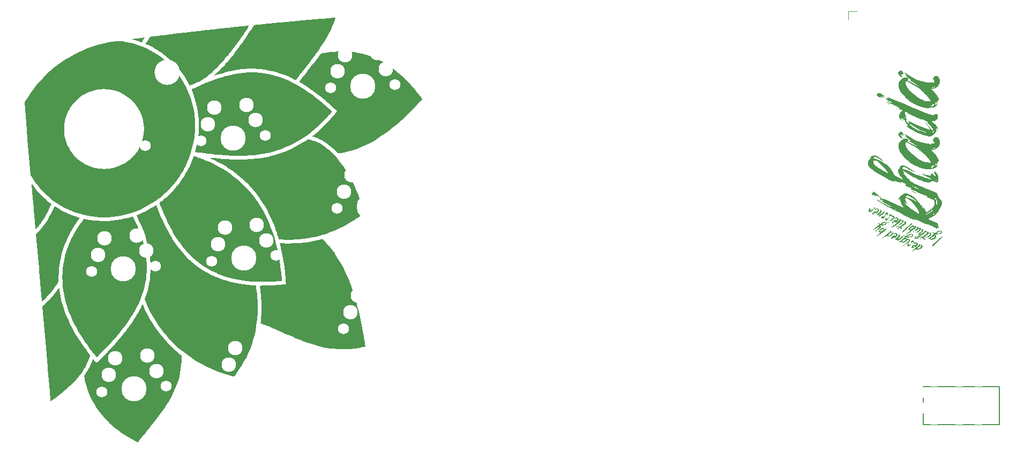
<source format=gto>
%TF.GenerationSoftware,KiCad,Pcbnew,6.0.0-rc1-unknown-db41769bb9~144~ubuntu20.04.1*%
%TF.CreationDate,2021-12-01T14:16:25+01:00*%
%TF.ProjectId,khada,6b686164-612e-46b6-9963-61645f706362,rev?*%
%TF.SameCoordinates,Original*%
%TF.FileFunction,Legend,Top*%
%TF.FilePolarity,Positive*%
%FSLAX46Y46*%
G04 Gerber Fmt 4.6, Leading zero omitted, Abs format (unit mm)*
G04 Created by KiCad (PCBNEW 6.0.0-rc1-unknown-db41769bb9~144~ubuntu20.04.1) date 2021-12-01 14:16:25*
%MOMM*%
%LPD*%
G01*
G04 APERTURE LIST*
G04 Aperture macros list*
%AMRoundRect*
0 Rectangle with rounded corners*
0 $1 Rounding radius*
0 $2 $3 $4 $5 $6 $7 $8 $9 X,Y pos of 4 corners*
0 Add a 4 corners polygon primitive as box body*
4,1,4,$2,$3,$4,$5,$6,$7,$8,$9,$2,$3,0*
0 Add four circle primitives for the rounded corners*
1,1,$1+$1,$2,$3*
1,1,$1+$1,$4,$5*
1,1,$1+$1,$6,$7*
1,1,$1+$1,$8,$9*
0 Add four rect primitives between the rounded corners*
20,1,$1+$1,$2,$3,$4,$5,0*
20,1,$1+$1,$4,$5,$6,$7,0*
20,1,$1+$1,$6,$7,$8,$9,0*
20,1,$1+$1,$8,$9,$2,$3,0*%
%AMHorizOval*
0 Thick line with rounded ends*
0 $1 width*
0 $2 $3 position (X,Y) of the first rounded end (center of the circle)*
0 $4 $5 position (X,Y) of the second rounded end (center of the circle)*
0 Add line between two ends*
20,1,$1,$2,$3,$4,$5,0*
0 Add two circle primitives to create the rounded ends*
1,1,$1,$2,$3*
1,1,$1,$4,$5*%
G04 Aperture macros list end*
%ADD10C,0.120000*%
%ADD11C,0.150000*%
%ADD12C,1.200000*%
%ADD13O,2.500000X1.700000*%
%ADD14C,1.750000*%
%ADD15C,3.987800*%
%ADD16C,2.300000*%
%ADD17RoundRect,0.160000X0.693344X-0.581785X0.581785X0.693344X-0.693344X0.581785X-0.581785X-0.693344X0*%
%ADD18HorizOval,1.600000X0.000000X0.000000X0.000000X0.000000X0*%
%ADD19C,4.000000*%
%ADD20RoundRect,0.160000X0.905097X0.000000X0.000000X0.905097X-0.905097X0.000000X0.000000X-0.905097X0*%
%ADD21HorizOval,1.600000X0.000000X0.000000X0.000000X0.000000X0*%
%ADD22RoundRect,0.160000X0.353649X-0.833146X0.833146X0.353649X-0.353649X0.833146X-0.833146X-0.353649X0*%
%ADD23HorizOval,1.600000X0.000000X0.000000X0.000000X0.000000X0*%
%ADD24RoundRect,0.160000X0.672618X-0.605628X0.605628X0.672618X-0.672618X0.605628X-0.605628X-0.672618X0*%
%ADD25HorizOval,1.600000X0.000000X0.000000X0.000000X0.000000X0*%
%ADD26RoundRect,0.160000X0.640000X-0.640000X0.640000X0.640000X-0.640000X0.640000X-0.640000X-0.640000X0*%
%ADD27O,1.600000X1.600000*%
%ADD28C,1.400000*%
%ADD29O,1.400000X1.400000*%
%ADD30RoundRect,0.160000X0.605628X-0.672618X0.672618X0.605628X-0.605628X0.672618X-0.672618X-0.605628X0*%
%ADD31HorizOval,1.600000X0.000000X0.000000X0.000000X0.000000X0*%
%ADD32R,1.700000X1.700000*%
%ADD33C,1.700000*%
%ADD34RoundRect,0.160000X0.000000X-0.905097X0.905097X0.000000X0.000000X0.905097X-0.905097X0.000000X0*%
%ADD35HorizOval,1.600000X0.000000X0.000000X0.000000X0.000000X0*%
%ADD36R,2.000000X2.000000*%
%ADD37C,2.000000*%
%ADD38R,2.000000X3.200000*%
G04 APERTURE END LIST*
%TO.C,G\u002A\u002A\u002A*%
G36*
X192448261Y-86078901D02*
G01*
X192447478Y-86082598D01*
X192447081Y-86083503D01*
X192443559Y-86086910D01*
X192435938Y-86092453D01*
X192425925Y-86099067D01*
X192415225Y-86105688D01*
X192405543Y-86111252D01*
X192398584Y-86114695D01*
X192396199Y-86115254D01*
X192397085Y-86112697D01*
X192402611Y-86107339D01*
X192411609Y-86100159D01*
X192422912Y-86092135D01*
X192427192Y-86089310D01*
X192438845Y-86082045D01*
X192445625Y-86078645D01*
X192448261Y-86078901D01*
G37*
G36*
X185734099Y-85866299D02*
G01*
X185735581Y-85870188D01*
X185735222Y-85875869D01*
X185733200Y-85881708D01*
X185728726Y-85888811D01*
X185721191Y-85897872D01*
X185709985Y-85909583D01*
X185694500Y-85924636D01*
X185681883Y-85936511D01*
X185665557Y-85952203D01*
X185654432Y-85964022D01*
X185648220Y-85972329D01*
X185646641Y-85977490D01*
X185648309Y-85979505D01*
X185652559Y-85978388D01*
X185660286Y-85974050D01*
X185666587Y-85969749D01*
X185687684Y-85955017D01*
X185704378Y-85944797D01*
X185716507Y-85939166D01*
X185723910Y-85938206D01*
X185726134Y-85940185D01*
X185724327Y-85943519D01*
X185718830Y-85950837D01*
X185710611Y-85960991D01*
X185700633Y-85972829D01*
X185689863Y-85985204D01*
X185679266Y-85996965D01*
X185671448Y-86005280D01*
X185659514Y-86018364D01*
X185650721Y-86029488D01*
X185645657Y-86037800D01*
X185644908Y-86042448D01*
X185645496Y-86042952D01*
X185649567Y-86041777D01*
X185658033Y-86037441D01*
X185669559Y-86030673D01*
X185679758Y-86024212D01*
X185692434Y-86016169D01*
X185702759Y-86010052D01*
X185709520Y-86006552D01*
X185711547Y-86006103D01*
X185709223Y-86008825D01*
X185702283Y-86015147D01*
X185691543Y-86024366D01*
X185677819Y-86035784D01*
X185661930Y-86048698D01*
X185660660Y-86049719D01*
X185644527Y-86062734D01*
X185630359Y-86074282D01*
X185619004Y-86083658D01*
X185611313Y-86090162D01*
X185608134Y-86093094D01*
X185608103Y-86093144D01*
X185609736Y-86093500D01*
X185615878Y-86090567D01*
X185625354Y-86085020D01*
X185636990Y-86077535D01*
X185645857Y-86071456D01*
X185662066Y-86061015D01*
X185674099Y-86055053D01*
X185681588Y-86053266D01*
X185684160Y-86055347D01*
X185681444Y-86060993D01*
X185673068Y-86069895D01*
X185658662Y-86081750D01*
X185658508Y-86081867D01*
X185641857Y-86093600D01*
X185623261Y-86105414D01*
X185604746Y-86116116D01*
X185588341Y-86124514D01*
X185579765Y-86128174D01*
X185570748Y-86129237D01*
X185562516Y-86126692D01*
X185557525Y-86121572D01*
X185556996Y-86118552D01*
X185558258Y-86115198D01*
X185559587Y-86116151D01*
X185562214Y-86117799D01*
X185563368Y-86114802D01*
X185562416Y-86109394D01*
X185561860Y-86108100D01*
X185557716Y-86102251D01*
X185550766Y-86094637D01*
X185548856Y-86092773D01*
X185542271Y-86085340D01*
X185540442Y-86078675D01*
X185541821Y-86071489D01*
X185543308Y-86063189D01*
X185540906Y-86058544D01*
X185537253Y-86056447D01*
X185533622Y-86054537D01*
X185531988Y-86052047D01*
X185532584Y-86047619D01*
X185535648Y-86039898D01*
X185541415Y-86027524D01*
X185542762Y-86024690D01*
X185552098Y-86007757D01*
X185565078Y-85987878D01*
X185580438Y-85966692D01*
X185596909Y-85945836D01*
X185613225Y-85926944D01*
X185628122Y-85911655D01*
X185634772Y-85905766D01*
X185644836Y-85898209D01*
X185651259Y-85894753D01*
X185653499Y-85895354D01*
X185651012Y-85899963D01*
X185645110Y-85906655D01*
X185634193Y-85918541D01*
X185624705Y-85930002D01*
X185617433Y-85939945D01*
X185613163Y-85947272D01*
X185612684Y-85950890D01*
X185613163Y-85951079D01*
X185615264Y-85950978D01*
X185618112Y-85949819D01*
X185622483Y-85947024D01*
X185629151Y-85942013D01*
X185638894Y-85934206D01*
X185652486Y-85923026D01*
X185668146Y-85910019D01*
X185684991Y-85896498D01*
X185700798Y-85884727D01*
X185714620Y-85875335D01*
X185725508Y-85868952D01*
X185732514Y-85866205D01*
X185734099Y-85866299D01*
G37*
G36*
X185303933Y-84975679D02*
G01*
X185299329Y-84980692D01*
X185295250Y-84984077D01*
X185286531Y-84990302D01*
X185279636Y-84993991D01*
X185275896Y-84994566D01*
X185276062Y-84992412D01*
X185280565Y-84987305D01*
X185288073Y-84981324D01*
X185296070Y-84976227D01*
X185302036Y-84973774D01*
X185302755Y-84973755D01*
X185303933Y-84975679D01*
G37*
G36*
X188779970Y-85842138D02*
G01*
X188774825Y-85849041D01*
X188770567Y-85852618D01*
X188766998Y-85856044D01*
X188764513Y-85861442D01*
X188763055Y-85869702D01*
X188762567Y-85881709D01*
X188762991Y-85898350D01*
X188764271Y-85920513D01*
X188764596Y-85925114D01*
X188765298Y-85935078D01*
X188768986Y-85985345D01*
X188747655Y-86027938D01*
X188735994Y-86049727D01*
X188722954Y-86070958D01*
X188707833Y-86092551D01*
X188689929Y-86115424D01*
X188668541Y-86140496D01*
X188642968Y-86168686D01*
X188627688Y-86184981D01*
X188582552Y-86230738D01*
X188538824Y-86270845D01*
X188495367Y-86306092D01*
X188451039Y-86337273D01*
X188404702Y-86365180D01*
X188355217Y-86390606D01*
X188301445Y-86414344D01*
X188293288Y-86417666D01*
X188261772Y-86429876D01*
X188236168Y-86438673D01*
X188216374Y-86444087D01*
X188202288Y-86446147D01*
X188195082Y-86445405D01*
X188187129Y-86444064D01*
X188175854Y-86443572D01*
X188171041Y-86443679D01*
X188159078Y-86443294D01*
X188153551Y-86440889D01*
X188154313Y-86436610D01*
X188161214Y-86430595D01*
X188174110Y-86422993D01*
X188192852Y-86413942D01*
X188208795Y-86407061D01*
X188283565Y-86372522D01*
X188354879Y-86332438D01*
X188423186Y-86286507D01*
X188488943Y-86234427D01*
X188545871Y-86182479D01*
X188567171Y-86161428D01*
X188583790Y-86144216D01*
X188595581Y-86131009D01*
X188602397Y-86121969D01*
X188604090Y-86117265D01*
X188604089Y-86117261D01*
X188601267Y-86118615D01*
X188593891Y-86123790D01*
X188582745Y-86132192D01*
X188568612Y-86143224D01*
X188552275Y-86156291D01*
X188545286Y-86161964D01*
X188524546Y-86178547D01*
X188502336Y-86195737D01*
X188479413Y-86212997D01*
X188456537Y-86229796D01*
X188434464Y-86245598D01*
X188413952Y-86259871D01*
X188395761Y-86272080D01*
X188380645Y-86281688D01*
X188369365Y-86288165D01*
X188362678Y-86290974D01*
X188362160Y-86291044D01*
X188354711Y-86294007D01*
X188351437Y-86297882D01*
X188348747Y-86301614D01*
X188344616Y-86301042D01*
X188338564Y-86297195D01*
X188328486Y-86292272D01*
X188316712Y-86291706D01*
X188314526Y-86291950D01*
X188301840Y-86294831D01*
X188286270Y-86300149D01*
X188270235Y-86306892D01*
X188256152Y-86314045D01*
X188246556Y-86320488D01*
X188233453Y-86331596D01*
X188223879Y-86338847D01*
X188216314Y-86343124D01*
X188209235Y-86345312D01*
X188202310Y-86346204D01*
X188189806Y-86346079D01*
X188175057Y-86344349D01*
X188167522Y-86342854D01*
X188158915Y-86341007D01*
X188151853Y-86340445D01*
X188144692Y-86341555D01*
X188135785Y-86344728D01*
X188123490Y-86350350D01*
X188111917Y-86355985D01*
X188097457Y-86362870D01*
X188085253Y-86368286D01*
X188076640Y-86371669D01*
X188073007Y-86372488D01*
X188070770Y-86368443D01*
X188070610Y-86365740D01*
X188069982Y-86361839D01*
X188065911Y-86361267D01*
X188062126Y-86361873D01*
X188052969Y-86362685D01*
X188049595Y-86360438D01*
X188050344Y-86357015D01*
X188051614Y-86355065D01*
X188054210Y-86352764D01*
X188058945Y-86349644D01*
X188066635Y-86345237D01*
X188078095Y-86339075D01*
X188094141Y-86330689D01*
X188114475Y-86320185D01*
X188134580Y-86309511D01*
X188155688Y-86297756D01*
X188176626Y-86285629D01*
X188196220Y-86273836D01*
X188213297Y-86263087D01*
X188226686Y-86254085D01*
X188235210Y-86247541D01*
X188235664Y-86247129D01*
X188243511Y-86238359D01*
X188249457Y-86229205D01*
X188249780Y-86228525D01*
X188251596Y-86221466D01*
X188248979Y-86216947D01*
X188241319Y-86214744D01*
X188228002Y-86214638D01*
X188214380Y-86215755D01*
X188174193Y-86221474D01*
X188134305Y-86230110D01*
X188095743Y-86241264D01*
X188059532Y-86254540D01*
X188026699Y-86269546D01*
X187998268Y-86285883D01*
X187975268Y-86303156D01*
X187966912Y-86311182D01*
X187954557Y-86325950D01*
X187944472Y-86341380D01*
X187937486Y-86355917D01*
X187934427Y-86368000D01*
X187934526Y-86372053D01*
X187936274Y-86378759D01*
X187939890Y-86383169D01*
X187946612Y-86385742D01*
X187957685Y-86386933D01*
X187974350Y-86387200D01*
X187975668Y-86387196D01*
X187990110Y-86387392D01*
X187998748Y-86388237D01*
X188002690Y-86389934D01*
X188003181Y-86392190D01*
X188003823Y-86397483D01*
X188005011Y-86398614D01*
X188006237Y-86402269D01*
X188003509Y-86408633D01*
X187997949Y-86415697D01*
X187993146Y-86419860D01*
X187986264Y-86425954D01*
X187982549Y-86430879D01*
X187982145Y-86433527D01*
X187984814Y-86435296D01*
X187991750Y-86436517D01*
X188004153Y-86437513D01*
X188007719Y-86437733D01*
X188023377Y-86438463D01*
X188038593Y-86438822D01*
X188050252Y-86438738D01*
X188050908Y-86438712D01*
X188062119Y-86438869D01*
X188070539Y-86440170D01*
X188074727Y-86442257D01*
X188073816Y-86444422D01*
X188069248Y-86445427D01*
X188059720Y-86446394D01*
X188047200Y-86447131D01*
X188045813Y-86447187D01*
X188031553Y-86448168D01*
X188021530Y-86450397D01*
X188013059Y-86454771D01*
X188005104Y-86460825D01*
X187993780Y-86471177D01*
X187982621Y-86482976D01*
X187978299Y-86488184D01*
X187970896Y-86496870D01*
X187965202Y-86500815D01*
X187959319Y-86501194D01*
X187957733Y-86500899D01*
X187947651Y-86497075D01*
X187941231Y-86493076D01*
X187934985Y-86489583D01*
X187932452Y-86490883D01*
X187934112Y-86495642D01*
X187938467Y-86500745D01*
X187947835Y-86506626D01*
X187958323Y-86508262D01*
X187972299Y-86509847D01*
X187979892Y-86512961D01*
X187981200Y-86516671D01*
X187976317Y-86520040D01*
X187965337Y-86522135D01*
X187956884Y-86522407D01*
X187929653Y-86521065D01*
X187928033Y-86520882D01*
X187900928Y-86517815D01*
X187872296Y-86512985D01*
X187845349Y-86506898D01*
X187821674Y-86499883D01*
X187802863Y-86492264D01*
X187798422Y-86489918D01*
X187786801Y-86482435D01*
X187778292Y-86474331D01*
X187772236Y-86464253D01*
X187767973Y-86450849D01*
X187766626Y-86443073D01*
X187772544Y-86443073D01*
X187772551Y-86447549D01*
X187773650Y-86452523D01*
X187774921Y-86451105D01*
X187775755Y-86444682D01*
X187775073Y-86439987D01*
X187773976Y-86439467D01*
X187772544Y-86443073D01*
X187766626Y-86443073D01*
X187764841Y-86432765D01*
X187763064Y-86417512D01*
X187760360Y-86390910D01*
X187758446Y-86370373D01*
X187757290Y-86355083D01*
X187756858Y-86344225D01*
X187757117Y-86336982D01*
X187758033Y-86332538D01*
X187759504Y-86330145D01*
X187763894Y-86328024D01*
X187766075Y-86331075D01*
X187765504Y-86337747D01*
X187763792Y-86342466D01*
X187760766Y-86351992D01*
X187760160Y-86360523D01*
X187761931Y-86365962D01*
X187764293Y-86366850D01*
X187768209Y-86363651D01*
X187772611Y-86356508D01*
X187773004Y-86355670D01*
X187779895Y-86342763D01*
X187787737Y-86331444D01*
X187795423Y-86323007D01*
X187801848Y-86318741D01*
X187804626Y-86318716D01*
X187807644Y-86321731D01*
X187806202Y-86327250D01*
X187804044Y-86331094D01*
X187800032Y-86341491D01*
X187798103Y-86354088D01*
X187798064Y-86355973D01*
X187798076Y-86370941D01*
X187804960Y-86358848D01*
X187811954Y-86348643D01*
X187817618Y-86345101D01*
X187822143Y-86348128D01*
X187823092Y-86349844D01*
X187825522Y-86353641D01*
X187827111Y-86352800D01*
X187827919Y-86346778D01*
X187828010Y-86335032D01*
X187827445Y-86317021D01*
X187827281Y-86313108D01*
X187827646Y-86281567D01*
X187831507Y-86253877D01*
X187838698Y-86231087D01*
X187840789Y-86226681D01*
X187843903Y-86218226D01*
X187842723Y-86214661D01*
X187838083Y-86216218D01*
X187830814Y-86223124D01*
X187830253Y-86223784D01*
X187819848Y-86236176D01*
X187830433Y-86216250D01*
X187837373Y-86204420D01*
X187844556Y-86194107D01*
X187849303Y-86188678D01*
X187855668Y-86181687D01*
X187859284Y-86175681D01*
X187863589Y-86170532D01*
X187873537Y-86163109D01*
X187888371Y-86153795D01*
X187907333Y-86142972D01*
X187929668Y-86131025D01*
X187954618Y-86118334D01*
X187981426Y-86105283D01*
X188009335Y-86092254D01*
X188037588Y-86079632D01*
X188065429Y-86067798D01*
X188092100Y-86057135D01*
X188098670Y-86054631D01*
X188119085Y-86047011D01*
X188134889Y-86041483D01*
X188147945Y-86037666D01*
X188160115Y-86035174D01*
X188173259Y-86033626D01*
X188189240Y-86032638D01*
X188209359Y-86031847D01*
X188264397Y-86031709D01*
X188313717Y-86035468D01*
X188357334Y-86043124D01*
X188389897Y-86052684D01*
X188404966Y-86057920D01*
X188418096Y-86062156D01*
X188427626Y-86064875D01*
X188431404Y-86065609D01*
X188433995Y-86065511D01*
X188436707Y-86064548D01*
X188440134Y-86062089D01*
X188444873Y-86057509D01*
X188451516Y-86050178D01*
X188460659Y-86039466D01*
X188472897Y-86024746D01*
X188488824Y-86005388D01*
X188491821Y-86001737D01*
X188512013Y-85976961D01*
X188528246Y-85956577D01*
X188541119Y-85939749D01*
X188551226Y-85925645D01*
X188559161Y-85913430D01*
X188565520Y-85902271D01*
X188565778Y-85901746D01*
X188681605Y-85901746D01*
X188682318Y-85909437D01*
X188683748Y-85912151D01*
X188686678Y-85910082D01*
X188690885Y-85903288D01*
X188695556Y-85893650D01*
X188699882Y-85883050D01*
X188703051Y-85873370D01*
X188704252Y-85866493D01*
X188704040Y-85865047D01*
X188700344Y-85859099D01*
X188695629Y-85859779D01*
X188693424Y-85861662D01*
X188688626Y-85868097D01*
X188685793Y-85873338D01*
X188683470Y-85881283D01*
X188682031Y-85891556D01*
X188681605Y-85901746D01*
X188565778Y-85901746D01*
X188570898Y-85891333D01*
X188571407Y-85890214D01*
X188576551Y-85877117D01*
X188581657Y-85861189D01*
X188586319Y-85844129D01*
X188590124Y-85827634D01*
X188592662Y-85813404D01*
X188593526Y-85803137D01*
X188593182Y-85799946D01*
X188589243Y-85795037D01*
X188579492Y-85788894D01*
X188567153Y-85782864D01*
X188553310Y-85776977D01*
X188543548Y-85774070D01*
X188535933Y-85773677D01*
X188531852Y-85774392D01*
X188522977Y-85775696D01*
X188516782Y-85775137D01*
X188516731Y-85775115D01*
X188512011Y-85774538D01*
X188501591Y-85774153D01*
X188486697Y-85773975D01*
X188468560Y-85774022D01*
X188453008Y-85774226D01*
X188428403Y-85774592D01*
X188401499Y-85774883D01*
X188375045Y-85775078D01*
X188351792Y-85775152D01*
X188344821Y-85775145D01*
X188323928Y-85775294D01*
X188308114Y-85776031D01*
X188295706Y-85777588D01*
X188295538Y-85777610D01*
X188284358Y-85780284D01*
X188272730Y-85784308D01*
X188269658Y-85785506D01*
X188247234Y-85793841D01*
X188226637Y-85800457D01*
X188221103Y-85801902D01*
X188208936Y-85805080D01*
X188195199Y-85807441D01*
X188186494Y-85807269D01*
X188185453Y-85806907D01*
X188179271Y-85801883D01*
X188172749Y-85793426D01*
X188171256Y-85790919D01*
X188164808Y-85781887D01*
X188157681Y-85775433D01*
X188156080Y-85774555D01*
X188149959Y-85772673D01*
X188139327Y-85770175D01*
X188125957Y-85767395D01*
X188111625Y-85764664D01*
X188098106Y-85762318D01*
X188087173Y-85760687D01*
X188080601Y-85760106D01*
X188079653Y-85760214D01*
X188076574Y-85762867D01*
X188069843Y-85769425D01*
X188060587Y-85778779D01*
X188053919Y-85785652D01*
X188033386Y-85806223D01*
X188009933Y-85828454D01*
X187984617Y-85851443D01*
X187958491Y-85874293D01*
X187932610Y-85896102D01*
X187908029Y-85915972D01*
X187885802Y-85933002D01*
X187866984Y-85946293D01*
X187861300Y-85949957D01*
X187847971Y-85958380D01*
X187830758Y-85969428D01*
X187811545Y-85981884D01*
X187792214Y-85994531D01*
X187784846Y-85999385D01*
X187753203Y-86019878D01*
X187726132Y-86036428D01*
X187702803Y-86049432D01*
X187682385Y-86059282D01*
X187664047Y-86066378D01*
X187646959Y-86071113D01*
X187630290Y-86073883D01*
X187627851Y-86074146D01*
X187616351Y-86075015D01*
X187611269Y-86074584D01*
X187612679Y-86072740D01*
X187620654Y-86069373D01*
X187633982Y-86064789D01*
X187645679Y-86060566D01*
X187655212Y-86056442D01*
X187659450Y-86054035D01*
X187662502Y-86051072D01*
X187660412Y-86049607D01*
X187654259Y-86048842D01*
X187645495Y-86049254D01*
X187639773Y-86051572D01*
X187633852Y-86053209D01*
X187626350Y-86050595D01*
X187619917Y-86044965D01*
X187617907Y-86041352D01*
X187615674Y-86037590D01*
X187611570Y-86036382D01*
X187603767Y-86037551D01*
X187596683Y-86039285D01*
X187562625Y-86047604D01*
X187533736Y-86053529D01*
X187508724Y-86057162D01*
X187486296Y-86058608D01*
X187465156Y-86057968D01*
X187444013Y-86055346D01*
X187429469Y-86052588D01*
X187400557Y-86047212D01*
X187376934Y-86044369D01*
X187358888Y-86044062D01*
X187346707Y-86046298D01*
X187340679Y-86051080D01*
X187340644Y-86051157D01*
X187342568Y-86054075D01*
X187351363Y-86056179D01*
X187367020Y-86057466D01*
X187387535Y-86057930D01*
X187406079Y-86058618D01*
X187419534Y-86060389D01*
X187427297Y-86063116D01*
X187428787Y-86066615D01*
X187425279Y-86068728D01*
X187416606Y-86072598D01*
X187404132Y-86077649D01*
X187391258Y-86082549D01*
X187375315Y-86088621D01*
X187365002Y-86093073D01*
X187359368Y-86096460D01*
X187357463Y-86099333D01*
X187358111Y-86101869D01*
X187359477Y-86106051D01*
X187356303Y-86108244D01*
X187350645Y-86109344D01*
X187341927Y-86110041D01*
X187328936Y-86110345D01*
X187314322Y-86110200D01*
X187312745Y-86110155D01*
X187300059Y-86109991D01*
X187294185Y-86110508D01*
X187295037Y-86111717D01*
X187297476Y-86112460D01*
X187307605Y-86115377D01*
X187320676Y-86119440D01*
X187328816Y-86122097D01*
X187340928Y-86125547D01*
X187348307Y-86125977D01*
X187352236Y-86123710D01*
X187356477Y-86121404D01*
X187364130Y-86121941D01*
X187376365Y-86125335D01*
X187389106Y-86129156D01*
X187400737Y-86132162D01*
X187406624Y-86133348D01*
X187414144Y-86135191D01*
X187414882Y-86137393D01*
X187408971Y-86139880D01*
X187396542Y-86142576D01*
X187388173Y-86143940D01*
X187347701Y-86147273D01*
X187310066Y-86144720D01*
X187275580Y-86136379D01*
X187244556Y-86122348D01*
X187217306Y-86102725D01*
X187200188Y-86085177D01*
X187187965Y-86069405D01*
X187177952Y-86053961D01*
X187170783Y-86040056D01*
X187167090Y-86028905D01*
X187167329Y-86022070D01*
X187167537Y-86013402D01*
X187162460Y-86003106D01*
X187157041Y-85995586D01*
X187153017Y-85992685D01*
X187148146Y-85993123D01*
X187146093Y-85993744D01*
X187138499Y-85997522D01*
X187128052Y-86004391D01*
X187116499Y-86012987D01*
X187105586Y-86021947D01*
X187097062Y-86029907D01*
X187092697Y-86035444D01*
X187086399Y-86044166D01*
X187074788Y-86055173D01*
X187058775Y-86067700D01*
X187039272Y-86080983D01*
X187035730Y-86083227D01*
X187020106Y-86092607D01*
X187009766Y-86097815D01*
X187004520Y-86098925D01*
X187004179Y-86096013D01*
X187004319Y-86095694D01*
X187007446Y-86092920D01*
X187015219Y-86087060D01*
X187026542Y-86078917D01*
X187040321Y-86069286D01*
X187043667Y-86066983D01*
X187057714Y-86057110D01*
X187069383Y-86048467D01*
X187077627Y-86041864D01*
X187081399Y-86038109D01*
X187081524Y-86037727D01*
X187078445Y-86034055D01*
X187074084Y-86031480D01*
X187065497Y-86030821D01*
X187053001Y-86034138D01*
X187037983Y-86040945D01*
X187024586Y-86048902D01*
X187012381Y-86056065D01*
X186998718Y-86062888D01*
X186995031Y-86064496D01*
X186987941Y-86067969D01*
X186978739Y-86073484D01*
X186966917Y-86081406D01*
X186951967Y-86092103D01*
X186933378Y-86105941D01*
X186910645Y-86123290D01*
X186883259Y-86144514D01*
X186871020Y-86154066D01*
X186854000Y-86166725D01*
X186835000Y-86179761D01*
X186814898Y-86192687D01*
X186794572Y-86205015D01*
X186774898Y-86216256D01*
X186756753Y-86225921D01*
X186741014Y-86233523D01*
X186728558Y-86238572D01*
X186720260Y-86240581D01*
X186717238Y-86239720D01*
X186718378Y-86235560D01*
X186725334Y-86229293D01*
X186737489Y-86221388D01*
X186752073Y-86213405D01*
X186770134Y-86203129D01*
X186785945Y-86191585D01*
X186801778Y-86176984D01*
X186812020Y-86166247D01*
X186820776Y-86157230D01*
X186828036Y-86150603D01*
X186832298Y-86147733D01*
X186832415Y-86147712D01*
X186837201Y-86144734D01*
X186837596Y-86144044D01*
X186835718Y-86142622D01*
X186829210Y-86143270D01*
X186827768Y-86143597D01*
X186818326Y-86144801D01*
X186811133Y-86143905D01*
X186810989Y-86143842D01*
X186805266Y-86144604D01*
X186796383Y-86149545D01*
X186785733Y-86157619D01*
X186774705Y-86167779D01*
X186765293Y-86178227D01*
X186754816Y-86188870D01*
X186742113Y-86198453D01*
X186729121Y-86205795D01*
X186717777Y-86209715D01*
X186713241Y-86210014D01*
X186703883Y-86211304D01*
X186693222Y-86215617D01*
X186690812Y-86217033D01*
X186676663Y-86222875D01*
X186661548Y-86224754D01*
X186649032Y-86223730D01*
X186642635Y-86220719D01*
X186641721Y-86215289D01*
X186642886Y-86212036D01*
X186646530Y-86206592D01*
X186653484Y-86197934D01*
X186662232Y-86187820D01*
X186671253Y-86178006D01*
X186678971Y-86170301D01*
X186681454Y-86165906D01*
X186679094Y-86163694D01*
X186673371Y-86164277D01*
X186669900Y-86167073D01*
X186663332Y-86170935D01*
X186655442Y-86171953D01*
X186646735Y-86173164D01*
X186641258Y-86176493D01*
X186636240Y-86179817D01*
X186629403Y-86181576D01*
X186623192Y-86181576D01*
X186620054Y-86179624D01*
X186620252Y-86178151D01*
X186623435Y-86174768D01*
X186630991Y-86168033D01*
X186641845Y-86158874D01*
X186654916Y-86148215D01*
X186657089Y-86146474D01*
X186674797Y-86132219D01*
X186694940Y-86115824D01*
X186716795Y-86097895D01*
X186739638Y-86079037D01*
X186762747Y-86059856D01*
X186785399Y-86040954D01*
X186806870Y-86022937D01*
X186826437Y-86006410D01*
X186843378Y-85991978D01*
X186856967Y-85980245D01*
X186866483Y-85971816D01*
X186870637Y-85967900D01*
X186878553Y-85960648D01*
X186885059Y-85956149D01*
X186887422Y-85955396D01*
X186891910Y-85952793D01*
X186895690Y-85947162D01*
X186901147Y-85939670D01*
X186908043Y-85932659D01*
X187224011Y-85932659D01*
X187225348Y-85944072D01*
X187231920Y-85952981D01*
X187244042Y-85959520D01*
X187262030Y-85963828D01*
X187286199Y-85966039D01*
X187302090Y-85966412D01*
X187329423Y-85967045D01*
X187349962Y-85968630D01*
X187363776Y-85971176D01*
X187370933Y-85974694D01*
X187371863Y-85976112D01*
X187369747Y-85979437D01*
X187361209Y-85982499D01*
X187354506Y-85983892D01*
X187342185Y-85986997D01*
X187334667Y-85990763D01*
X187332516Y-85994578D01*
X187336291Y-85997830D01*
X187340589Y-85999056D01*
X187347737Y-85999704D01*
X187360059Y-86000004D01*
X187375806Y-85999940D01*
X187392734Y-85999516D01*
X187413605Y-85999116D01*
X187428998Y-85999697D01*
X187440313Y-86001376D01*
X187448950Y-86004276D01*
X187449012Y-86004305D01*
X187462720Y-86010599D01*
X187447857Y-86017284D01*
X187438932Y-86021557D01*
X187433216Y-86024789D01*
X187432224Y-86025655D01*
X187434780Y-86026604D01*
X187442893Y-86026658D01*
X187455266Y-86025944D01*
X187470599Y-86024584D01*
X187487595Y-86022704D01*
X187504956Y-86020425D01*
X187521386Y-86017874D01*
X187529949Y-86016322D01*
X187560915Y-86009133D01*
X187595392Y-85999103D01*
X187631005Y-85987041D01*
X187665378Y-85973761D01*
X187696134Y-85960077D01*
X187700080Y-85958144D01*
X187727332Y-85943822D01*
X187755199Y-85927749D01*
X187782824Y-85910539D01*
X187809349Y-85892807D01*
X187833915Y-85875167D01*
X187855663Y-85858236D01*
X187873738Y-85842625D01*
X187887278Y-85828951D01*
X187895034Y-85818536D01*
X187905088Y-85804727D01*
X187914227Y-85798190D01*
X187922653Y-85792343D01*
X187926685Y-85786044D01*
X187931762Y-85779174D01*
X187937184Y-85777659D01*
X187945165Y-85774235D01*
X187948600Y-85769841D01*
X187955380Y-85759323D01*
X187956519Y-85758137D01*
X188731927Y-85758137D01*
X188732111Y-85768722D01*
X188733384Y-85783627D01*
X188735781Y-85798185D01*
X188738903Y-85810849D01*
X188742351Y-85820073D01*
X188745727Y-85824311D01*
X188746485Y-85824413D01*
X188751588Y-85820586D01*
X188754879Y-85811838D01*
X188755919Y-85800040D01*
X188754743Y-85789205D01*
X188751812Y-85778858D01*
X188747361Y-85767604D01*
X188742279Y-85757203D01*
X188737446Y-85749424D01*
X188733747Y-85746028D01*
X188733138Y-85746056D01*
X188732285Y-85749597D01*
X188731927Y-85758137D01*
X187956519Y-85758137D01*
X187964955Y-85749356D01*
X187974770Y-85742489D01*
X187976927Y-85741568D01*
X187983605Y-85737185D01*
X187991643Y-85729217D01*
X187995686Y-85724227D01*
X188004268Y-85712239D01*
X188006634Y-85708122D01*
X188105469Y-85708122D01*
X188106498Y-85711332D01*
X188109165Y-85709131D01*
X188112602Y-85703834D01*
X188116447Y-85695895D01*
X188116576Y-85691911D01*
X188113325Y-85692786D01*
X188109748Y-85696179D01*
X188105943Y-85703706D01*
X188105469Y-85708122D01*
X188006634Y-85708122D01*
X188008437Y-85704985D01*
X188008231Y-85701895D01*
X188003693Y-85702397D01*
X187997100Y-85704948D01*
X187987639Y-85710250D01*
X187980959Y-85716230D01*
X187979820Y-85718043D01*
X187975829Y-85723179D01*
X187967712Y-85731247D01*
X187956832Y-85740941D01*
X187949526Y-85747011D01*
X187937625Y-85757074D01*
X187927655Y-85766311D01*
X187920983Y-85773413D01*
X187919134Y-85776103D01*
X187916073Y-85780777D01*
X187912708Y-85779085D01*
X187910973Y-85776943D01*
X187907303Y-85773048D01*
X187905428Y-85775132D01*
X187904538Y-85779250D01*
X187900106Y-85787886D01*
X187890029Y-85798642D01*
X187875066Y-85810981D01*
X187855970Y-85824367D01*
X187833501Y-85838262D01*
X187808413Y-85852128D01*
X187786495Y-85863065D01*
X187771388Y-85870752D01*
X187752566Y-85881111D01*
X187731155Y-85893444D01*
X187708285Y-85907057D01*
X187685082Y-85921252D01*
X187662672Y-85935335D01*
X187642186Y-85948609D01*
X187624748Y-85960379D01*
X187611487Y-85969948D01*
X187605502Y-85974780D01*
X187590996Y-85986273D01*
X187578601Y-85993668D01*
X187568994Y-85996754D01*
X187562850Y-85995320D01*
X187560843Y-85989157D01*
X187560865Y-85988693D01*
X187559699Y-85982956D01*
X187555015Y-85982896D01*
X187546608Y-85988521D01*
X187545558Y-85989393D01*
X187536581Y-85996162D01*
X187531502Y-85998319D01*
X187530759Y-85995881D01*
X187534697Y-85989001D01*
X187538573Y-85981634D01*
X187539478Y-85976018D01*
X187537601Y-85973740D01*
X187533180Y-85976339D01*
X187528603Y-85978207D01*
X187526841Y-85977078D01*
X187522194Y-85975210D01*
X187514145Y-85975374D01*
X187505473Y-85975596D01*
X187502528Y-85973060D01*
X187504955Y-85968326D01*
X187512402Y-85961962D01*
X187524516Y-85954530D01*
X187528532Y-85952418D01*
X187538727Y-85946291D01*
X187546376Y-85940006D01*
X187548870Y-85936718D01*
X187554639Y-85930915D01*
X187559926Y-85929248D01*
X187567451Y-85926144D01*
X187570810Y-85922074D01*
X187574882Y-85917181D01*
X187583227Y-85909690D01*
X187594373Y-85900874D01*
X187600230Y-85896588D01*
X187664086Y-85849653D01*
X187725115Y-85802022D01*
X187782675Y-85754258D01*
X187836119Y-85706923D01*
X187884807Y-85660580D01*
X187928094Y-85615794D01*
X187953316Y-85587450D01*
X187965876Y-85572795D01*
X187956317Y-85570993D01*
X187948626Y-85570538D01*
X187936239Y-85570859D01*
X187921335Y-85571879D01*
X187914887Y-85572492D01*
X187898598Y-85573903D01*
X187882967Y-85574784D01*
X187870649Y-85575000D01*
X187867669Y-85574897D01*
X187856054Y-85575255D01*
X187839003Y-85577181D01*
X187817776Y-85580465D01*
X187793636Y-85584898D01*
X187767845Y-85590269D01*
X187748602Y-85594684D01*
X187731482Y-85598395D01*
X187720510Y-85599994D01*
X187715325Y-85599745D01*
X187715566Y-85597917D01*
X187720872Y-85594772D01*
X187730881Y-85590576D01*
X187745235Y-85585596D01*
X187763569Y-85580097D01*
X187771317Y-85577976D01*
X187804597Y-85569845D01*
X187839620Y-85562854D01*
X187877989Y-85556723D01*
X187921312Y-85551172D01*
X187932007Y-85549965D01*
X187954155Y-85547061D01*
X187971917Y-85543795D01*
X187984344Y-85540363D01*
X187989243Y-85538048D01*
X187996466Y-85531143D01*
X188000860Y-85523173D01*
X188001665Y-85516173D01*
X187998827Y-85512441D01*
X187996119Y-85508151D01*
X187996398Y-85506791D01*
X188045448Y-85506791D01*
X188046701Y-85515442D01*
X188049165Y-85526933D01*
X188052358Y-85539388D01*
X188055796Y-85550939D01*
X188059001Y-85559712D01*
X188061491Y-85563837D01*
X188061581Y-85563885D01*
X188064441Y-85561697D01*
X188069023Y-85554561D01*
X188074397Y-85543934D01*
X188074617Y-85543451D01*
X188079975Y-85531076D01*
X188081739Y-85523055D01*
X188079223Y-85517450D01*
X188071740Y-85512326D01*
X188061802Y-85507314D01*
X188053073Y-85503764D01*
X188046939Y-85502574D01*
X188045885Y-85502847D01*
X188045448Y-85506791D01*
X187996398Y-85506791D01*
X187996615Y-85505737D01*
X187995174Y-85502406D01*
X187987828Y-85500379D01*
X187975483Y-85499674D01*
X187959043Y-85500308D01*
X187939412Y-85502302D01*
X187925543Y-85504307D01*
X187908179Y-85507416D01*
X187888562Y-85511580D01*
X187865802Y-85517020D01*
X187839011Y-85523956D01*
X187807298Y-85532609D01*
X187774633Y-85541814D01*
X187759394Y-85545756D01*
X187748941Y-85547302D01*
X187741611Y-85546585D01*
X187737366Y-85544762D01*
X187731977Y-85542485D01*
X187726259Y-85542673D01*
X187718403Y-85545766D01*
X187706598Y-85552211D01*
X187706309Y-85552377D01*
X187683022Y-85567374D01*
X187658377Y-85586459D01*
X187631770Y-85610157D01*
X187602597Y-85638991D01*
X187584064Y-85658488D01*
X187561671Y-85681795D01*
X187539721Y-85703302D01*
X187518962Y-85722361D01*
X187500138Y-85738320D01*
X187483996Y-85750531D01*
X187471284Y-85758344D01*
X187467443Y-85760049D01*
X187455624Y-85765481D01*
X187446711Y-85772675D01*
X187437873Y-85783920D01*
X187437822Y-85783995D01*
X187430126Y-85793054D01*
X187421700Y-85800218D01*
X187420611Y-85800901D01*
X187415362Y-85804431D01*
X187405448Y-85811511D01*
X187391735Y-85821508D01*
X187375081Y-85833790D01*
X187356351Y-85847726D01*
X187340412Y-85859670D01*
X187320986Y-85874221D01*
X187303265Y-85887394D01*
X187288037Y-85898613D01*
X187276090Y-85907297D01*
X187268212Y-85912871D01*
X187265306Y-85914731D01*
X187263568Y-85913409D01*
X187265339Y-85907289D01*
X187265754Y-85906356D01*
X187270355Y-85896258D01*
X187253878Y-85903389D01*
X187238408Y-85911398D01*
X187228920Y-85919780D01*
X187224488Y-85929446D01*
X187224011Y-85932659D01*
X186908043Y-85932659D01*
X186912252Y-85928380D01*
X186928910Y-85913374D01*
X186951029Y-85894730D01*
X186978513Y-85872531D01*
X187011267Y-85846856D01*
X187031121Y-85831567D01*
X187082663Y-85791587D01*
X187136878Y-85748592D01*
X187192701Y-85703474D01*
X187249064Y-85657120D01*
X187304906Y-85610421D01*
X187359161Y-85564264D01*
X187410765Y-85519540D01*
X187458652Y-85477137D01*
X187495543Y-85443674D01*
X187516496Y-85424383D01*
X187533092Y-85408955D01*
X187546087Y-85396578D01*
X187556235Y-85386439D01*
X187564295Y-85377725D01*
X187571023Y-85369622D01*
X187577172Y-85361320D01*
X187583501Y-85352004D01*
X187589765Y-85342407D01*
X187599237Y-85327419D01*
X187605213Y-85316358D01*
X187608143Y-85307454D01*
X187608478Y-85298938D01*
X187606668Y-85289042D01*
X187604985Y-85282603D01*
X187602996Y-85265632D01*
X187605618Y-85248999D01*
X187612071Y-85233999D01*
X187621580Y-85221932D01*
X187633363Y-85214091D01*
X187646645Y-85211777D01*
X187647444Y-85211839D01*
X187658513Y-85214399D01*
X187673505Y-85219925D01*
X187690577Y-85227547D01*
X187707884Y-85236389D01*
X187723582Y-85245578D01*
X187734131Y-85252892D01*
X187749498Y-85265849D01*
X187760500Y-85278074D01*
X187769014Y-85291839D01*
X187772770Y-85299663D01*
X187778189Y-85314208D01*
X187780482Y-85328051D01*
X187779532Y-85342814D01*
X187775218Y-85360119D01*
X187767424Y-85381590D01*
X187766665Y-85383489D01*
X187760022Y-85400936D01*
X187755903Y-85413775D01*
X187754497Y-85421361D01*
X187754931Y-85423043D01*
X187759051Y-85422916D01*
X187768594Y-85420823D01*
X187782433Y-85417065D01*
X187799444Y-85411946D01*
X187814998Y-85406933D01*
X187854741Y-85394365D01*
X187889104Y-85384834D01*
X187918846Y-85378163D01*
X187944726Y-85374174D01*
X187961487Y-85372862D01*
X187976437Y-85372756D01*
X187988727Y-85374313D01*
X188001605Y-85378141D01*
X188012609Y-85382458D01*
X188026550Y-85388572D01*
X188036092Y-85393961D01*
X188043405Y-85400106D01*
X188050528Y-85408324D01*
X188062638Y-85423524D01*
X188051051Y-85415530D01*
X188038339Y-85407596D01*
X188025840Y-85401207D01*
X188015109Y-85397014D01*
X188007698Y-85395671D01*
X188005566Y-85396417D01*
X188004676Y-85401498D01*
X188006380Y-85409897D01*
X188007052Y-85411836D01*
X188010967Y-85420048D01*
X188016446Y-85424670D01*
X188025717Y-85427893D01*
X188044252Y-85433150D01*
X188057341Y-85437261D01*
X188066282Y-85440702D01*
X188072365Y-85443939D01*
X188075020Y-85445851D01*
X188080676Y-85452077D01*
X188088718Y-85463180D01*
X188098382Y-85477866D01*
X188108902Y-85494844D01*
X188119511Y-85512820D01*
X188129442Y-85530500D01*
X188137930Y-85546592D01*
X188144208Y-85559803D01*
X188147184Y-85567630D01*
X188149400Y-85577532D01*
X188150415Y-85582066D01*
X188152892Y-85599578D01*
X188154058Y-85615948D01*
X188154145Y-85629830D01*
X188153189Y-85640517D01*
X188150615Y-85650604D01*
X188145847Y-85662688D01*
X188141589Y-85672210D01*
X188128422Y-85701101D01*
X188160031Y-85688138D01*
X188185628Y-85678434D01*
X188216040Y-85668199D01*
X188249762Y-85657837D01*
X188285287Y-85647752D01*
X188321106Y-85638348D01*
X188355713Y-85630029D01*
X188387600Y-85623198D01*
X188415259Y-85618260D01*
X188426704Y-85616668D01*
X188462972Y-85613125D01*
X188495321Y-85612135D01*
X188525309Y-85613964D01*
X188554502Y-85618879D01*
X188584460Y-85627149D01*
X188616746Y-85639042D01*
X188652921Y-85654822D01*
X188654959Y-85655764D01*
X188673980Y-85664748D01*
X188691636Y-85673405D01*
X188706608Y-85681063D01*
X188717572Y-85687051D01*
X188722372Y-85690042D01*
X188732360Y-85698290D01*
X188744907Y-85710154D01*
X188758268Y-85723827D01*
X188770693Y-85737500D01*
X188780435Y-85749362D01*
X188782700Y-85752480D01*
X188793861Y-85772109D01*
X188801189Y-85792465D01*
X188803629Y-85807666D01*
X188803281Y-85819769D01*
X188801267Y-85828621D01*
X188798062Y-85832965D01*
X188794471Y-85831897D01*
X188789456Y-85830713D01*
X188783976Y-85835346D01*
X188783806Y-85835490D01*
X188779970Y-85842138D01*
G37*
G36*
X185982886Y-82863640D02*
G01*
X185974439Y-82871959D01*
X185969819Y-82876907D01*
X185969282Y-82877675D01*
X185971098Y-82878438D01*
X185977516Y-82876522D01*
X185983295Y-82874082D01*
X186000632Y-82866783D01*
X186013256Y-82862889D01*
X186020722Y-82862512D01*
X186022524Y-82863973D01*
X186020735Y-82867714D01*
X186014809Y-82874991D01*
X186005793Y-82884740D01*
X185994734Y-82895899D01*
X185982677Y-82907401D01*
X185970671Y-82918184D01*
X185962410Y-82925093D01*
X185954487Y-82932425D01*
X185948930Y-82939299D01*
X185948216Y-82940613D01*
X185944230Y-82946654D01*
X185937120Y-82955295D01*
X185931321Y-82961613D01*
X185917394Y-82976104D01*
X185945983Y-82968008D01*
X185961608Y-82964050D01*
X185971252Y-82962593D01*
X185975277Y-82963349D01*
X185974043Y-82966030D01*
X185967914Y-82970347D01*
X185957250Y-82976012D01*
X185942416Y-82982738D01*
X185923770Y-82990234D01*
X185913147Y-82994176D01*
X185897387Y-82999683D01*
X185883949Y-83004021D01*
X185874182Y-83006782D01*
X185869437Y-83007553D01*
X185869309Y-83007514D01*
X185866099Y-83003485D01*
X185863289Y-82996841D01*
X185858783Y-82987693D01*
X185852057Y-82978631D01*
X185851992Y-82978561D01*
X185846976Y-82971344D01*
X185845603Y-82965437D01*
X185845795Y-82964836D01*
X185845312Y-82959065D01*
X185841187Y-82951970D01*
X185837970Y-82947597D01*
X185836803Y-82943363D01*
X185837938Y-82937551D01*
X185841626Y-82928451D01*
X185846066Y-82918766D01*
X185857148Y-82898552D01*
X185870022Y-82883156D01*
X185886371Y-82871007D01*
X185907880Y-82860539D01*
X185909128Y-82860028D01*
X185921339Y-82854795D01*
X185927738Y-82851218D01*
X185929091Y-82848769D01*
X185927281Y-82847363D01*
X185920798Y-82846099D01*
X185909953Y-82846461D01*
X185894149Y-82848522D01*
X185872795Y-82852359D01*
X185849262Y-82857193D01*
X185818107Y-82862753D01*
X185788488Y-82865500D01*
X185757648Y-82865571D01*
X185726093Y-82863420D01*
X185704356Y-82861109D01*
X185687419Y-82858772D01*
X185675571Y-82856557D01*
X185669104Y-82854610D01*
X185668307Y-82853079D01*
X185673470Y-82852111D01*
X185684883Y-82851854D01*
X185702835Y-82852454D01*
X185704685Y-82852549D01*
X185735414Y-82853134D01*
X185768383Y-82851911D01*
X185802424Y-82849071D01*
X185836370Y-82844807D01*
X185865844Y-82839853D01*
X185944748Y-82839853D01*
X185945740Y-82842104D01*
X185952383Y-82840514D01*
X185956653Y-82838794D01*
X185966395Y-82833921D01*
X185971478Y-82830059D01*
X185971573Y-82827957D01*
X185966346Y-82828363D01*
X185960488Y-82830132D01*
X185951424Y-82834254D01*
X185945507Y-82838698D01*
X185944748Y-82839853D01*
X185865844Y-82839853D01*
X185869057Y-82839313D01*
X185899318Y-82832778D01*
X185925987Y-82825398D01*
X185947898Y-82817363D01*
X185962000Y-82810106D01*
X185974762Y-82802065D01*
X185982511Y-82797378D01*
X185986095Y-82795702D01*
X185986362Y-82796696D01*
X185984161Y-82800018D01*
X185982968Y-82801665D01*
X185977080Y-82809769D01*
X185996799Y-82804341D01*
X186009222Y-82799790D01*
X186019981Y-82793924D01*
X186024687Y-82790080D01*
X186031552Y-82783733D01*
X186035941Y-82783083D01*
X186039157Y-82788021D01*
X186039470Y-82788831D01*
X186041601Y-82792424D01*
X186043298Y-82790457D01*
X186043132Y-82784743D01*
X186037963Y-82780684D01*
X186029589Y-82778593D01*
X186019805Y-82778786D01*
X186010407Y-82781575D01*
X186006447Y-82784018D01*
X186000287Y-82787973D01*
X185996875Y-82788648D01*
X185993971Y-82786625D01*
X185989286Y-82785906D01*
X185981579Y-82786602D01*
X185969613Y-82788821D01*
X185952609Y-82792570D01*
X185937371Y-82795899D01*
X185930190Y-82797286D01*
X185922707Y-82798731D01*
X185907531Y-82801196D01*
X185890757Y-82803428D01*
X185871299Y-82805557D01*
X185848074Y-82807716D01*
X185819995Y-82810038D01*
X185789624Y-82812378D01*
X185751879Y-82815046D01*
X185720173Y-82816829D01*
X185693669Y-82817688D01*
X185671527Y-82817584D01*
X185652910Y-82816475D01*
X185636979Y-82814319D01*
X185622895Y-82811077D01*
X185609819Y-82806708D01*
X185601498Y-82803258D01*
X185587715Y-82796786D01*
X185578581Y-82791281D01*
X185572213Y-82785411D01*
X185567778Y-82779467D01*
X185559846Y-82762806D01*
X185554442Y-82741288D01*
X185551895Y-82716625D01*
X185552012Y-82698015D01*
X185553053Y-82684484D01*
X185555006Y-82673112D01*
X185558517Y-82661550D01*
X185564228Y-82647444D01*
X185565962Y-82643543D01*
X185578307Y-82643543D01*
X185578340Y-82645668D01*
X185580590Y-82642117D01*
X185582238Y-82638715D01*
X185584942Y-82632111D01*
X185584990Y-82630111D01*
X185584118Y-82630960D01*
X185580080Y-82638263D01*
X185578307Y-82643543D01*
X185565962Y-82643543D01*
X185568405Y-82638045D01*
X185575741Y-82622689D01*
X185583486Y-82608640D01*
X185592217Y-82595307D01*
X185602510Y-82582100D01*
X185614941Y-82568428D01*
X185630084Y-82553700D01*
X185648516Y-82537325D01*
X185670813Y-82518713D01*
X185697550Y-82497272D01*
X185729303Y-82472412D01*
X185731363Y-82470811D01*
X185763045Y-82446066D01*
X185795044Y-82420789D01*
X185826793Y-82395449D01*
X185857721Y-82370518D01*
X185887261Y-82346463D01*
X185914842Y-82323755D01*
X185939896Y-82302862D01*
X185961852Y-82284252D01*
X185980142Y-82268397D01*
X185994196Y-82255764D01*
X186003444Y-82246823D01*
X186004555Y-82245643D01*
X186006042Y-82243934D01*
X186148189Y-82243934D01*
X186149629Y-82251701D01*
X186149832Y-82252162D01*
X186151964Y-82254843D01*
X186154473Y-82252961D01*
X186158306Y-82245648D01*
X186159314Y-82243461D01*
X186163031Y-82234270D01*
X186163371Y-82229205D01*
X186160372Y-82226360D01*
X186159649Y-82226014D01*
X186155253Y-82221204D01*
X186155493Y-82217456D01*
X186156810Y-82213391D01*
X186154849Y-82215215D01*
X186153669Y-82216656D01*
X186150603Y-82223304D01*
X186148460Y-82232952D01*
X186148344Y-82233914D01*
X186148189Y-82243934D01*
X186006042Y-82243934D01*
X186014482Y-82234232D01*
X186022899Y-82222879D01*
X186031009Y-82209722D01*
X186040015Y-82192903D01*
X186044884Y-82183231D01*
X186053551Y-82164614D01*
X186061715Y-82144924D01*
X186068959Y-82125420D01*
X186074867Y-82107361D01*
X186079024Y-82092004D01*
X186081011Y-82080607D01*
X186080698Y-82075011D01*
X186076182Y-82071352D01*
X186067177Y-82068712D01*
X186054186Y-82064429D01*
X186041501Y-82056846D01*
X186030345Y-82047203D01*
X186021938Y-82036741D01*
X186017501Y-82026697D01*
X186018022Y-82018783D01*
X186018996Y-82011373D01*
X186017089Y-82007167D01*
X186015303Y-82003849D01*
X186016073Y-81998798D01*
X186019841Y-81990473D01*
X186024203Y-81982405D01*
X186030759Y-81971237D01*
X186036155Y-81964517D01*
X186042322Y-81960487D01*
X186051188Y-81957392D01*
X186051870Y-81957192D01*
X186070169Y-81953926D01*
X186092136Y-81953161D01*
X186115031Y-81954766D01*
X186136111Y-81958609D01*
X186146134Y-81961702D01*
X186157419Y-81966552D01*
X186172582Y-81973936D01*
X186189567Y-81982815D01*
X186204946Y-81991363D01*
X186225834Y-82004002D01*
X186241545Y-82015422D01*
X186253312Y-82027031D01*
X186262367Y-82040241D01*
X186269944Y-82056463D01*
X186275678Y-82072281D01*
X186281767Y-82093259D01*
X186285146Y-82112997D01*
X186285653Y-82132607D01*
X186283121Y-82153205D01*
X186277388Y-82175903D01*
X186268289Y-82201816D01*
X186255661Y-82232056D01*
X186250436Y-82243740D01*
X186233725Y-82277372D01*
X186220140Y-82304713D01*
X186186450Y-82360924D01*
X186148230Y-82414166D01*
X186121415Y-82446870D01*
X186105792Y-82463574D01*
X186085387Y-82483142D01*
X186061266Y-82504724D01*
X186034493Y-82527470D01*
X186006135Y-82550525D01*
X185977258Y-82573039D01*
X185948927Y-82594160D01*
X185922210Y-82613037D01*
X185898170Y-82628820D01*
X185880931Y-82639003D01*
X185862980Y-82649253D01*
X185847886Y-82658620D01*
X185836415Y-82666560D01*
X185829340Y-82672531D01*
X185827429Y-82675989D01*
X185827902Y-82676424D01*
X185834005Y-82677059D01*
X185845911Y-82676442D01*
X185862637Y-82674719D01*
X185883198Y-82672036D01*
X185906611Y-82668537D01*
X185931891Y-82664368D01*
X185958056Y-82659674D01*
X185984122Y-82654600D01*
X186003998Y-82650419D01*
X186036134Y-82643026D01*
X186062494Y-82636068D01*
X186084186Y-82629192D01*
X186102319Y-82622044D01*
X186118001Y-82614272D01*
X186118778Y-82613841D01*
X186129277Y-82608245D01*
X186144172Y-82600668D01*
X186161580Y-82592053D01*
X186179614Y-82583345D01*
X186181837Y-82582288D01*
X186195945Y-82575543D01*
X186207317Y-82569810D01*
X186217020Y-82564300D01*
X186226119Y-82558222D01*
X186235678Y-82550789D01*
X186246764Y-82541210D01*
X186260442Y-82528698D01*
X186277778Y-82512463D01*
X186283899Y-82506702D01*
X186303490Y-82488199D01*
X186324083Y-82468636D01*
X186344221Y-82449404D01*
X186362444Y-82431897D01*
X186377298Y-82417507D01*
X186379272Y-82415579D01*
X186401028Y-82394460D01*
X186424564Y-82371885D01*
X186449177Y-82348508D01*
X186474162Y-82324980D01*
X186498817Y-82301954D01*
X186522439Y-82280081D01*
X186544326Y-82260015D01*
X186563773Y-82242407D01*
X186580077Y-82227909D01*
X186592536Y-82217173D01*
X186597995Y-82212714D01*
X186611546Y-82202787D01*
X186625206Y-82193998D01*
X186636761Y-82187731D01*
X186640520Y-82186159D01*
X186649780Y-82183338D01*
X186657536Y-82182761D01*
X186666384Y-82184636D01*
X186678919Y-82189167D01*
X186679067Y-82189224D01*
X186690930Y-82194043D01*
X186697636Y-82197593D01*
X186700558Y-82200921D01*
X186701070Y-82205071D01*
X186701020Y-82205898D01*
X186701176Y-82210102D01*
X186703402Y-82211064D01*
X186709052Y-82208634D01*
X186717026Y-82204101D01*
X186727432Y-82198463D01*
X186734640Y-82196760D01*
X186741291Y-82199206D01*
X186750030Y-82206008D01*
X186750964Y-82206802D01*
X186759717Y-82215389D01*
X186763342Y-82223228D01*
X186762679Y-82233094D01*
X186760949Y-82239834D01*
X186758811Y-82251266D01*
X186760507Y-82258980D01*
X186762354Y-82261582D01*
X186766442Y-82270406D01*
X186765606Y-82279726D01*
X186760899Y-82287617D01*
X186753369Y-82292154D01*
X186745757Y-82292003D01*
X186738545Y-82291418D01*
X186735251Y-82295333D01*
X186735737Y-82304261D01*
X186739131Y-82316508D01*
X186742462Y-82328867D01*
X186743259Y-82339717D01*
X186741069Y-82350358D01*
X186735436Y-82362093D01*
X186725906Y-82376221D01*
X186712064Y-82393997D01*
X186691159Y-82418952D01*
X186670784Y-82441416D01*
X186651526Y-82460861D01*
X186633967Y-82476756D01*
X186618692Y-82488569D01*
X186606285Y-82495773D01*
X186597606Y-82497859D01*
X186592003Y-82499004D01*
X186584549Y-82503529D01*
X186574313Y-82512104D01*
X186562999Y-82522820D01*
X186550928Y-82534123D01*
X186535296Y-82548034D01*
X186517108Y-82563731D01*
X186497364Y-82580390D01*
X186477065Y-82597188D01*
X186457211Y-82613303D01*
X186438807Y-82627911D01*
X186422851Y-82640191D01*
X186410346Y-82649318D01*
X186403889Y-82653567D01*
X186393182Y-82659519D01*
X186383760Y-82664017D01*
X186379838Y-82665452D01*
X186371420Y-82669649D01*
X186360904Y-82677388D01*
X186350484Y-82686765D01*
X186342348Y-82695878D01*
X186339400Y-82700583D01*
X186328723Y-82716033D01*
X186312012Y-82729915D01*
X186290087Y-82741675D01*
X186265624Y-82750255D01*
X186257654Y-82752254D01*
X186255279Y-82751942D01*
X186257486Y-82749112D01*
X186257944Y-82748659D01*
X186264115Y-82741771D01*
X186268944Y-82735586D01*
X186272618Y-82728989D01*
X186271734Y-82726454D01*
X186267255Y-82727861D01*
X186260152Y-82733089D01*
X186255805Y-82737213D01*
X186221679Y-82771032D01*
X186189030Y-82801297D01*
X186155457Y-82830202D01*
X186140954Y-82842099D01*
X186118756Y-82859859D01*
X186101011Y-82873461D01*
X186086982Y-82883337D01*
X186075933Y-82889920D01*
X186067129Y-82893646D01*
X186059831Y-82894946D01*
X186053306Y-82894254D01*
X186052618Y-82894079D01*
X186042719Y-82891842D01*
X186034785Y-82890707D01*
X186034736Y-82890705D01*
X186030242Y-82888596D01*
X186031647Y-82883107D01*
X186038865Y-82874346D01*
X186051809Y-82862421D01*
X186067572Y-82849627D01*
X186085330Y-82835369D01*
X186104982Y-82818894D01*
X186125212Y-82801368D01*
X186144711Y-82783953D01*
X186162167Y-82767814D01*
X186176268Y-82754114D01*
X186182490Y-82747639D01*
X186191274Y-82737252D01*
X186196019Y-82729859D01*
X186196651Y-82726051D01*
X186193099Y-82726417D01*
X186185292Y-82731546D01*
X186184374Y-82732265D01*
X186173844Y-82739807D01*
X186163404Y-82746074D01*
X186159920Y-82747773D01*
X186150701Y-82753918D01*
X186142494Y-82762735D01*
X186141820Y-82763725D01*
X186134384Y-82772945D01*
X186125989Y-82780223D01*
X186118454Y-82784190D01*
X186114586Y-82784227D01*
X186113717Y-82780550D01*
X186115891Y-82773496D01*
X186120074Y-82765289D01*
X186125231Y-82758156D01*
X186127859Y-82755679D01*
X186133176Y-82749830D01*
X186132299Y-82746012D01*
X186125865Y-82745080D01*
X186120649Y-82745991D01*
X186110379Y-82749429D01*
X186098344Y-82754751D01*
X186086480Y-82760928D01*
X186076728Y-82766931D01*
X186071028Y-82771732D01*
X186070469Y-82772612D01*
X186064786Y-82781457D01*
X186054354Y-82793959D01*
X186039813Y-82809426D01*
X186021806Y-82827164D01*
X186007387Y-82840649D01*
X186003213Y-82844521D01*
X185994192Y-82852890D01*
X185982886Y-82863640D01*
G37*
G36*
X186693595Y-83014691D02*
G01*
X186687135Y-83028680D01*
X186682667Y-83039046D01*
X186680598Y-83044854D01*
X186680863Y-83045658D01*
X186685021Y-83041378D01*
X186691906Y-83033289D01*
X186700061Y-83023107D01*
X186700417Y-83022649D01*
X186709356Y-83011149D01*
X186717728Y-83000386D01*
X186723375Y-82993132D01*
X186726608Y-82990130D01*
X186727145Y-82992633D01*
X186725279Y-82999898D01*
X186721303Y-83011178D01*
X186715505Y-83025727D01*
X186708181Y-83042801D01*
X186699621Y-83061652D01*
X186690119Y-83081536D01*
X186683732Y-83094350D01*
X186673700Y-83114397D01*
X186666739Y-83128971D01*
X186662591Y-83138680D01*
X186661002Y-83144133D01*
X186661713Y-83145936D01*
X186661998Y-83145929D01*
X186668015Y-83143077D01*
X186676686Y-83136663D01*
X186686126Y-83128362D01*
X186694448Y-83119851D01*
X186699770Y-83112802D01*
X186700173Y-83112016D01*
X186705111Y-83104506D01*
X186709055Y-83100833D01*
X186711894Y-83100368D01*
X186711018Y-83104626D01*
X186706875Y-83112782D01*
X186699909Y-83124014D01*
X186690562Y-83137503D01*
X186685666Y-83144130D01*
X186675391Y-83156800D01*
X186661922Y-83172041D01*
X186647171Y-83187742D01*
X186635764Y-83199187D01*
X186621240Y-83213667D01*
X186611074Y-83224570D01*
X186605321Y-83231660D01*
X186604041Y-83234699D01*
X186607294Y-83233452D01*
X186615138Y-83227683D01*
X186627632Y-83217154D01*
X186632309Y-83213021D01*
X186651618Y-83196344D01*
X186667032Y-83184179D01*
X186678385Y-83176594D01*
X186685512Y-83173656D01*
X186688249Y-83175434D01*
X186686433Y-83181996D01*
X186679996Y-83193261D01*
X186664957Y-83212711D01*
X186644539Y-83232541D01*
X186618393Y-83253022D01*
X186586168Y-83274429D01*
X186548002Y-83296767D01*
X186521435Y-83310803D01*
X186498543Y-83321064D01*
X186477579Y-83328094D01*
X186456798Y-83332434D01*
X186434454Y-83334626D01*
X186424925Y-83335017D01*
X186394964Y-83334954D01*
X186370634Y-83332748D01*
X186350921Y-83328205D01*
X186334804Y-83321129D01*
X186327365Y-83316278D01*
X186311405Y-83303155D01*
X186296708Y-83288534D01*
X186284131Y-83273544D01*
X186274530Y-83259313D01*
X186268761Y-83246970D01*
X186267680Y-83237645D01*
X186267687Y-83237612D01*
X186268280Y-83230305D01*
X186266909Y-83226786D01*
X186264332Y-83228415D01*
X186263765Y-83231065D01*
X186262721Y-83235440D01*
X186260346Y-83234316D01*
X186256482Y-83227409D01*
X186250975Y-83214435D01*
X186243665Y-83195111D01*
X186243311Y-83194138D01*
X186238357Y-83180666D01*
X186234708Y-83169992D01*
X186232472Y-83160932D01*
X186231756Y-83152304D01*
X186232666Y-83142921D01*
X186235311Y-83131600D01*
X186239799Y-83117157D01*
X186246236Y-83098407D01*
X186254013Y-83076221D01*
X186261218Y-83056042D01*
X186267376Y-83040271D01*
X186273533Y-83026707D01*
X186280738Y-83013152D01*
X186290037Y-82997410D01*
X186296826Y-82986372D01*
X186308088Y-82968527D01*
X186316987Y-82955401D01*
X186324567Y-82945677D01*
X186331873Y-82938043D01*
X186339950Y-82931179D01*
X186341849Y-82929707D01*
X186356321Y-82920412D01*
X186373966Y-82911789D01*
X186393274Y-82904293D01*
X186412740Y-82898374D01*
X186430854Y-82894486D01*
X186446110Y-82893081D01*
X186456999Y-82894611D01*
X186457761Y-82894930D01*
X186462082Y-82900118D01*
X186466572Y-82911880D01*
X186471260Y-82930321D01*
X186476175Y-82955547D01*
X186477833Y-82965258D01*
X186483996Y-83002419D01*
X186446231Y-83027871D01*
X186423835Y-83043410D01*
X186406834Y-83056292D01*
X186394521Y-83067137D01*
X186386186Y-83076568D01*
X186381391Y-83084593D01*
X186380097Y-83093694D01*
X186385163Y-83100810D01*
X186396272Y-83105816D01*
X186413105Y-83108580D01*
X186435347Y-83108975D01*
X186440828Y-83108738D01*
X186464958Y-83105915D01*
X186487666Y-83099793D01*
X186509641Y-83089906D01*
X186531567Y-83075787D01*
X186554135Y-83056968D01*
X186578030Y-83032984D01*
X186603939Y-83003366D01*
X186613790Y-82991358D01*
X186642198Y-82991358D01*
X186643168Y-82992278D01*
X186645584Y-82988142D01*
X186647129Y-82983440D01*
X186645790Y-82983476D01*
X186642432Y-82989740D01*
X186642198Y-82991358D01*
X186613790Y-82991358D01*
X186613992Y-82991112D01*
X186632551Y-82967649D01*
X186648117Y-82946586D01*
X186661550Y-82926455D01*
X186673707Y-82905788D01*
X186685447Y-82883113D01*
X186697629Y-82856962D01*
X186711113Y-82825866D01*
X186712513Y-82822553D01*
X186721645Y-82800857D01*
X186730086Y-82780711D01*
X186737389Y-82763195D01*
X186743102Y-82749386D01*
X186746777Y-82740363D01*
X186747687Y-82738044D01*
X186751840Y-82730625D01*
X186756172Y-82727549D01*
X186759191Y-82729335D01*
X186759719Y-82733863D01*
X186757712Y-82744884D01*
X186752871Y-82761324D01*
X186745485Y-82782420D01*
X186735844Y-82807406D01*
X186724237Y-82835518D01*
X186710953Y-82865990D01*
X186703519Y-82882428D01*
X186693944Y-82903603D01*
X186685702Y-82922330D01*
X186679125Y-82937814D01*
X186674545Y-82949262D01*
X186672291Y-82955878D01*
X186672416Y-82957137D01*
X186680023Y-82949101D01*
X186689483Y-82934761D01*
X186700833Y-82914051D01*
X186714109Y-82886903D01*
X186729347Y-82853247D01*
X186742097Y-82823660D01*
X186751631Y-82801320D01*
X186760322Y-82781282D01*
X186767801Y-82764371D01*
X186773699Y-82751413D01*
X186777645Y-82743234D01*
X186779253Y-82740645D01*
X186781000Y-82745165D01*
X186780411Y-82755779D01*
X186777572Y-82772081D01*
X186772570Y-82793675D01*
X186765491Y-82820159D01*
X186756424Y-82851132D01*
X186752406Y-82864217D01*
X186743727Y-82891866D01*
X186736440Y-82914273D01*
X186730005Y-82932848D01*
X186723888Y-82949005D01*
X186717554Y-82964158D01*
X186710465Y-82979718D01*
X186702086Y-82997098D01*
X186701638Y-82998012D01*
X186695441Y-83010863D01*
X186693595Y-83014691D01*
G37*
G36*
X186530718Y-84364274D02*
G01*
X186516989Y-84367131D01*
X186509745Y-84369578D01*
X186508793Y-84371847D01*
X186513940Y-84374179D01*
X186524993Y-84376806D01*
X186536201Y-84378959D01*
X186547920Y-84381543D01*
X186556560Y-84384265D01*
X186560204Y-84386489D01*
X186557901Y-84389245D01*
X186550229Y-84392246D01*
X186538717Y-84395071D01*
X186524895Y-84397299D01*
X186518384Y-84397991D01*
X186506809Y-84400469D01*
X186504214Y-84401608D01*
X186496618Y-84404944D01*
X186495415Y-84405752D01*
X186485521Y-84410949D01*
X186474200Y-84414368D01*
X186474055Y-84414393D01*
X186466415Y-84415838D01*
X186465095Y-84416780D01*
X186469566Y-84417748D01*
X186470551Y-84417905D01*
X186482053Y-84419072D01*
X186498246Y-84419889D01*
X186516899Y-84420298D01*
X186535778Y-84420238D01*
X186546619Y-84419938D01*
X186559873Y-84419494D01*
X186567492Y-84419649D01*
X186570764Y-84420689D01*
X186570974Y-84422897D01*
X186570077Y-84425100D01*
X186564601Y-84429657D01*
X186553345Y-84433555D01*
X186537439Y-84436678D01*
X186518009Y-84438911D01*
X186496186Y-84440142D01*
X186473095Y-84440255D01*
X186449867Y-84439136D01*
X186440329Y-84438269D01*
X186417715Y-84435730D01*
X186398371Y-84433036D01*
X186381026Y-84429806D01*
X186364411Y-84425657D01*
X186347255Y-84420209D01*
X186328290Y-84413078D01*
X186306244Y-84403884D01*
X186279850Y-84392245D01*
X186264984Y-84385551D01*
X186181757Y-84347927D01*
X186126949Y-84391215D01*
X186108067Y-84406040D01*
X186089006Y-84420848D01*
X186071189Y-84434547D01*
X186056037Y-84446043D01*
X186045528Y-84453839D01*
X186033707Y-84462748D01*
X186024080Y-84470603D01*
X186018027Y-84476249D01*
X186016744Y-84477939D01*
X186016824Y-84483942D01*
X186022567Y-84490494D01*
X186034293Y-84497817D01*
X186052323Y-84506131D01*
X186064887Y-84511147D01*
X186083407Y-84518678D01*
X186096787Y-84525028D01*
X186104363Y-84529872D01*
X186105368Y-84530935D01*
X186109238Y-84535778D01*
X186116568Y-84544674D01*
X186126335Y-84556392D01*
X186137518Y-84569699D01*
X186138465Y-84570820D01*
X186153311Y-84589248D01*
X186163304Y-84603578D01*
X186168295Y-84613593D01*
X186168775Y-84615587D01*
X186168442Y-84624864D01*
X186165734Y-84638445D01*
X186164581Y-84642368D01*
X186161221Y-84653797D01*
X186156185Y-84671682D01*
X186154978Y-84677441D01*
X186151918Y-84692026D01*
X186149391Y-84710013D01*
X186143008Y-84742822D01*
X186129970Y-84775434D01*
X186110545Y-84807365D01*
X186085004Y-84838130D01*
X186070208Y-84852754D01*
X186057969Y-84863446D01*
X186049819Y-84869022D01*
X186045880Y-84869435D01*
X186046271Y-84864640D01*
X186047569Y-84861467D01*
X186049454Y-84856211D01*
X186047364Y-84854283D01*
X186040147Y-84854209D01*
X186034060Y-84855037D01*
X186028984Y-84857871D01*
X186023466Y-84863983D01*
X186016055Y-84874645D01*
X186014998Y-84876248D01*
X186000606Y-84896217D01*
X185986720Y-84911856D01*
X185974003Y-84922527D01*
X185963122Y-84927600D01*
X185960718Y-84927923D01*
X185952784Y-84930019D01*
X185943347Y-84936094D01*
X185931162Y-84946957D01*
X185930631Y-84947473D01*
X185915433Y-84961549D01*
X185901385Y-84973252D01*
X185889363Y-84981955D01*
X185880245Y-84987032D01*
X185874910Y-84987859D01*
X185874432Y-84987522D01*
X185869771Y-84987471D01*
X185861379Y-84992069D01*
X185850044Y-85000711D01*
X185836554Y-85012792D01*
X185821700Y-85027711D01*
X185821128Y-85028316D01*
X185798368Y-85050620D01*
X185772982Y-85071774D01*
X185743394Y-85093037D01*
X185725321Y-85104877D01*
X185706754Y-85116252D01*
X185692526Y-85123722D01*
X185681532Y-85127666D01*
X185672668Y-85128467D01*
X185664827Y-85126505D01*
X185663848Y-85126076D01*
X185653488Y-85124932D01*
X185646697Y-85127779D01*
X185639423Y-85131273D01*
X185634603Y-85131787D01*
X185634976Y-85129091D01*
X185641299Y-85123603D01*
X185653275Y-85115531D01*
X185670607Y-85105084D01*
X185681668Y-85098764D01*
X185697479Y-85088377D01*
X185715038Y-85074436D01*
X185732769Y-85058430D01*
X185749096Y-85041855D01*
X185762445Y-85026202D01*
X185770204Y-85014859D01*
X185773951Y-85007843D01*
X185774855Y-85005048D01*
X185773869Y-85005827D01*
X185768510Y-85009428D01*
X185764442Y-85006277D01*
X185763212Y-85003524D01*
X185760881Y-85002410D01*
X185756292Y-85006632D01*
X185749658Y-85015605D01*
X185739755Y-85027633D01*
X185727644Y-85039190D01*
X185721430Y-85043975D01*
X185710713Y-85051503D01*
X185697018Y-85061366D01*
X185682899Y-85071721D01*
X185679545Y-85074213D01*
X185666188Y-85083692D01*
X185656889Y-85089019D01*
X185650593Y-85090716D01*
X185647589Y-85090110D01*
X185639430Y-85088867D01*
X185631594Y-85090074D01*
X185625401Y-85091749D01*
X185623912Y-85090251D01*
X185626314Y-85084163D01*
X185627157Y-85082341D01*
X185631945Y-85074871D01*
X185640581Y-85064016D01*
X185651863Y-85051143D01*
X185664591Y-85037617D01*
X185677568Y-85024804D01*
X185678278Y-85024136D01*
X185677753Y-85023391D01*
X185672065Y-85025383D01*
X185662230Y-85029714D01*
X185652594Y-85034326D01*
X185636326Y-85041867D01*
X185624877Y-85045992D01*
X185617232Y-85047013D01*
X185613980Y-85046236D01*
X185602424Y-85043510D01*
X185587431Y-85044747D01*
X185576928Y-85047208D01*
X185568718Y-85049004D01*
X185564096Y-85049165D01*
X185563789Y-85048920D01*
X185566100Y-85046272D01*
X185572968Y-85039384D01*
X185583880Y-85028744D01*
X185598330Y-85014843D01*
X185615807Y-84998168D01*
X185635801Y-84979208D01*
X185657802Y-84958452D01*
X185673571Y-84943635D01*
X185716967Y-84902849D01*
X185755535Y-84866423D01*
X185789572Y-84834057D01*
X185819372Y-84805444D01*
X185845231Y-84780281D01*
X185867445Y-84758266D01*
X185886310Y-84739094D01*
X185902121Y-84722460D01*
X185915174Y-84708063D01*
X185925766Y-84695597D01*
X185926108Y-84695157D01*
X186075302Y-84695157D01*
X186075693Y-84697805D01*
X186076329Y-84697523D01*
X186080772Y-84692765D01*
X186086829Y-84684056D01*
X186093356Y-84673360D01*
X186099212Y-84662643D01*
X186103254Y-84653869D01*
X186104398Y-84649262D01*
X186102412Y-84645087D01*
X186098471Y-84647271D01*
X186092766Y-84655584D01*
X186085493Y-84669799D01*
X186083885Y-84673292D01*
X186078070Y-84686866D01*
X186075302Y-84695157D01*
X185926108Y-84695157D01*
X185934191Y-84684760D01*
X185940745Y-84675246D01*
X185945725Y-84666754D01*
X185948346Y-84661445D01*
X185951906Y-84652537D01*
X185952372Y-84646736D01*
X185948926Y-84643609D01*
X185940744Y-84642726D01*
X185927007Y-84643656D01*
X185916637Y-84644801D01*
X185899218Y-84646237D01*
X185878663Y-84647044D01*
X185858746Y-84647091D01*
X185854047Y-84646959D01*
X185837773Y-84646461D01*
X185822613Y-84646155D01*
X185810920Y-84646084D01*
X185807313Y-84646143D01*
X185794931Y-84648324D01*
X185778787Y-84653694D01*
X185760751Y-84661409D01*
X185742700Y-84670626D01*
X185726504Y-84680502D01*
X185719194Y-84685810D01*
X185709429Y-84693114D01*
X185701808Y-84698147D01*
X185697890Y-84699883D01*
X185697800Y-84699857D01*
X185697070Y-84696212D01*
X185698146Y-84688533D01*
X185698531Y-84686878D01*
X185699964Y-84678798D01*
X185699681Y-84674330D01*
X185699421Y-84674102D01*
X185694630Y-84675279D01*
X185686169Y-84679967D01*
X185675533Y-84687059D01*
X185664217Y-84695447D01*
X185653715Y-84704021D01*
X185645521Y-84711672D01*
X185641132Y-84717293D01*
X185641104Y-84717352D01*
X185637797Y-84721230D01*
X185630652Y-84728045D01*
X185621191Y-84736345D01*
X185620862Y-84736623D01*
X185600739Y-84750387D01*
X185574454Y-84762779D01*
X185568942Y-84764919D01*
X185537986Y-84778970D01*
X185511940Y-84796088D01*
X185499625Y-84805010D01*
X185489013Y-84811329D01*
X185481659Y-84814144D01*
X185480604Y-84814201D01*
X185469474Y-84815980D01*
X185455866Y-84821738D01*
X185441985Y-84830344D01*
X185431010Y-84839658D01*
X185407539Y-84862617D01*
X185386284Y-84881478D01*
X185365318Y-84897699D01*
X185342713Y-84912738D01*
X185316542Y-84928050D01*
X185307409Y-84933077D01*
X185291123Y-84941418D01*
X185274356Y-84949108D01*
X185258164Y-84955776D01*
X185243603Y-84961052D01*
X185231725Y-84964563D01*
X185223589Y-84965939D01*
X185220246Y-84964808D01*
X185220435Y-84963683D01*
X185225199Y-84957960D01*
X185234502Y-84950183D01*
X185246750Y-84941521D01*
X185260351Y-84933146D01*
X185266910Y-84929562D01*
X185283577Y-84919148D01*
X185301363Y-84905169D01*
X185318629Y-84889186D01*
X185333741Y-84872761D01*
X185345064Y-84857456D01*
X185348191Y-84851947D01*
X185352117Y-84842690D01*
X185352824Y-84837616D01*
X185350477Y-84837482D01*
X185346027Y-84842039D01*
X185340425Y-84846678D01*
X185336695Y-84846091D01*
X185331898Y-84845173D01*
X185326306Y-84850162D01*
X185322156Y-84857395D01*
X185316988Y-84864636D01*
X185311057Y-84870111D01*
X185305248Y-84874466D01*
X185295320Y-84881970D01*
X185282664Y-84891569D01*
X185268682Y-84902202D01*
X185253089Y-84913762D01*
X185241796Y-84921303D01*
X185233870Y-84925357D01*
X185228381Y-84926451D01*
X185226588Y-84926159D01*
X185218262Y-84926665D01*
X185208269Y-84931366D01*
X185207419Y-84931944D01*
X185199261Y-84936464D01*
X185194736Y-84936347D01*
X185194327Y-84935675D01*
X185194652Y-84929028D01*
X185198098Y-84918778D01*
X185203678Y-84906906D01*
X185210402Y-84895386D01*
X185217279Y-84886196D01*
X185220756Y-84882862D01*
X185227207Y-84877202D01*
X185230260Y-84873298D01*
X185230289Y-84872825D01*
X185227146Y-84873062D01*
X185220105Y-84876087D01*
X185211073Y-84880914D01*
X185208609Y-84882440D01*
X185201961Y-84886554D01*
X185197181Y-84889969D01*
X185191136Y-84893220D01*
X185185145Y-84891898D01*
X185180275Y-84888811D01*
X185173064Y-84884669D01*
X185168347Y-84885137D01*
X185165811Y-84887401D01*
X185159780Y-84891614D01*
X185150958Y-84895325D01*
X185141813Y-84897800D01*
X185134813Y-84898303D01*
X185132619Y-84897282D01*
X185132244Y-84894953D01*
X185134012Y-84891388D01*
X185138461Y-84886045D01*
X185146130Y-84878383D01*
X185148420Y-84876274D01*
X185185474Y-84876274D01*
X185188250Y-84878842D01*
X185189768Y-84879565D01*
X185196062Y-84880160D01*
X185198615Y-84877885D01*
X185199030Y-84873004D01*
X185198003Y-84871895D01*
X185192911Y-84872180D01*
X185189156Y-84873575D01*
X185185474Y-84876274D01*
X185148420Y-84876274D01*
X185157560Y-84867858D01*
X185173288Y-84853928D01*
X185191565Y-84838035D01*
X185210534Y-84821473D01*
X185224629Y-84808760D01*
X185234344Y-84799363D01*
X185240170Y-84792746D01*
X185242602Y-84788376D01*
X185242133Y-84785719D01*
X185240749Y-84784765D01*
X185242476Y-84782318D01*
X185249027Y-84776169D01*
X185259755Y-84766862D01*
X185274014Y-84754946D01*
X185291155Y-84740969D01*
X185310532Y-84725477D01*
X185315188Y-84721796D01*
X185335522Y-84705595D01*
X185354249Y-84690377D01*
X185370617Y-84676776D01*
X185383873Y-84665426D01*
X185393268Y-84656961D01*
X185398051Y-84652015D01*
X185398321Y-84651619D01*
X185403391Y-84645666D01*
X185412494Y-84637115D01*
X185424045Y-84627416D01*
X185429797Y-84622927D01*
X185439790Y-84615302D01*
X185444178Y-84611949D01*
X186109976Y-84611949D01*
X186110736Y-84616632D01*
X186113945Y-84621474D01*
X186116796Y-84620591D01*
X186118199Y-84615149D01*
X186117719Y-84609148D01*
X186116131Y-84602504D01*
X186114277Y-84601765D01*
X186112025Y-84604479D01*
X186109976Y-84611949D01*
X185444178Y-84611949D01*
X185454208Y-84604284D01*
X185471970Y-84590696D01*
X185492002Y-84575360D01*
X185513228Y-84559100D01*
X185530737Y-84545681D01*
X185568678Y-84516700D01*
X185602962Y-84490768D01*
X185635310Y-84466610D01*
X185667446Y-84442957D01*
X185701088Y-84418533D01*
X185737962Y-84392068D01*
X185756215Y-84379049D01*
X185778415Y-84362793D01*
X185802743Y-84344214D01*
X185828093Y-84324220D01*
X185853359Y-84303724D01*
X185860360Y-84297882D01*
X186249200Y-84297882D01*
X186261348Y-84304644D01*
X186272282Y-84308953D01*
X186286331Y-84312190D01*
X186293656Y-84313122D01*
X186313816Y-84314839D01*
X186295691Y-84306301D01*
X186279970Y-84300472D01*
X186265462Y-84297875D01*
X186263383Y-84297822D01*
X186249200Y-84297882D01*
X185860360Y-84297882D01*
X185877431Y-84283636D01*
X185899201Y-84264867D01*
X185917564Y-84248328D01*
X185931399Y-84234945D01*
X185939801Y-84226317D01*
X186283717Y-84226317D01*
X186284336Y-84231647D01*
X186286292Y-84233202D01*
X186291508Y-84233261D01*
X186292713Y-84228543D01*
X186292271Y-84227043D01*
X186291346Y-84226015D01*
X186314386Y-84226015D01*
X186315659Y-84230418D01*
X186323272Y-84234663D01*
X186336640Y-84238573D01*
X186355170Y-84241966D01*
X186374196Y-84244276D01*
X186402576Y-84246793D01*
X186431334Y-84248813D01*
X186458749Y-84250249D01*
X186483098Y-84251014D01*
X186502659Y-84251022D01*
X186506030Y-84250918D01*
X186549630Y-84246663D01*
X186596340Y-84237352D01*
X186644994Y-84223382D01*
X186694423Y-84205151D01*
X186743464Y-84183055D01*
X186790947Y-84157491D01*
X186804562Y-84149300D01*
X186835366Y-84129153D01*
X186860164Y-84110250D01*
X186879599Y-84091894D01*
X186894316Y-84073389D01*
X186904959Y-84054040D01*
X186912175Y-84033148D01*
X186912185Y-84033112D01*
X186915698Y-84013807D01*
X186914585Y-83998970D01*
X186908484Y-83987613D01*
X186897035Y-83978743D01*
X186891345Y-83975882D01*
X186875778Y-83970472D01*
X186858798Y-83967036D01*
X186854268Y-83966597D01*
X186837077Y-83964472D01*
X186825320Y-83960789D01*
X186819545Y-83955773D01*
X186819183Y-83952203D01*
X186818143Y-83949841D01*
X186812913Y-83949378D01*
X186802608Y-83950849D01*
X186790805Y-83953288D01*
X186766208Y-83959137D01*
X186736700Y-83966841D01*
X186703899Y-83975931D01*
X186669423Y-83985939D01*
X186634888Y-83996396D01*
X186601913Y-84006834D01*
X186575092Y-84015762D01*
X186560149Y-84021025D01*
X186550586Y-84024965D01*
X186545177Y-84028350D01*
X186542695Y-84031944D01*
X186541916Y-84036494D01*
X186540358Y-84043220D01*
X186535763Y-84049877D01*
X186526827Y-84058281D01*
X186525375Y-84059515D01*
X186515191Y-84069314D01*
X186509426Y-84077511D01*
X186508567Y-84080272D01*
X186507229Y-84084908D01*
X186503678Y-84084723D01*
X186498833Y-84081875D01*
X186492721Y-84078298D01*
X186490795Y-84079376D01*
X186491438Y-84085635D01*
X186491785Y-84091390D01*
X186489919Y-84096122D01*
X186484660Y-84101692D01*
X186477240Y-84107981D01*
X186465295Y-84116568D01*
X186450628Y-84125434D01*
X186439897Y-84130975D01*
X186426986Y-84137675D01*
X186411191Y-84146849D01*
X186395227Y-84156893D01*
X186389565Y-84160683D01*
X186376224Y-84170336D01*
X186361729Y-84181688D01*
X186347286Y-84193693D01*
X186334098Y-84205301D01*
X186323372Y-84215468D01*
X186316312Y-84223146D01*
X186314386Y-84226015D01*
X186291346Y-84226015D01*
X186288572Y-84222932D01*
X186284440Y-84225012D01*
X186283717Y-84226317D01*
X185939801Y-84226317D01*
X185940555Y-84225543D01*
X185920622Y-84211980D01*
X185900480Y-84196814D01*
X185876946Y-84176532D01*
X185850598Y-84151697D01*
X185822009Y-84122875D01*
X185791758Y-84090629D01*
X185760419Y-84055525D01*
X185757325Y-84051968D01*
X185738308Y-84030057D01*
X185741727Y-84004450D01*
X185744050Y-83989862D01*
X185746822Y-83979918D01*
X185750815Y-83972341D01*
X185754147Y-83967951D01*
X185765184Y-83957434D01*
X185775742Y-83953512D01*
X185785485Y-83955473D01*
X185790335Y-83958803D01*
X185799455Y-83966094D01*
X185812000Y-83976634D01*
X185827126Y-83989707D01*
X185843990Y-84004598D01*
X185853272Y-84012917D01*
X185883643Y-84039990D01*
X185910161Y-84062937D01*
X185933835Y-84082571D01*
X185955674Y-84099700D01*
X185976689Y-84115134D01*
X185997891Y-84129686D01*
X186003322Y-84133270D01*
X186017377Y-84142405D01*
X186026932Y-84148260D01*
X186033259Y-84151390D01*
X186037631Y-84152346D01*
X186041320Y-84151682D01*
X186043617Y-84150785D01*
X186049178Y-84147729D01*
X186059303Y-84141481D01*
X186072844Y-84132774D01*
X186088655Y-84122343D01*
X186100604Y-84114311D01*
X186134035Y-84092102D01*
X186171952Y-84067674D01*
X186212713Y-84042050D01*
X186254677Y-84016253D01*
X186296203Y-83991300D01*
X186331135Y-83970822D01*
X186393286Y-83936334D01*
X186453384Y-83905903D01*
X186511040Y-83879667D01*
X186565868Y-83857774D01*
X186617479Y-83840365D01*
X186665489Y-83827584D01*
X186709509Y-83819576D01*
X186747214Y-83816520D01*
X186768587Y-83817528D01*
X186794643Y-83821111D01*
X186823815Y-83826849D01*
X186854536Y-83834324D01*
X186885238Y-83843114D01*
X186914355Y-83852803D01*
X186940318Y-83862970D01*
X186961563Y-83873197D01*
X186963803Y-83874455D01*
X186984200Y-83887212D01*
X187004391Y-83901749D01*
X187023127Y-83917003D01*
X187039160Y-83931909D01*
X187051244Y-83945404D01*
X187056889Y-83953817D01*
X187060765Y-83965499D01*
X187062943Y-83981593D01*
X187063530Y-84000354D01*
X187062634Y-84020031D01*
X187060363Y-84038878D01*
X187056826Y-84055144D01*
X187052130Y-84067084D01*
X187049686Y-84070559D01*
X187047225Y-84075765D01*
X187043867Y-84086241D01*
X187040057Y-84100460D01*
X187036870Y-84114155D01*
X187036283Y-84116678D01*
X187032523Y-84133459D01*
X187028934Y-84146924D01*
X187024807Y-84158363D01*
X187019430Y-84169066D01*
X187012093Y-84180325D01*
X187002082Y-84193431D01*
X186988689Y-84209673D01*
X186978270Y-84222010D01*
X186960818Y-84242219D01*
X186946947Y-84257311D01*
X186936117Y-84267734D01*
X186927783Y-84273939D01*
X186921405Y-84276377D01*
X186916440Y-84275495D01*
X186914986Y-84274527D01*
X186910855Y-84272381D01*
X186905711Y-84272865D01*
X186898020Y-84276465D01*
X186886353Y-84283601D01*
X186864614Y-84295090D01*
X186838269Y-84305111D01*
X186809612Y-84312838D01*
X186800115Y-84314730D01*
X186786445Y-84317205D01*
X186791895Y-84309791D01*
X186798150Y-84301254D01*
X186802157Y-84295762D01*
X186807341Y-84291482D01*
X186817217Y-84285535D01*
X186830076Y-84278905D01*
X186837116Y-84275629D01*
X186853067Y-84267995D01*
X186869067Y-84259539D01*
X186882326Y-84251757D01*
X186885500Y-84249678D01*
X186894840Y-84242584D01*
X186906458Y-84232709D01*
X186919074Y-84221277D01*
X186931409Y-84209503D01*
X186942185Y-84198607D01*
X186950122Y-84189808D01*
X186953838Y-84184568D01*
X186958122Y-84179358D01*
X186963384Y-84175159D01*
X186971474Y-84168375D01*
X186976883Y-84162406D01*
X186980186Y-84155798D01*
X186978446Y-84152469D01*
X186972917Y-84152814D01*
X186964856Y-84157225D01*
X186963544Y-84158232D01*
X186956753Y-84163056D01*
X186945539Y-84170400D01*
X186931448Y-84179272D01*
X186916030Y-84188678D01*
X186915791Y-84188823D01*
X186893541Y-84202473D01*
X186876496Y-84213698D01*
X186863692Y-84223222D01*
X186854158Y-84231768D01*
X186846932Y-84240063D01*
X186846291Y-84240917D01*
X186830762Y-84257396D01*
X186808964Y-84273774D01*
X186781555Y-84289782D01*
X186749194Y-84305154D01*
X186712538Y-84319623D01*
X186672247Y-84332920D01*
X186628980Y-84344778D01*
X186583393Y-84354930D01*
X186565568Y-84358157D01*
X186551128Y-84360770D01*
X186530718Y-84364274D01*
G37*
G36*
X192986148Y-85715881D02*
G01*
X192978609Y-85724209D01*
X192966239Y-85735298D01*
X192950145Y-85748339D01*
X192931432Y-85762519D01*
X192911210Y-85777030D01*
X192890584Y-85791061D01*
X192870661Y-85803801D01*
X192852548Y-85814441D01*
X192848544Y-85816619D01*
X192841838Y-85819482D01*
X192840128Y-85818463D01*
X192843049Y-85814067D01*
X192850236Y-85806801D01*
X192861325Y-85797174D01*
X192864204Y-85794828D01*
X192876910Y-85784928D01*
X192892633Y-85773204D01*
X192910153Y-85760508D01*
X192928255Y-85747692D01*
X192945718Y-85735608D01*
X192961327Y-85725110D01*
X192973863Y-85717047D01*
X192982110Y-85712275D01*
X192982254Y-85712203D01*
X192992289Y-85707257D01*
X192986148Y-85715881D01*
G37*
G36*
X193471473Y-86231659D02*
G01*
X193470585Y-86239411D01*
X193470253Y-86240849D01*
X193467955Y-86247421D01*
X193463852Y-86252855D01*
X193456489Y-86258558D01*
X193444410Y-86265936D01*
X193444160Y-86266081D01*
X193426825Y-86276768D01*
X193411957Y-86287102D01*
X193400690Y-86296219D01*
X193394163Y-86303258D01*
X193393398Y-86304610D01*
X193389763Y-86308095D01*
X193381383Y-86314241D01*
X193369487Y-86322197D01*
X193355299Y-86331109D01*
X193354548Y-86331567D01*
X193337434Y-86342198D01*
X193326126Y-86349793D01*
X193320332Y-86354614D01*
X193319768Y-86356926D01*
X193324142Y-86356992D01*
X193327351Y-86356422D01*
X193349214Y-86352198D01*
X193364579Y-86349947D01*
X193373510Y-86349877D01*
X193376073Y-86352199D01*
X193372332Y-86357121D01*
X193362353Y-86364851D01*
X193346201Y-86375600D01*
X193335452Y-86382409D01*
X193313667Y-86396301D01*
X193296222Y-86407914D01*
X193283539Y-86416946D01*
X193276046Y-86423097D01*
X193274097Y-86425949D01*
X193277428Y-86425847D01*
X193285378Y-86423612D01*
X193295137Y-86420135D01*
X193308215Y-86415453D01*
X193315855Y-86413790D01*
X193318873Y-86415180D01*
X193318084Y-86419661D01*
X193317466Y-86421097D01*
X193316695Y-86426163D01*
X193319172Y-86426998D01*
X193322888Y-86427013D01*
X193321322Y-86428414D01*
X193315845Y-86430643D01*
X193307823Y-86433142D01*
X193298629Y-86435358D01*
X193298588Y-86435366D01*
X193286415Y-86436486D01*
X193275242Y-86435270D01*
X193266694Y-86432209D01*
X193262391Y-86427794D01*
X193262616Y-86424484D01*
X193261871Y-86419102D01*
X193257297Y-86411830D01*
X193256024Y-86410379D01*
X193249977Y-86401788D01*
X193246842Y-86393363D01*
X193246762Y-86392598D01*
X193243934Y-86383730D01*
X193239544Y-86377478D01*
X193235812Y-86372829D01*
X193235410Y-86368123D01*
X193238522Y-86361018D01*
X193241171Y-86356317D01*
X193253572Y-86339936D01*
X193271197Y-86323662D01*
X193292430Y-86308718D01*
X193315657Y-86296322D01*
X193326535Y-86291824D01*
X193340373Y-86286270D01*
X193358534Y-86278431D01*
X193379153Y-86269141D01*
X193400366Y-86259232D01*
X193412409Y-86253431D01*
X193430368Y-86244813D01*
X193446200Y-86237485D01*
X193458853Y-86231913D01*
X193467275Y-86228564D01*
X193470342Y-86227820D01*
X193471473Y-86231659D01*
G37*
G36*
X185567510Y-85093166D02*
G01*
X185565351Y-85100618D01*
X185564148Y-85103452D01*
X185561913Y-85107787D01*
X185558877Y-85112139D01*
X185554356Y-85117108D01*
X185547672Y-85123291D01*
X185538140Y-85131285D01*
X185525079Y-85141689D01*
X185507806Y-85155100D01*
X185487074Y-85171019D01*
X185478350Y-85178930D01*
X185473351Y-85185987D01*
X185472894Y-85190879D01*
X185474114Y-85191912D01*
X185478402Y-85191050D01*
X185487004Y-85187529D01*
X185498181Y-85182074D01*
X185499999Y-85181120D01*
X185513085Y-85174639D01*
X185525495Y-85169257D01*
X185534572Y-85166123D01*
X185534672Y-85166098D01*
X185542447Y-85164547D01*
X185545308Y-85165509D01*
X185545066Y-85169089D01*
X185540625Y-85176990D01*
X185530401Y-85187988D01*
X185514671Y-85201821D01*
X185493714Y-85218227D01*
X185488685Y-85221968D01*
X185475943Y-85231733D01*
X185465300Y-85240569D01*
X185458029Y-85247380D01*
X185455494Y-85250629D01*
X185454821Y-85254209D01*
X185456206Y-85253643D01*
X185461081Y-85253038D01*
X185464337Y-85254791D01*
X185469211Y-85255909D01*
X185477777Y-85253681D01*
X185490921Y-85247844D01*
X185495301Y-85245651D01*
X185507297Y-85239702D01*
X185516746Y-85235319D01*
X185522120Y-85233198D01*
X185522761Y-85233120D01*
X185521167Y-85235336D01*
X185515413Y-85240184D01*
X185511371Y-85243232D01*
X185501295Y-85249680D01*
X185488764Y-85256413D01*
X185475463Y-85262688D01*
X185463081Y-85267761D01*
X185453307Y-85270884D01*
X185447829Y-85271315D01*
X185447786Y-85271296D01*
X185442747Y-85272234D01*
X185438288Y-85276133D01*
X185432008Y-85283561D01*
X185428193Y-85287714D01*
X185429360Y-85288507D01*
X185435967Y-85287159D01*
X185446957Y-85283950D01*
X185461276Y-85279156D01*
X185462888Y-85278586D01*
X185482355Y-85272052D01*
X185495560Y-85268458D01*
X185502497Y-85267774D01*
X185503160Y-85269965D01*
X185497544Y-85274999D01*
X185485645Y-85282842D01*
X185467458Y-85293460D01*
X185465315Y-85294661D01*
X185449250Y-85302832D01*
X185431086Y-85310771D01*
X185412148Y-85318043D01*
X185393769Y-85324210D01*
X185377281Y-85328836D01*
X185364010Y-85331483D01*
X185355289Y-85331715D01*
X185353826Y-85331280D01*
X185352244Y-85327804D01*
X185355991Y-85320843D01*
X185359757Y-85314591D01*
X185358371Y-85310948D01*
X185352570Y-85307862D01*
X185344656Y-85301349D01*
X185338422Y-85291201D01*
X185335043Y-85280069D01*
X185335686Y-85270607D01*
X185335901Y-85270098D01*
X185336675Y-85264668D01*
X185332106Y-85260552D01*
X185329538Y-85259290D01*
X185322132Y-85252842D01*
X185320067Y-85243327D01*
X185322917Y-85231523D01*
X185330257Y-85218208D01*
X185341663Y-85204161D01*
X185356707Y-85190159D01*
X185374279Y-85177416D01*
X185385509Y-85169427D01*
X185394603Y-85161502D01*
X185399672Y-85155294D01*
X185399788Y-85155055D01*
X185406412Y-85146317D01*
X185418016Y-85136492D01*
X185432999Y-85126663D01*
X185449761Y-85117920D01*
X185461733Y-85113012D01*
X185473069Y-85109295D01*
X185481491Y-85107200D01*
X185485280Y-85107149D01*
X185485326Y-85107227D01*
X185483067Y-85110101D01*
X185476285Y-85115611D01*
X185466316Y-85122694D01*
X185463481Y-85124587D01*
X185452713Y-85132168D01*
X185444629Y-85138767D01*
X185440670Y-85143181D01*
X185440495Y-85143750D01*
X185443244Y-85144537D01*
X185450846Y-85142830D01*
X185461920Y-85139160D01*
X185475087Y-85134063D01*
X185488969Y-85128074D01*
X185502187Y-85121726D01*
X185513362Y-85115556D01*
X185513617Y-85115400D01*
X185529095Y-85106318D01*
X185543477Y-85098609D01*
X185555487Y-85092891D01*
X185563849Y-85089784D01*
X185566941Y-85089529D01*
X185567510Y-85093166D01*
G37*
G36*
X191801060Y-85445741D02*
G01*
X191801022Y-85445833D01*
X191796770Y-85450601D01*
X191787888Y-85457803D01*
X191775775Y-85466462D01*
X191761835Y-85475600D01*
X191747468Y-85484239D01*
X191740237Y-85488239D01*
X191726780Y-85495457D01*
X191714891Y-85501897D01*
X191706450Y-85506540D01*
X191704380Y-85507711D01*
X191699361Y-85510896D01*
X191700661Y-85511775D01*
X191705290Y-85511573D01*
X191711527Y-85509885D01*
X191722477Y-85505665D01*
X191736675Y-85499520D01*
X191752658Y-85492057D01*
X191755128Y-85490856D01*
X191775932Y-85481078D01*
X191796360Y-85472166D01*
X191815341Y-85464522D01*
X191831803Y-85458548D01*
X191844673Y-85454644D01*
X191852882Y-85453215D01*
X191854777Y-85453488D01*
X191855928Y-85457138D01*
X191852628Y-85462552D01*
X191846983Y-85467937D01*
X191836686Y-85476187D01*
X191822925Y-85486438D01*
X191806894Y-85497829D01*
X191789776Y-85509493D01*
X191772764Y-85520570D01*
X191772533Y-85520717D01*
X191760850Y-85528422D01*
X191749863Y-85536172D01*
X191744730Y-85540081D01*
X191734411Y-85548377D01*
X191751058Y-85543918D01*
X191764456Y-85541371D01*
X191772217Y-85542176D01*
X191774521Y-85545921D01*
X191771551Y-85552194D01*
X191763486Y-85560583D01*
X191750508Y-85570675D01*
X191734883Y-85580809D01*
X191723460Y-85588850D01*
X191712862Y-85598129D01*
X191709660Y-85601540D01*
X191697670Y-85611550D01*
X191685021Y-85614854D01*
X191672330Y-85611390D01*
X191664794Y-85605893D01*
X191657657Y-85597469D01*
X191656298Y-85590087D01*
X191656608Y-85588773D01*
X191656363Y-85581762D01*
X191651297Y-85577789D01*
X191646059Y-85572010D01*
X191644892Y-85562513D01*
X191647554Y-85551005D01*
X191653805Y-85539191D01*
X191657392Y-85534606D01*
X191662661Y-85529980D01*
X191672174Y-85522979D01*
X191685023Y-85514163D01*
X191700300Y-85504095D01*
X191717099Y-85493335D01*
X191734512Y-85482442D01*
X191751631Y-85471980D01*
X191767549Y-85462508D01*
X191781358Y-85454587D01*
X191792152Y-85448778D01*
X191799021Y-85445642D01*
X191801060Y-85445741D01*
G37*
G36*
X185135039Y-84915544D02*
G01*
X185134857Y-84918848D01*
X185131521Y-84926038D01*
X185127830Y-84932249D01*
X185120890Y-84942327D01*
X185112805Y-84952310D01*
X185102520Y-84963335D01*
X185088977Y-84976534D01*
X185071659Y-84992553D01*
X185060334Y-85003072D01*
X185050231Y-85012814D01*
X185043024Y-85020153D01*
X185041470Y-85021883D01*
X185036970Y-85028208D01*
X185037511Y-85030485D01*
X185042630Y-85028868D01*
X185051859Y-85023515D01*
X185064734Y-85014582D01*
X185066010Y-85013642D01*
X185080599Y-85003844D01*
X185096807Y-84994475D01*
X185111257Y-84987482D01*
X185111945Y-84987200D01*
X185134449Y-84978100D01*
X185127182Y-84989606D01*
X185121752Y-84996705D01*
X185112647Y-85007067D01*
X185101225Y-85019190D01*
X185091086Y-85029393D01*
X185079847Y-85040674D01*
X185070811Y-85050231D01*
X185064926Y-85057027D01*
X185063120Y-85059987D01*
X185067459Y-85062622D01*
X185076417Y-85060893D01*
X185089376Y-85054975D01*
X185097308Y-85050411D01*
X185110322Y-85042852D01*
X185118948Y-85038583D01*
X185122811Y-85037677D01*
X185121538Y-85040207D01*
X185114759Y-85046248D01*
X185113575Y-85047198D01*
X185104433Y-85053735D01*
X185092994Y-85060894D01*
X185080891Y-85067783D01*
X185069760Y-85073514D01*
X185061234Y-85077198D01*
X185057023Y-85077985D01*
X185053730Y-85079590D01*
X185052404Y-85081745D01*
X185048029Y-85086633D01*
X185040314Y-85092069D01*
X185039408Y-85092584D01*
X185030585Y-85098365D01*
X185027780Y-85102098D01*
X185030292Y-85103454D01*
X185037427Y-85102099D01*
X185048485Y-85097702D01*
X185049329Y-85097300D01*
X185073107Y-85086179D01*
X185091331Y-85078338D01*
X185103869Y-85073830D01*
X185110594Y-85072703D01*
X185111727Y-85073399D01*
X185110034Y-85078197D01*
X185103030Y-85085382D01*
X185091608Y-85094254D01*
X185076663Y-85104119D01*
X185059800Y-85113890D01*
X185044103Y-85121822D01*
X185026917Y-85129493D01*
X185009603Y-85136411D01*
X184993524Y-85142085D01*
X184980041Y-85146023D01*
X184970515Y-85147733D01*
X184967041Y-85147396D01*
X184964363Y-85142763D01*
X184964850Y-85134582D01*
X184964369Y-85121980D01*
X184960267Y-85113517D01*
X184955520Y-85102360D01*
X184955533Y-85093667D01*
X184955908Y-85085865D01*
X184951248Y-85081217D01*
X184950078Y-85080649D01*
X184945923Y-85078101D01*
X184944445Y-85074287D01*
X184945529Y-85067392D01*
X184948577Y-85057119D01*
X184952270Y-85044919D01*
X184955201Y-85034341D01*
X184956401Y-85029273D01*
X184959053Y-85023481D01*
X184962371Y-85023426D01*
X184968677Y-85022837D01*
X184975112Y-85016216D01*
X184978409Y-85010173D01*
X184983885Y-85001218D01*
X184992001Y-84991498D01*
X185001555Y-84982031D01*
X185011342Y-84973829D01*
X185020159Y-84967906D01*
X185026802Y-84965278D01*
X185029987Y-84966717D01*
X185027981Y-84969924D01*
X185021867Y-84976459D01*
X185012788Y-84985133D01*
X185008630Y-84988894D01*
X184998491Y-84998301D01*
X184990672Y-85006264D01*
X184986412Y-85011490D01*
X184985987Y-85012474D01*
X184988321Y-85012703D01*
X184995108Y-85009379D01*
X185005309Y-85003178D01*
X185017890Y-84994779D01*
X185031814Y-84984857D01*
X185046046Y-84974090D01*
X185052322Y-84969112D01*
X185064698Y-84959580D01*
X185078838Y-84949394D01*
X185093559Y-84939321D01*
X185107677Y-84930127D01*
X185120009Y-84922578D01*
X185129372Y-84917440D01*
X185134583Y-84915481D01*
X185135039Y-84915544D01*
G37*
G36*
X185366415Y-84937025D02*
G01*
X185361855Y-84941814D01*
X185353747Y-84948761D01*
X185353430Y-84949015D01*
X185343225Y-84956476D01*
X185333278Y-84962582D01*
X185324915Y-84966691D01*
X185319458Y-84968160D01*
X185318232Y-84966349D01*
X185318373Y-84966008D01*
X185322031Y-84962448D01*
X185329879Y-84956701D01*
X185340055Y-84949949D01*
X185350694Y-84943379D01*
X185359935Y-84938176D01*
X185365914Y-84935525D01*
X185366446Y-84935417D01*
X185366415Y-84937025D01*
G37*
G36*
X187281187Y-83325397D02*
G01*
X187295843Y-83309231D01*
X187306089Y-83297305D01*
X187316377Y-83284363D01*
X187321467Y-83277453D01*
X187327832Y-83268719D01*
X187332613Y-83262751D01*
X187334286Y-83261150D01*
X187334670Y-83263415D01*
X187332507Y-83270846D01*
X187328257Y-83282365D01*
X187322376Y-83296893D01*
X187315326Y-83313353D01*
X187307563Y-83330664D01*
X187299547Y-83347751D01*
X187291736Y-83363536D01*
X187286488Y-83373504D01*
X187278171Y-83389194D01*
X187271346Y-83402868D01*
X187266588Y-83413318D01*
X187264469Y-83419330D01*
X187264442Y-83420126D01*
X187267686Y-83421619D01*
X187274275Y-83418407D01*
X187283302Y-83411262D01*
X187293860Y-83400950D01*
X187305041Y-83388240D01*
X187310891Y-83380817D01*
X187315623Y-83375297D01*
X187317351Y-83374874D01*
X187316435Y-83378583D01*
X187313235Y-83385461D01*
X187308108Y-83394547D01*
X187302515Y-83403272D01*
X187293645Y-83415884D01*
X187284560Y-83427616D01*
X187274154Y-83439734D01*
X187261320Y-83453503D01*
X187244948Y-83470191D01*
X187237044Y-83478084D01*
X187224141Y-83491354D01*
X187215124Y-83501484D01*
X187210107Y-83508127D01*
X187209205Y-83510938D01*
X187212529Y-83509572D01*
X187220195Y-83503680D01*
X187232105Y-83493113D01*
X187248940Y-83478052D01*
X187263932Y-83465604D01*
X187276404Y-83456256D01*
X187285680Y-83450494D01*
X187291082Y-83448804D01*
X187292181Y-83449928D01*
X187290448Y-83457203D01*
X187284625Y-83467767D01*
X187275735Y-83480239D01*
X187264804Y-83493232D01*
X187252862Y-83505365D01*
X187247633Y-83510003D01*
X187235764Y-83519305D01*
X187220033Y-83530628D01*
X187202558Y-83542493D01*
X187186677Y-83552663D01*
X187157329Y-83570313D01*
X187132264Y-83584123D01*
X187110310Y-83594532D01*
X187090296Y-83601975D01*
X187071050Y-83606891D01*
X187051403Y-83609715D01*
X187030618Y-83610874D01*
X186999604Y-83610626D01*
X186974548Y-83608248D01*
X186954782Y-83603643D01*
X186941043Y-83597557D01*
X186928709Y-83588996D01*
X186915601Y-83577639D01*
X186902642Y-83564592D01*
X186890751Y-83550951D01*
X186880850Y-83537817D01*
X186873861Y-83526290D01*
X186870704Y-83517469D01*
X186871023Y-83513954D01*
X186872474Y-83506104D01*
X186872249Y-83502655D01*
X186871194Y-83499971D01*
X186869794Y-83503697D01*
X186869164Y-83506622D01*
X186867510Y-83513294D01*
X186865708Y-83513739D01*
X186863021Y-83509534D01*
X186860233Y-83503360D01*
X186855899Y-83492319D01*
X186850668Y-83478117D01*
X186846456Y-83466152D01*
X186841061Y-83450260D01*
X186837765Y-83438986D01*
X186836406Y-83430396D01*
X186836825Y-83422559D01*
X186838861Y-83413542D01*
X186841361Y-83404812D01*
X186851545Y-83371525D01*
X186861266Y-83343417D01*
X186871220Y-83318833D01*
X186882107Y-83296123D01*
X186894624Y-83273633D01*
X186901596Y-83262138D01*
X186916362Y-83239385D01*
X186929495Y-83221869D01*
X186942178Y-83208500D01*
X186955590Y-83198183D01*
X186970911Y-83189825D01*
X186986702Y-83183300D01*
X187006646Y-83176651D01*
X187025616Y-83171797D01*
X187042173Y-83169002D01*
X187054877Y-83168526D01*
X187060929Y-83169809D01*
X187065539Y-83174110D01*
X187069850Y-83183008D01*
X187074031Y-83197077D01*
X187078251Y-83216892D01*
X187082679Y-83243027D01*
X187082851Y-83244138D01*
X187088175Y-83278537D01*
X187060378Y-83296721D01*
X187034588Y-83314198D01*
X187014702Y-83329073D01*
X187000341Y-83341668D01*
X186991122Y-83352301D01*
X186987948Y-83357775D01*
X186984819Y-83366299D01*
X186985634Y-83371646D01*
X186989634Y-83375719D01*
X187000531Y-83380928D01*
X187016331Y-83383975D01*
X187035355Y-83384873D01*
X187055924Y-83383632D01*
X187076362Y-83380264D01*
X187094380Y-83375010D01*
X187116388Y-83364059D01*
X187140541Y-83347003D01*
X187166464Y-83324195D01*
X187193788Y-83295985D01*
X187219738Y-83265543D01*
X187248181Y-83265543D01*
X187248598Y-83267286D01*
X187251053Y-83263347D01*
X187251520Y-83262378D01*
X187253632Y-83256838D01*
X187252862Y-83255914D01*
X187252607Y-83256138D01*
X187249132Y-83262113D01*
X187248181Y-83265543D01*
X187219738Y-83265543D01*
X187222139Y-83262726D01*
X187246266Y-83231427D01*
X187255423Y-83218826D01*
X187263100Y-83207592D01*
X187270006Y-83196448D01*
X187276852Y-83184111D01*
X187284346Y-83169302D01*
X187293199Y-83150742D01*
X187304120Y-83127147D01*
X187304392Y-83126555D01*
X187314525Y-83104170D01*
X187324330Y-83081914D01*
X187333184Y-83061248D01*
X187340463Y-83043634D01*
X187345542Y-83030532D01*
X187346250Y-83028549D01*
X187352301Y-83012755D01*
X187357071Y-83003626D01*
X187360529Y-83001195D01*
X187362640Y-83005498D01*
X187363193Y-83010355D01*
X187362085Y-83019960D01*
X187358084Y-83035060D01*
X187351442Y-83054979D01*
X187342409Y-83079037D01*
X187331237Y-83106558D01*
X187318179Y-83136864D01*
X187306869Y-83161953D01*
X187297497Y-83182610D01*
X187289524Y-83200673D01*
X187283277Y-83215366D01*
X187279076Y-83225914D01*
X187277246Y-83231541D01*
X187277620Y-83232069D01*
X187286237Y-83221969D01*
X187295638Y-83207935D01*
X187306095Y-83189454D01*
X187317878Y-83166007D01*
X187331260Y-83137079D01*
X187346514Y-83102154D01*
X187348579Y-83097309D01*
X187359990Y-83070654D01*
X187369010Y-83050100D01*
X187375852Y-83035323D01*
X187380730Y-83026005D01*
X187383860Y-83021823D01*
X187385455Y-83022457D01*
X187385729Y-83027585D01*
X187384896Y-83036887D01*
X187383967Y-83044241D01*
X187382285Y-83052430D01*
X187378814Y-83066065D01*
X187373877Y-83083993D01*
X187367798Y-83105059D01*
X187360899Y-83128109D01*
X187356056Y-83143845D01*
X187347431Y-83171279D01*
X187340204Y-83193458D01*
X187333844Y-83211786D01*
X187327816Y-83227660D01*
X187321586Y-83242484D01*
X187314623Y-83257656D01*
X187306391Y-83274578D01*
X187305832Y-83275707D01*
X187301211Y-83285023D01*
X187281187Y-83325397D01*
G37*
G36*
X187919657Y-84599560D02*
G01*
X187917952Y-84604855D01*
X187913344Y-84611560D01*
X187908119Y-84616890D01*
X187900961Y-84623252D01*
X187893165Y-84629644D01*
X187886030Y-84635060D01*
X187880855Y-84638495D01*
X187878936Y-84638943D01*
X187879691Y-84637617D01*
X187884180Y-84631206D01*
X187890267Y-84621978D01*
X187892392Y-84618656D01*
X187898914Y-84610241D01*
X187906370Y-84603245D01*
X187913289Y-84598699D01*
X187918198Y-84597634D01*
X187919657Y-84599560D01*
G37*
G36*
X195558362Y-85395478D02*
G01*
X195558464Y-85397080D01*
X195554310Y-85399949D01*
X195546376Y-85402647D01*
X195537781Y-85404361D01*
X195531645Y-85404281D01*
X195531294Y-85404146D01*
X195531652Y-85401981D01*
X195537015Y-85398821D01*
X195537056Y-85398804D01*
X195546405Y-85395642D01*
X195554140Y-85394482D01*
X195558362Y-85395478D01*
G37*
G36*
X187643773Y-83574718D02*
G01*
X187643995Y-83575681D01*
X187642447Y-83586156D01*
X187634883Y-83596671D01*
X187620955Y-83607646D01*
X187613752Y-83612124D01*
X187593997Y-83624334D01*
X187580045Y-83634298D01*
X187571314Y-83642468D01*
X187567827Y-83647719D01*
X187563692Y-83652127D01*
X187555021Y-83658685D01*
X187543378Y-83666254D01*
X187537913Y-83669498D01*
X187517717Y-83681309D01*
X187503464Y-83690111D01*
X187494978Y-83696153D01*
X187492088Y-83699685D01*
X187494620Y-83700959D01*
X187502402Y-83700224D01*
X187515259Y-83697732D01*
X187518948Y-83696929D01*
X187531744Y-83694360D01*
X187541927Y-83692783D01*
X187547607Y-83692479D01*
X187548015Y-83692586D01*
X187548801Y-83695799D01*
X187543619Y-83701750D01*
X187532754Y-83710186D01*
X187516488Y-83720854D01*
X187515417Y-83721517D01*
X187494302Y-83734810D01*
X187476557Y-83746534D01*
X187462794Y-83756250D01*
X187453625Y-83763523D01*
X187449663Y-83767911D01*
X187449586Y-83768612D01*
X187453106Y-83768963D01*
X187461365Y-83767182D01*
X187472648Y-83763649D01*
X187473799Y-83763242D01*
X187485630Y-83759298D01*
X187491738Y-83758066D01*
X187492746Y-83759470D01*
X187491566Y-83761097D01*
X187488497Y-83766367D01*
X187491259Y-83769524D01*
X187491329Y-83769557D01*
X187494206Y-83772432D01*
X187490330Y-83775249D01*
X187479875Y-83777925D01*
X187470426Y-83779441D01*
X187455103Y-83780174D01*
X187443359Y-83777982D01*
X187436256Y-83773237D01*
X187434746Y-83766833D01*
X187433022Y-83759676D01*
X187428119Y-83754111D01*
X187421984Y-83746280D01*
X187419682Y-83738523D01*
X187416971Y-83729398D01*
X187412567Y-83723620D01*
X187408006Y-83716524D01*
X187407510Y-83710629D01*
X187411158Y-83702922D01*
X187419060Y-83692500D01*
X187429899Y-83680767D01*
X187442356Y-83669125D01*
X187455114Y-83658980D01*
X187457734Y-83657154D01*
X187469770Y-83649560D01*
X187482827Y-83642209D01*
X187495404Y-83635837D01*
X187505998Y-83631176D01*
X187513106Y-83628962D01*
X187515088Y-83629125D01*
X187518706Y-83628232D01*
X187527529Y-83624661D01*
X187540574Y-83618854D01*
X187556856Y-83611250D01*
X187575392Y-83602286D01*
X187577431Y-83601283D01*
X187596230Y-83592101D01*
X187612938Y-83584093D01*
X187626550Y-83577729D01*
X187636064Y-83573478D01*
X187640473Y-83571807D01*
X187640587Y-83571798D01*
X187643773Y-83574718D01*
G37*
G36*
X185327830Y-81584490D02*
G01*
X185334257Y-81591100D01*
X185335326Y-81595568D01*
X185332917Y-81605623D01*
X185324773Y-81618971D01*
X185311112Y-81635359D01*
X185292155Y-81654539D01*
X185268122Y-81676259D01*
X185254900Y-81687467D01*
X185238039Y-81701261D01*
X185221682Y-81714201D01*
X185207092Y-81725324D01*
X185195530Y-81733662D01*
X185189448Y-81737598D01*
X185176745Y-81746028D01*
X185164127Y-81756072D01*
X185159264Y-81760593D01*
X185142440Y-81776322D01*
X185120725Y-81794850D01*
X185095157Y-81815390D01*
X185066778Y-81837158D01*
X185036627Y-81859369D01*
X185005744Y-81881238D01*
X184975169Y-81901979D01*
X184952514Y-81916672D01*
X184942680Y-81922454D01*
X184938049Y-81924153D01*
X184938446Y-81922064D01*
X184943700Y-81916477D01*
X184953637Y-81907684D01*
X184961817Y-81900958D01*
X184973923Y-81890782D01*
X184984264Y-81881301D01*
X184991396Y-81873878D01*
X184993508Y-81871027D01*
X184998700Y-81865347D01*
X185003478Y-81863933D01*
X185008773Y-81861593D01*
X185017419Y-81853445D01*
X185029245Y-81839648D01*
X185029545Y-81839275D01*
X185042390Y-81824678D01*
X185057950Y-81808965D01*
X185073308Y-81795049D01*
X185076548Y-81792373D01*
X185105475Y-81767877D01*
X185129713Y-81744902D01*
X185148616Y-81724077D01*
X185154503Y-81716540D01*
X185163328Y-81705570D01*
X185172520Y-81695624D01*
X185177645Y-81690914D01*
X185186568Y-81683090D01*
X185198327Y-81671978D01*
X185211699Y-81658825D01*
X185225465Y-81644877D01*
X185238400Y-81631379D01*
X185249286Y-81619577D01*
X185256897Y-81610718D01*
X185258931Y-81608020D01*
X185271308Y-81593962D01*
X185285993Y-81585512D01*
X185300770Y-81581912D01*
X185316387Y-81581316D01*
X185327830Y-81584490D01*
G37*
G36*
X193583381Y-86317410D02*
G01*
X193561448Y-86331268D01*
X193541548Y-86343155D01*
X193521942Y-86354002D01*
X193500885Y-86364737D01*
X193476640Y-86376290D01*
X193451685Y-86387688D01*
X193428887Y-86397754D01*
X193411737Y-86404783D01*
X193399723Y-86408920D01*
X193392334Y-86410303D01*
X193389058Y-86409071D01*
X193389382Y-86405366D01*
X193389682Y-86404667D01*
X193394301Y-86397501D01*
X193399475Y-86391570D01*
X193405080Y-86387759D01*
X193416060Y-86381738D01*
X193431401Y-86373975D01*
X193450088Y-86364934D01*
X193471104Y-86355084D01*
X193493434Y-86344890D01*
X193516062Y-86334820D01*
X193537974Y-86325340D01*
X193558153Y-86316918D01*
X193575586Y-86310019D01*
X193582452Y-86307468D01*
X193619738Y-86293999D01*
X193583381Y-86317410D01*
G37*
G36*
X188915341Y-86710671D02*
G01*
X188903314Y-86720737D01*
X188897029Y-86727037D01*
X188896557Y-86729787D01*
X188901973Y-86729207D01*
X188913349Y-86725516D01*
X188919532Y-86723236D01*
X188933236Y-86718251D01*
X188941622Y-86715767D01*
X188945780Y-86715641D01*
X188946795Y-86717726D01*
X188946435Y-86719661D01*
X188943218Y-86724557D01*
X188935763Y-86732883D01*
X188925100Y-86743570D01*
X188912261Y-86755549D01*
X188908946Y-86758519D01*
X188895651Y-86770612D01*
X188884155Y-86781587D01*
X188875524Y-86790389D01*
X188870818Y-86795967D01*
X188870394Y-86796703D01*
X188865890Y-86803404D01*
X188858741Y-86811280D01*
X188857504Y-86812454D01*
X188851038Y-86818626D01*
X188847302Y-86822534D01*
X188847009Y-86822952D01*
X188849796Y-86822777D01*
X188857744Y-86821136D01*
X188869320Y-86818357D01*
X188873309Y-86817339D01*
X188889226Y-86813492D01*
X188898981Y-86811842D01*
X188902992Y-86812401D01*
X188901670Y-86815181D01*
X188898286Y-86818078D01*
X188891116Y-86822228D01*
X188879145Y-86827761D01*
X188864110Y-86834017D01*
X188847747Y-86840334D01*
X188831795Y-86846051D01*
X188817992Y-86850506D01*
X188808074Y-86853038D01*
X188805586Y-86853364D01*
X188798027Y-86853127D01*
X188794188Y-86849967D01*
X188791676Y-86843053D01*
X188786920Y-86833376D01*
X188780620Y-86826297D01*
X188775113Y-86819596D01*
X188773969Y-86813606D01*
X188772567Y-86806200D01*
X188768382Y-86799949D01*
X188765068Y-86796012D01*
X188764006Y-86791860D01*
X188765418Y-86785729D01*
X188769523Y-86775858D01*
X188772097Y-86770183D01*
X188784444Y-86748874D01*
X188800425Y-86732022D01*
X188821265Y-86718500D01*
X188835059Y-86712150D01*
X188845896Y-86707322D01*
X188853486Y-86703254D01*
X188856255Y-86700791D01*
X188856241Y-86700727D01*
X188852315Y-86699348D01*
X188842987Y-86699179D01*
X188829652Y-86700091D01*
X188813704Y-86701954D01*
X188796541Y-86704640D01*
X188781049Y-86707688D01*
X188753131Y-86712339D01*
X188721882Y-86715128D01*
X188690386Y-86715902D01*
X188661728Y-86714503D01*
X188656798Y-86713971D01*
X188633097Y-86710945D01*
X188615349Y-86708273D01*
X188603698Y-86706015D01*
X188598289Y-86704234D01*
X188599264Y-86702993D01*
X188606769Y-86702352D01*
X188620945Y-86702375D01*
X188630550Y-86702654D01*
X188655819Y-86702992D01*
X188684333Y-86702457D01*
X188713881Y-86701160D01*
X188742253Y-86699215D01*
X188767238Y-86696735D01*
X188779651Y-86695042D01*
X188782091Y-86694595D01*
X188870374Y-86694595D01*
X188870443Y-86695759D01*
X188874217Y-86695967D01*
X188881464Y-86693666D01*
X188889729Y-86689933D01*
X188896559Y-86685852D01*
X188899350Y-86683035D01*
X188898729Y-86680048D01*
X188893287Y-86680474D01*
X188884146Y-86684156D01*
X188881526Y-86685508D01*
X188873972Y-86690438D01*
X188870374Y-86694595D01*
X188782091Y-86694595D01*
X188799943Y-86691324D01*
X188821239Y-86686495D01*
X188842061Y-86680983D01*
X188860925Y-86675219D01*
X188876353Y-86669632D01*
X188886864Y-86664652D01*
X188888795Y-86663372D01*
X188898277Y-86656972D01*
X188906834Y-86652120D01*
X188912663Y-86649474D01*
X188913265Y-86650533D01*
X188909148Y-86656195D01*
X188909141Y-86656204D01*
X188902807Y-86664499D01*
X188920790Y-86659608D01*
X188933174Y-86655220D01*
X188944263Y-86649612D01*
X188948253Y-86646823D01*
X188955982Y-86641917D01*
X188961236Y-86642590D01*
X188961992Y-86643259D01*
X188965298Y-86645247D01*
X188965651Y-86642864D01*
X188962301Y-86637265D01*
X188960353Y-86635995D01*
X188952394Y-86634324D01*
X188942793Y-86634680D01*
X188934485Y-86636706D01*
X188930547Y-86639644D01*
X188926167Y-86642411D01*
X188922900Y-86641803D01*
X188917356Y-86641457D01*
X188906751Y-86642488D01*
X188892773Y-86644688D01*
X188881559Y-86646881D01*
X188863981Y-86650413D01*
X188852590Y-86652501D01*
X188846430Y-86653630D01*
X188831558Y-86656061D01*
X188825602Y-86656876D01*
X188810800Y-86658373D01*
X188790947Y-86659964D01*
X188767325Y-86661585D01*
X188741218Y-86663170D01*
X188713913Y-86664655D01*
X188686693Y-86665976D01*
X188660844Y-86667066D01*
X188637649Y-86667861D01*
X188618395Y-86668296D01*
X188604366Y-86668306D01*
X188601258Y-86668213D01*
X188568498Y-86665331D01*
X188541741Y-86659515D01*
X188520557Y-86650404D01*
X188504513Y-86637642D01*
X188493184Y-86620869D01*
X188486136Y-86599727D01*
X188482941Y-86573857D01*
X188482765Y-86569456D01*
X188483373Y-86541111D01*
X188487519Y-86516663D01*
X188493667Y-86499703D01*
X188504102Y-86499703D01*
X188504388Y-86504236D01*
X188504758Y-86504521D01*
X188508070Y-86502832D01*
X188511815Y-86497201D01*
X188514571Y-86490361D01*
X188514915Y-86485047D01*
X188514909Y-86485031D01*
X188513100Y-86482008D01*
X188510838Y-86483698D01*
X188507146Y-86490930D01*
X188506634Y-86492049D01*
X188504102Y-86499703D01*
X188493667Y-86499703D01*
X188495836Y-86493721D01*
X188508911Y-86469953D01*
X188517426Y-86457280D01*
X188527169Y-86444728D01*
X188538682Y-86431805D01*
X188552515Y-86418024D01*
X188569207Y-86402895D01*
X188589308Y-86385930D01*
X188613359Y-86366640D01*
X188641907Y-86344537D01*
X188675496Y-86319130D01*
X188684583Y-86312326D01*
X188714899Y-86289429D01*
X188745515Y-86265865D01*
X188775828Y-86242131D01*
X188805231Y-86218726D01*
X188833121Y-86196148D01*
X188858890Y-86174893D01*
X188881935Y-86155458D01*
X188901650Y-86138343D01*
X188917431Y-86124044D01*
X188921147Y-86120412D01*
X189064885Y-86120412D01*
X189066324Y-86128178D01*
X189066528Y-86128639D01*
X189068722Y-86131415D01*
X189071260Y-86129424D01*
X189075148Y-86121826D01*
X189075426Y-86121220D01*
X189078860Y-86111996D01*
X189078496Y-86106391D01*
X189075929Y-86103404D01*
X189072233Y-86097452D01*
X189072356Y-86093566D01*
X189073287Y-86090141D01*
X189070895Y-86092485D01*
X189070364Y-86093133D01*
X189067298Y-86099781D01*
X189065154Y-86109429D01*
X189065039Y-86110391D01*
X189064885Y-86120412D01*
X188921147Y-86120412D01*
X188928671Y-86113057D01*
X188933378Y-86107777D01*
X188948606Y-86085676D01*
X188963331Y-86058766D01*
X188976525Y-86029148D01*
X188987164Y-85998922D01*
X188988149Y-85995603D01*
X188992913Y-85979270D01*
X188995638Y-85968238D01*
X188995929Y-85961076D01*
X188993394Y-85956352D01*
X188987637Y-85952638D01*
X188978267Y-85948499D01*
X188974774Y-85946997D01*
X188956301Y-85937092D01*
X188942845Y-85925885D01*
X188934998Y-85914044D01*
X188933353Y-85902240D01*
X188933680Y-85900505D01*
X188934155Y-85892053D01*
X188932112Y-85886558D01*
X188931230Y-85881197D01*
X188934213Y-85872761D01*
X188939948Y-85862988D01*
X188947319Y-85853623D01*
X188955209Y-85846404D01*
X188959376Y-85843976D01*
X188967394Y-85841938D01*
X188980125Y-85840261D01*
X188995354Y-85839204D01*
X189002239Y-85839002D01*
X189019427Y-85839066D01*
X189032624Y-85840247D01*
X189044745Y-85843048D01*
X189058698Y-85847972D01*
X189062243Y-85849367D01*
X189079699Y-85857005D01*
X189098764Y-85866499D01*
X189117943Y-85876984D01*
X189135742Y-85887594D01*
X189150667Y-85897466D01*
X189161224Y-85905735D01*
X189163500Y-85907970D01*
X189169783Y-85917194D01*
X189176790Y-85931321D01*
X189183841Y-85948468D01*
X189190256Y-85966754D01*
X189195352Y-85984295D01*
X189198453Y-85999210D01*
X189199075Y-86006423D01*
X189198375Y-86021519D01*
X189195895Y-86037228D01*
X189191304Y-86054630D01*
X189184267Y-86074801D01*
X189174451Y-86098820D01*
X189161520Y-86127765D01*
X189161438Y-86127943D01*
X189148173Y-86154373D01*
X189132915Y-86184774D01*
X189101868Y-86236087D01*
X189067339Y-86283115D01*
X189028372Y-86327088D01*
X188984008Y-86369237D01*
X188954374Y-86394185D01*
X188936792Y-86408113D01*
X188917373Y-86423021D01*
X188897162Y-86438155D01*
X188877205Y-86452757D01*
X188858547Y-86466073D01*
X188842233Y-86477346D01*
X188829310Y-86485818D01*
X188821023Y-86490636D01*
X188806834Y-86498005D01*
X188792156Y-86506159D01*
X188778356Y-86514279D01*
X188766791Y-86521541D01*
X188758824Y-86527123D01*
X188755885Y-86529965D01*
X188755630Y-86532558D01*
X188758386Y-86534018D01*
X188765092Y-86534387D01*
X188776687Y-86533708D01*
X188794112Y-86532023D01*
X188796235Y-86531798D01*
X188825290Y-86528240D01*
X188856937Y-86523558D01*
X188889618Y-86518047D01*
X188921775Y-86512000D01*
X188951850Y-86505712D01*
X188978286Y-86499478D01*
X188999524Y-86493592D01*
X189001146Y-86493083D01*
X189013216Y-86488632D01*
X189028836Y-86482015D01*
X189045453Y-86474339D01*
X189053346Y-86470444D01*
X189071190Y-86461585D01*
X189090874Y-86452078D01*
X189109014Y-86443551D01*
X189114523Y-86441032D01*
X189125090Y-86435994D01*
X189134649Y-86430699D01*
X189144255Y-86424354D01*
X189154970Y-86416162D01*
X189167849Y-86405333D01*
X189183952Y-86391071D01*
X189197620Y-86378701D01*
X189215054Y-86362773D01*
X189231896Y-86347257D01*
X189247046Y-86333176D01*
X189259406Y-86321552D01*
X189267875Y-86313406D01*
X189268686Y-86312603D01*
X189281777Y-86299815D01*
X189298583Y-86283778D01*
X189318319Y-86265206D01*
X189340203Y-86244819D01*
X189363450Y-86223331D01*
X189387278Y-86201459D01*
X189410901Y-86179921D01*
X189433536Y-86159432D01*
X189454399Y-86140711D01*
X189472706Y-86124472D01*
X189487675Y-86111435D01*
X189498519Y-86102312D01*
X189499896Y-86101203D01*
X189518518Y-86086713D01*
X189533222Y-86076468D01*
X189545223Y-86070059D01*
X189555734Y-86067074D01*
X189565970Y-86067101D01*
X189577146Y-86069732D01*
X189584945Y-86072440D01*
X189597496Y-86077420D01*
X189604855Y-86081346D01*
X189608467Y-86085141D01*
X189609522Y-86088124D01*
X189611029Y-86091968D01*
X189614377Y-86092467D01*
X189621193Y-86089491D01*
X189626158Y-86086799D01*
X189635116Y-86082156D01*
X189641285Y-86079559D01*
X189642796Y-86079350D01*
X189646232Y-86081871D01*
X189653024Y-86086996D01*
X189655565Y-86088928D01*
X189665987Y-86100088D01*
X189670122Y-86112430D01*
X189667815Y-86124710D01*
X189666262Y-86134466D01*
X189670151Y-86144650D01*
X189673349Y-86154701D01*
X189672241Y-86164182D01*
X189667741Y-86171418D01*
X189660767Y-86174732D01*
X189654333Y-86173579D01*
X189648105Y-86173120D01*
X189644976Y-86177985D01*
X189645222Y-86187171D01*
X189647956Y-86196753D01*
X189651216Y-86208448D01*
X189652447Y-86219257D01*
X189652180Y-86222815D01*
X189648173Y-86233466D01*
X189639925Y-86247273D01*
X189628265Y-86263369D01*
X189614025Y-86280883D01*
X189598036Y-86298944D01*
X189581127Y-86316683D01*
X189564131Y-86333230D01*
X189547877Y-86347713D01*
X189533197Y-86359266D01*
X189520920Y-86367015D01*
X189511877Y-86370093D01*
X189511545Y-86370108D01*
X189505194Y-86371528D01*
X189497346Y-86375949D01*
X189486937Y-86384098D01*
X189473744Y-86395919D01*
X189454995Y-86412819D01*
X189434068Y-86430851D01*
X189411944Y-86449246D01*
X189389604Y-86467231D01*
X189368030Y-86484035D01*
X189348201Y-86498890D01*
X189331099Y-86511021D01*
X189317706Y-86519660D01*
X189312923Y-86522318D01*
X189291194Y-86534362D01*
X189274406Y-86545741D01*
X189263197Y-86555984D01*
X189259059Y-86562120D01*
X189249505Y-86576722D01*
X189234713Y-86589391D01*
X189213924Y-86600746D01*
X189209031Y-86602892D01*
X189193080Y-86609205D01*
X189182239Y-86612487D01*
X189176807Y-86612694D01*
X189177086Y-86609783D01*
X189179321Y-86607280D01*
X189184822Y-86601083D01*
X189189992Y-86594417D01*
X189193920Y-86588047D01*
X189193381Y-86586198D01*
X189188874Y-86588552D01*
X189180895Y-86594792D01*
X189169939Y-86604600D01*
X189161664Y-86612535D01*
X189141407Y-86631805D01*
X189119460Y-86651647D01*
X189096703Y-86671354D01*
X189074018Y-86690216D01*
X189052287Y-86707523D01*
X189032391Y-86722568D01*
X189015210Y-86734643D01*
X189001628Y-86743038D01*
X188995701Y-86745961D01*
X188985483Y-86747813D01*
X188975678Y-86746727D01*
X188965948Y-86744419D01*
X188958433Y-86743464D01*
X188954308Y-86742471D01*
X188953956Y-86739456D01*
X188957729Y-86734044D01*
X188965978Y-86725857D01*
X188979050Y-86714518D01*
X188997298Y-86699651D01*
X189004429Y-86693975D01*
X189032858Y-86671015D01*
X189058166Y-86649716D01*
X189079776Y-86630593D01*
X189097116Y-86614161D01*
X189109609Y-86600937D01*
X189113571Y-86596072D01*
X189119039Y-86588616D01*
X189120376Y-86585484D01*
X189117687Y-86585521D01*
X189114440Y-86586500D01*
X189105717Y-86590903D01*
X189100922Y-86594898D01*
X189094562Y-86599936D01*
X189085021Y-86605442D01*
X189082044Y-86606867D01*
X189071913Y-86613103D01*
X189065056Y-86620393D01*
X189064378Y-86621662D01*
X189059863Y-86628007D01*
X189052711Y-86634944D01*
X189044958Y-86640832D01*
X189038642Y-86644032D01*
X189036551Y-86644068D01*
X189037081Y-86640840D01*
X189040424Y-86633223D01*
X189045874Y-86622800D01*
X189046475Y-86621722D01*
X189058479Y-86600324D01*
X189042187Y-86605190D01*
X189018665Y-86614384D01*
X188999687Y-86627049D01*
X188984300Y-86643143D01*
X188970681Y-86658731D01*
X188953438Y-86676388D01*
X188934578Y-86694150D01*
X188930828Y-86697380D01*
X188916109Y-86710050D01*
X188915341Y-86710671D01*
G37*
G36*
X186865026Y-86200111D02*
G01*
X186864605Y-86201749D01*
X186860884Y-86205443D01*
X186852482Y-86211704D01*
X186840567Y-86219812D01*
X186826311Y-86229047D01*
X186810884Y-86238687D01*
X186795457Y-86248012D01*
X186781200Y-86256304D01*
X186769283Y-86262839D01*
X186760877Y-86266899D01*
X186757253Y-86267829D01*
X186756652Y-86266563D01*
X186758725Y-86264024D01*
X186764083Y-86259778D01*
X186773336Y-86253388D01*
X186787098Y-86244416D01*
X186805979Y-86232425D01*
X186813156Y-86227909D01*
X186833002Y-86215591D01*
X186847612Y-86206905D01*
X186857486Y-86201600D01*
X186863124Y-86199420D01*
X186865026Y-86200111D01*
G37*
G36*
X191627932Y-85309125D02*
G01*
X191624475Y-85312362D01*
X191616451Y-85317637D01*
X191606646Y-85322398D01*
X191597059Y-85325902D01*
X191589690Y-85327407D01*
X191586598Y-85326423D01*
X191589048Y-85323891D01*
X191596508Y-85319841D01*
X191607461Y-85315077D01*
X191609484Y-85314284D01*
X191621151Y-85309941D01*
X191627088Y-85308249D01*
X191627932Y-85309125D01*
G37*
G36*
X188159525Y-84050925D02*
G01*
X188163066Y-84052425D01*
X188162606Y-84053455D01*
X188157564Y-84055547D01*
X188148645Y-84057057D01*
X188138892Y-84057675D01*
X188131356Y-84057086D01*
X188130325Y-84056773D01*
X188128996Y-84054880D01*
X188133378Y-84052989D01*
X188142261Y-84051467D01*
X188149770Y-84050856D01*
X188159525Y-84050925D01*
G37*
G36*
X185846784Y-82061295D02*
G01*
X185847552Y-82077568D01*
X185847895Y-82085221D01*
X185848878Y-82107891D01*
X185826193Y-82153385D01*
X185815458Y-82173932D01*
X185804249Y-82193144D01*
X185791836Y-82212003D01*
X185777484Y-82231496D01*
X185760462Y-82252605D01*
X185740039Y-82276315D01*
X185715479Y-82303610D01*
X185709727Y-82309890D01*
X185663188Y-82358485D01*
X185617975Y-82401266D01*
X185573156Y-82438976D01*
X185527801Y-82472350D01*
X185480978Y-82502130D01*
X185437368Y-82526185D01*
X185412458Y-82538545D01*
X185386935Y-82550325D01*
X185361618Y-82561227D01*
X185337330Y-82570953D01*
X185314891Y-82579207D01*
X185295123Y-82585692D01*
X185278846Y-82590110D01*
X185266880Y-82592165D01*
X185260046Y-82591559D01*
X185259067Y-82590739D01*
X185254727Y-82589268D01*
X185245821Y-82588822D01*
X185238776Y-82589160D01*
X185228014Y-82589710D01*
X185222562Y-82588840D01*
X185220886Y-82586205D01*
X185220884Y-82585123D01*
X185222759Y-82580003D01*
X185228213Y-82574506D01*
X185237914Y-82568225D01*
X185252533Y-82560757D01*
X185272741Y-82551697D01*
X185284396Y-82546758D01*
X185351840Y-82515054D01*
X185418619Y-82476709D01*
X185484317Y-82432002D01*
X185548519Y-82381215D01*
X185608379Y-82326985D01*
X185628135Y-82307587D01*
X185645436Y-82289960D01*
X185659767Y-82274673D01*
X185670611Y-82262294D01*
X185677452Y-82253394D01*
X185679775Y-82248542D01*
X185679719Y-82248240D01*
X185679139Y-82246896D01*
X185678107Y-82246435D01*
X185675882Y-82247414D01*
X185671727Y-82250383D01*
X185664900Y-82255897D01*
X185654665Y-82264509D01*
X185640280Y-82276773D01*
X185630862Y-82284823D01*
X185612153Y-82300484D01*
X185591518Y-82317188D01*
X185569665Y-82334415D01*
X185547299Y-82351647D01*
X185525130Y-82368364D01*
X185503863Y-82384046D01*
X185484207Y-82398174D01*
X185466868Y-82410230D01*
X185452554Y-82419694D01*
X185441971Y-82426046D01*
X185435829Y-82428768D01*
X185434834Y-82428755D01*
X185430427Y-82429894D01*
X185425238Y-82433901D01*
X185420276Y-82437566D01*
X185414624Y-82437794D01*
X185405829Y-82434565D01*
X185403974Y-82433730D01*
X185396721Y-82430747D01*
X185390434Y-82429549D01*
X185383279Y-82430345D01*
X185373416Y-82433340D01*
X185359008Y-82438748D01*
X185358704Y-82438865D01*
X185339523Y-82446911D01*
X185324696Y-82454930D01*
X185311821Y-82464438D01*
X185298845Y-82476596D01*
X185286122Y-82484590D01*
X185268575Y-82488042D01*
X185246666Y-82486883D01*
X185238055Y-82485376D01*
X185220341Y-82483093D01*
X185208271Y-82484598D01*
X185206432Y-82485398D01*
X185199371Y-82488931D01*
X185188011Y-82494505D01*
X185174301Y-82501167D01*
X185167562Y-82504419D01*
X185153696Y-82510959D01*
X185144806Y-82514610D01*
X185139694Y-82515632D01*
X185137162Y-82514285D01*
X185136091Y-82511223D01*
X185133719Y-82505655D01*
X185129098Y-82505652D01*
X185129031Y-82505676D01*
X185121920Y-82506480D01*
X185117344Y-82503940D01*
X185117180Y-82499964D01*
X185117960Y-82498490D01*
X185119356Y-82496926D01*
X185122102Y-82494835D01*
X185126930Y-82491789D01*
X185134573Y-82487353D01*
X185145766Y-82481095D01*
X185161240Y-82472583D01*
X185181730Y-82461383D01*
X185192983Y-82455242D01*
X185230909Y-82433897D01*
X185262314Y-82414809D01*
X185287225Y-82397960D01*
X185305664Y-82383334D01*
X185317660Y-82370914D01*
X185318971Y-82369145D01*
X185323010Y-82361348D01*
X185322191Y-82355870D01*
X185316166Y-82352637D01*
X185304588Y-82351575D01*
X185287108Y-82352609D01*
X185263378Y-82355666D01*
X185258960Y-82356340D01*
X185207041Y-82366506D01*
X185159982Y-82380278D01*
X185116476Y-82398102D01*
X185080946Y-82416989D01*
X185057931Y-82431688D01*
X185040108Y-82445947D01*
X185026001Y-82461218D01*
X185014137Y-82478952D01*
X185009606Y-82487220D01*
X185001481Y-82504403D01*
X184997951Y-82516953D01*
X184999441Y-82525486D01*
X185006373Y-82530615D01*
X185019171Y-82532959D01*
X185038262Y-82533130D01*
X185041192Y-82533026D01*
X185056246Y-82532529D01*
X185065442Y-82532567D01*
X185069839Y-82533296D01*
X185070499Y-82534870D01*
X185068844Y-82537061D01*
X185067650Y-82542505D01*
X185068803Y-82545931D01*
X185069909Y-82549666D01*
X185068216Y-82553967D01*
X185062835Y-82560377D01*
X185057060Y-82566281D01*
X185049763Y-82574230D01*
X185045571Y-82580128D01*
X185045273Y-82582480D01*
X185051211Y-82583703D01*
X185062123Y-82584757D01*
X185076056Y-82585552D01*
X185091054Y-82585998D01*
X185105164Y-82586005D01*
X185113908Y-82585671D01*
X185127329Y-82585375D01*
X185136379Y-82586327D01*
X185140181Y-82588344D01*
X185138553Y-82590807D01*
X185133498Y-82592133D01*
X185123720Y-82593310D01*
X185112499Y-82594025D01*
X185098823Y-82595345D01*
X185086410Y-82597849D01*
X185079431Y-82600336D01*
X185071598Y-82605915D01*
X185061492Y-82615098D01*
X185050940Y-82625979D01*
X185041771Y-82636653D01*
X185035812Y-82645216D01*
X185035204Y-82646422D01*
X185031282Y-82650661D01*
X185024352Y-82651133D01*
X185013326Y-82647773D01*
X185006154Y-82644733D01*
X184997423Y-82641027D01*
X184993784Y-82640407D01*
X184994084Y-82642959D01*
X184995402Y-82645544D01*
X185003453Y-82654261D01*
X185016162Y-82658627D01*
X185027358Y-82659263D01*
X185036841Y-82659746D01*
X185041613Y-82662124D01*
X185043081Y-82664731D01*
X185042747Y-82669136D01*
X185037550Y-82671992D01*
X185027002Y-82673364D01*
X185010618Y-82673315D01*
X184992301Y-82672181D01*
X184988001Y-82671914D01*
X184950286Y-82667730D01*
X184916641Y-82661570D01*
X184887659Y-82653620D01*
X184863932Y-82644063D01*
X184846054Y-82633086D01*
X184837626Y-82625007D01*
X184833771Y-82619723D01*
X184830798Y-82613639D01*
X184828436Y-82605548D01*
X184826417Y-82594242D01*
X184826370Y-82593861D01*
X184831867Y-82593861D01*
X184832609Y-82596999D01*
X184834352Y-82600199D01*
X184835130Y-82596739D01*
X184835179Y-82596038D01*
X184834440Y-82591040D01*
X184833033Y-82590364D01*
X184831867Y-82593861D01*
X184826370Y-82593861D01*
X184824473Y-82578510D01*
X184822333Y-82557145D01*
X184822196Y-82555686D01*
X184819828Y-82529094D01*
X184818359Y-82508665D01*
X184817784Y-82493692D01*
X184818102Y-82483468D01*
X184819307Y-82477285D01*
X184821398Y-82474436D01*
X184821821Y-82474240D01*
X184825079Y-82475567D01*
X184826079Y-82481357D01*
X184824650Y-82489465D01*
X184823316Y-82492976D01*
X184821110Y-82502627D01*
X184821402Y-82509238D01*
X184822893Y-82513824D01*
X184825140Y-82514579D01*
X184828779Y-82510900D01*
X184834443Y-82502190D01*
X184841354Y-82490326D01*
X184848116Y-82479440D01*
X184854585Y-82470607D01*
X184858504Y-82466497D01*
X184865003Y-82463483D01*
X184868269Y-82465787D01*
X184867697Y-82472318D01*
X184865010Y-82478263D01*
X184861013Y-82488934D01*
X184858933Y-82501459D01*
X184858856Y-82503711D01*
X184858757Y-82518422D01*
X184867482Y-82504473D01*
X184874506Y-82494221D01*
X184879461Y-82489801D01*
X184883174Y-82490745D01*
X184885477Y-82494345D01*
X184887342Y-82497333D01*
X184888522Y-82495843D01*
X184889478Y-82488851D01*
X184889877Y-82484553D01*
X184890354Y-82472368D01*
X184890151Y-82457037D01*
X184889507Y-82444841D01*
X184889539Y-82426203D01*
X184891955Y-82406830D01*
X184896292Y-82389048D01*
X184902093Y-82375187D01*
X184903847Y-82372421D01*
X184908215Y-82364142D01*
X184909797Y-82358031D01*
X184909549Y-82353454D01*
X184906667Y-82354142D01*
X184903887Y-82356095D01*
X184897066Y-82362280D01*
X184890932Y-82369229D01*
X184887000Y-82374047D01*
X184886159Y-82373966D01*
X184888285Y-82368387D01*
X184889954Y-82364445D01*
X184894781Y-82354977D01*
X184901263Y-82344569D01*
X184908233Y-82334814D01*
X184914526Y-82327301D01*
X184918975Y-82323623D01*
X184919920Y-82323553D01*
X184922271Y-82321582D01*
X184923439Y-82317676D01*
X184927326Y-82311284D01*
X184937193Y-82302744D01*
X184953125Y-82292005D01*
X184975212Y-82279015D01*
X185003539Y-82263722D01*
X185038193Y-82246074D01*
X185070380Y-82230300D01*
X185109927Y-82211879D01*
X185146821Y-82196079D01*
X185180403Y-82183140D01*
X185210008Y-82173304D01*
X185234981Y-82166812D01*
X185250827Y-82164226D01*
X185298710Y-82161088D01*
X185345457Y-82161495D01*
X185389753Y-82165343D01*
X185430284Y-82172525D01*
X185460250Y-82180986D01*
X185478979Y-82187346D01*
X185492323Y-82191610D01*
X185501448Y-82193949D01*
X185507517Y-82194533D01*
X185511695Y-82193534D01*
X185515146Y-82191118D01*
X185517107Y-82189298D01*
X185523268Y-82182667D01*
X185532796Y-82171507D01*
X185544896Y-82156826D01*
X185558772Y-82139635D01*
X185573629Y-82120943D01*
X185588672Y-82101762D01*
X185603105Y-82083098D01*
X185616133Y-82065965D01*
X185626962Y-82051370D01*
X185634795Y-82040325D01*
X185636833Y-82037250D01*
X185640332Y-82031538D01*
X185762155Y-82031538D01*
X185773560Y-82014546D01*
X185781417Y-82001217D01*
X185784749Y-81991032D01*
X185784965Y-81988032D01*
X185783467Y-81980289D01*
X185779539Y-81978546D01*
X185774028Y-81982703D01*
X185769193Y-81989944D01*
X185764282Y-82003034D01*
X185762267Y-82016951D01*
X185762155Y-82031538D01*
X185640332Y-82031538D01*
X185644858Y-82024150D01*
X185650727Y-82012687D01*
X185655492Y-82000375D01*
X185660206Y-81984725D01*
X185662243Y-81977239D01*
X185666369Y-81960973D01*
X185669850Y-81945697D01*
X185672207Y-81933597D01*
X185672881Y-81928781D01*
X185674167Y-81915288D01*
X185648270Y-81902368D01*
X185634458Y-81895799D01*
X185624826Y-81892209D01*
X185617577Y-81891076D01*
X185611611Y-81891724D01*
X185600923Y-81892806D01*
X185588483Y-81892540D01*
X185586376Y-81892332D01*
X185577424Y-81891858D01*
X185563392Y-81891763D01*
X185546121Y-81892036D01*
X185527450Y-81892663D01*
X185525260Y-81892759D01*
X185503495Y-81893580D01*
X185477866Y-81894306D01*
X185451438Y-81894862D01*
X185427277Y-81895172D01*
X185425288Y-81895185D01*
X185402572Y-81895557D01*
X185385338Y-81896459D01*
X185372149Y-81898063D01*
X185361564Y-81900539D01*
X185352848Y-81903751D01*
X185328576Y-81913585D01*
X185306311Y-81921410D01*
X185287001Y-81926966D01*
X185271594Y-81929998D01*
X185261034Y-81930246D01*
X185258374Y-81929505D01*
X185252761Y-81924585D01*
X185247118Y-81916194D01*
X185246243Y-81914458D01*
X185239254Y-81904449D01*
X185228508Y-81897059D01*
X185212946Y-81891764D01*
X185193577Y-81888304D01*
X185173512Y-81885340D01*
X185159529Y-81882478D01*
X185150792Y-81879444D01*
X185146466Y-81875963D01*
X185145625Y-81872542D01*
X185146618Y-81870057D01*
X185813851Y-81870057D01*
X185814238Y-81881661D01*
X185814440Y-81884597D01*
X185816744Y-81907327D01*
X185819760Y-81924566D01*
X185823359Y-81936017D01*
X185827414Y-81941387D01*
X185831798Y-81940378D01*
X185835753Y-81934148D01*
X185837755Y-81923986D01*
X185837015Y-81910392D01*
X185834068Y-81895325D01*
X185829447Y-81880744D01*
X185823689Y-81868608D01*
X185817325Y-81860873D01*
X185815446Y-81859735D01*
X185814275Y-81862228D01*
X185813851Y-81870057D01*
X185146618Y-81870057D01*
X185149185Y-81863634D01*
X185158436Y-81852840D01*
X185172653Y-81840896D01*
X185185655Y-81831935D01*
X185203890Y-81821767D01*
X185227874Y-81810701D01*
X185256538Y-81799082D01*
X185288816Y-81787255D01*
X185323637Y-81775562D01*
X185359935Y-81764350D01*
X185396640Y-81753961D01*
X185432685Y-81744740D01*
X185467001Y-81737033D01*
X185497952Y-81731275D01*
X185537142Y-81726186D01*
X185572994Y-81724515D01*
X185606997Y-81726489D01*
X185640639Y-81732338D01*
X185675410Y-81742290D01*
X185712796Y-81756575D01*
X185739485Y-81768421D01*
X185757952Y-81777161D01*
X185775033Y-81785572D01*
X185789363Y-81792955D01*
X185799572Y-81798613D01*
X185803186Y-81800914D01*
X185814320Y-81810019D01*
X185827862Y-81822656D01*
X185841904Y-81836930D01*
X185854543Y-81850948D01*
X185859301Y-81856713D01*
X185868843Y-81870874D01*
X185876564Y-81886473D01*
X185882279Y-81902409D01*
X185885805Y-81917586D01*
X185886955Y-81930903D01*
X185885546Y-81941260D01*
X185881393Y-81947561D01*
X185874769Y-81948794D01*
X185869525Y-81949539D01*
X185868983Y-81949616D01*
X185864277Y-81955391D01*
X185862548Y-81958899D01*
X185858399Y-81965957D01*
X185854765Y-81968879D01*
X185854232Y-81968792D01*
X185850067Y-81969986D01*
X185846973Y-81977361D01*
X185845065Y-81990236D01*
X185844459Y-82007933D01*
X185844923Y-82023891D01*
X185845247Y-82030306D01*
X185845864Y-82042499D01*
X185846784Y-82061295D01*
G37*
G36*
X191480926Y-88303225D02*
G01*
X191480435Y-88304871D01*
X191476919Y-88308127D01*
X191468692Y-88314106D01*
X191457014Y-88322007D01*
X191443142Y-88331034D01*
X191428333Y-88340383D01*
X191413847Y-88349260D01*
X191400939Y-88356864D01*
X191390871Y-88362395D01*
X191386824Y-88364340D01*
X191378514Y-88367640D01*
X191375028Y-88368270D01*
X191376562Y-88366075D01*
X191383309Y-88360903D01*
X191395466Y-88352598D01*
X191413229Y-88341008D01*
X191430447Y-88330003D01*
X191450002Y-88317749D01*
X191464341Y-88309188D01*
X191473951Y-88304077D01*
X191479316Y-88302170D01*
X191480926Y-88303225D01*
G37*
G36*
X189339040Y-86552879D02*
G01*
X189335968Y-86557091D01*
X189330780Y-86562049D01*
X189321548Y-86569368D01*
X189309764Y-86578020D01*
X189296919Y-86586975D01*
X189284504Y-86595202D01*
X189274011Y-86601674D01*
X189266928Y-86605360D01*
X189265395Y-86605823D01*
X189260987Y-86605014D01*
X189260515Y-86604405D01*
X189262568Y-86600978D01*
X189269126Y-86594802D01*
X189278863Y-86586863D01*
X189290452Y-86578151D01*
X189302564Y-86569656D01*
X189313875Y-86562368D01*
X189323056Y-86557274D01*
X189324789Y-86556490D01*
X189334573Y-86552468D01*
X189338992Y-86551246D01*
X189339040Y-86552879D01*
G37*
G36*
X188977984Y-84311178D02*
G01*
X188965194Y-84319601D01*
X188960382Y-84322450D01*
X188941460Y-84333565D01*
X188928603Y-84341783D01*
X188921667Y-84347284D01*
X188920508Y-84350248D01*
X188924980Y-84350852D01*
X188934939Y-84349275D01*
X188939473Y-84348291D01*
X188951762Y-84345775D01*
X188962602Y-84343997D01*
X188966991Y-84343526D01*
X188973104Y-84344129D01*
X188973831Y-84347112D01*
X188968994Y-84352654D01*
X188958418Y-84360937D01*
X188941924Y-84372142D01*
X188934040Y-84377222D01*
X188912110Y-84391420D01*
X188895865Y-84402471D01*
X188884955Y-84410636D01*
X188879032Y-84416176D01*
X188877722Y-84419292D01*
X188881132Y-84419544D01*
X188888808Y-84417505D01*
X188893949Y-84415634D01*
X188904737Y-84411638D01*
X188913864Y-84408693D01*
X188916343Y-84408055D01*
X188921139Y-84407599D01*
X188920138Y-84410472D01*
X188918752Y-84412238D01*
X188916428Y-84417659D01*
X188918170Y-84419806D01*
X188918467Y-84421993D01*
X188913801Y-84424995D01*
X188905965Y-84428087D01*
X188896752Y-84430545D01*
X188888964Y-84431607D01*
X188877337Y-84430741D01*
X188867920Y-84427442D01*
X188862324Y-84422558D01*
X188861962Y-84417337D01*
X188861764Y-84410717D01*
X188856418Y-84405051D01*
X188849705Y-84396999D01*
X188846555Y-84388661D01*
X188843070Y-84378675D01*
X188838282Y-84371716D01*
X188834487Y-84366992D01*
X188834157Y-84362275D01*
X188837468Y-84355162D01*
X188839782Y-84351223D01*
X188851695Y-84335950D01*
X188868774Y-84320276D01*
X188889438Y-84305363D01*
X188912102Y-84292374D01*
X188931950Y-84283639D01*
X188934698Y-84282536D01*
X188938625Y-84282536D01*
X188939483Y-84284830D01*
X188941777Y-84283972D01*
X188940919Y-84281678D01*
X188938625Y-84282536D01*
X188934698Y-84282536D01*
X188947076Y-84277568D01*
X188966250Y-84269258D01*
X188987370Y-84259653D01*
X189008329Y-84249695D01*
X189015627Y-84246108D01*
X189032802Y-84237716D01*
X189047810Y-84230645D01*
X189059561Y-84225389D01*
X189066968Y-84222438D01*
X189068975Y-84222001D01*
X189070973Y-84225946D01*
X189071128Y-84229005D01*
X189069859Y-84235889D01*
X189066326Y-84242205D01*
X189059552Y-84248933D01*
X189048569Y-84257049D01*
X189033477Y-84266854D01*
X189019554Y-84276133D01*
X189007254Y-84285251D01*
X188998186Y-84292967D01*
X188994617Y-84296876D01*
X188988424Y-84303131D01*
X188986713Y-84304451D01*
X188977984Y-84311178D01*
G37*
G36*
X189214422Y-84291376D02*
G01*
X189213910Y-84291860D01*
X189204951Y-84298191D01*
X189191324Y-84306965D01*
X189174462Y-84317333D01*
X189155795Y-84328445D01*
X189136756Y-84339455D01*
X189118774Y-84349513D01*
X189103282Y-84357770D01*
X189099529Y-84359672D01*
X189080368Y-84368954D01*
X189060651Y-84378016D01*
X189041398Y-84386444D01*
X189023626Y-84393824D01*
X189008356Y-84399740D01*
X188996604Y-84403780D01*
X188989394Y-84405527D01*
X188987602Y-84405194D01*
X188988637Y-84400651D01*
X188992712Y-84393283D01*
X188993832Y-84391636D01*
X188998515Y-84386749D01*
X189006578Y-84381022D01*
X189018758Y-84374035D01*
X189035792Y-84365370D01*
X189058418Y-84354607D01*
X189062131Y-84352884D01*
X189080408Y-84344586D01*
X189100301Y-84335843D01*
X189120949Y-84327002D01*
X189141495Y-84318407D01*
X189161074Y-84310404D01*
X189178832Y-84303340D01*
X189193904Y-84297559D01*
X189205434Y-84293407D01*
X189212560Y-84291232D01*
X189214422Y-84291376D01*
G37*
G36*
X195668675Y-85685583D02*
G01*
X195623410Y-85716870D01*
X195576028Y-85741930D01*
X195575803Y-85742015D01*
X195526912Y-85760517D01*
X195506374Y-85766205D01*
X195489208Y-85770424D01*
X195477860Y-85772972D01*
X195471421Y-85773845D01*
X195468983Y-85773038D01*
X195469638Y-85770545D01*
X195472476Y-85766361D01*
X195472726Y-85766016D01*
X195476188Y-85760201D01*
X195475942Y-85756775D01*
X195471290Y-85755620D01*
X195461535Y-85756620D01*
X195445982Y-85759657D01*
X195441176Y-85760705D01*
X195426128Y-85763701D01*
X195412463Y-85765840D01*
X195402441Y-85766792D01*
X195400134Y-85766778D01*
X195390037Y-85764545D01*
X195386212Y-85760212D01*
X195388727Y-85754757D01*
X195397644Y-85749162D01*
X195398921Y-85748620D01*
X195405953Y-85745232D01*
X195406903Y-85743492D01*
X195402421Y-85743381D01*
X195393153Y-85744884D01*
X195379745Y-85747985D01*
X195375013Y-85749224D01*
X195358561Y-85753023D01*
X195338584Y-85756738D01*
X195318467Y-85759765D01*
X195310902Y-85760674D01*
X195282381Y-85763819D01*
X195259896Y-85766419D01*
X195242586Y-85768607D01*
X195229591Y-85770516D01*
X195220052Y-85772278D01*
X195213105Y-85774028D01*
X195207893Y-85775899D01*
X195205552Y-85776979D01*
X195195562Y-85780384D01*
X195182376Y-85782968D01*
X195174576Y-85783778D01*
X195160851Y-85785078D01*
X195147738Y-85787023D01*
X195142097Y-85788206D01*
X195129366Y-85791400D01*
X195156071Y-85794191D01*
X195174110Y-85796522D01*
X195185244Y-85799037D01*
X195189491Y-85801766D01*
X195186869Y-85804735D01*
X195177401Y-85807972D01*
X195167793Y-85810189D01*
X195153700Y-85813368D01*
X195141205Y-85816635D01*
X195132754Y-85819343D01*
X195132086Y-85819618D01*
X195125922Y-85822520D01*
X195125438Y-85824287D01*
X195129132Y-85826127D01*
X195135181Y-85827471D01*
X195146202Y-85828845D01*
X195160245Y-85830023D01*
X195166793Y-85830420D01*
X195180737Y-85831343D01*
X195191719Y-85832419D01*
X195198159Y-85833475D01*
X195199179Y-85833942D01*
X195197041Y-85836433D01*
X195188951Y-85838432D01*
X195175873Y-85839896D01*
X195158768Y-85840787D01*
X195153235Y-85840862D01*
X195138600Y-85841062D01*
X195116331Y-85840682D01*
X195092925Y-85839606D01*
X195082208Y-85838878D01*
X195038917Y-85834693D01*
X194998657Y-85828663D01*
X194958362Y-85820243D01*
X194917381Y-85809570D01*
X194881002Y-85799607D01*
X194850567Y-85791922D01*
X194825488Y-85786492D01*
X194805172Y-85783291D01*
X194789029Y-85782297D01*
X194776467Y-85783487D01*
X194766898Y-85786836D01*
X194759727Y-85792323D01*
X194754366Y-85799920D01*
X194752828Y-85803029D01*
X194749757Y-85811867D01*
X194749089Y-85818481D01*
X194749253Y-85819107D01*
X194747375Y-85823859D01*
X194739159Y-85830738D01*
X194733369Y-85834523D01*
X194726320Y-85839259D01*
X194715479Y-85846990D01*
X194701818Y-85856982D01*
X194686310Y-85868496D01*
X194669926Y-85880798D01*
X194653638Y-85893152D01*
X194638417Y-85904822D01*
X194625237Y-85915072D01*
X194615067Y-85923166D01*
X194608882Y-85928370D01*
X194607459Y-85929849D01*
X194608541Y-85931365D01*
X194614041Y-85931922D01*
X194624621Y-85931504D01*
X194640943Y-85930091D01*
X194655643Y-85928556D01*
X194672694Y-85927152D01*
X194689010Y-85926596D01*
X194702216Y-85926931D01*
X194707503Y-85927551D01*
X194717496Y-85928700D01*
X194732241Y-85929534D01*
X194749567Y-85929959D01*
X194763524Y-85929947D01*
X194782386Y-85930108D01*
X194801375Y-85930963D01*
X194817884Y-85932362D01*
X194826588Y-85933588D01*
X194854650Y-85942000D01*
X194879322Y-85955945D01*
X194900224Y-85974715D01*
X194916976Y-85997601D01*
X194929201Y-86023895D01*
X194936516Y-86052889D01*
X194938544Y-86083875D01*
X194934905Y-86116144D01*
X194931650Y-86129714D01*
X194923540Y-86153377D01*
X194911528Y-86180937D01*
X194908951Y-86186058D01*
X194896335Y-86211128D01*
X194878676Y-86242682D01*
X194859271Y-86274329D01*
X194838838Y-86304805D01*
X194818096Y-86332840D01*
X194812753Y-86339557D01*
X194767555Y-86390172D01*
X194716776Y-86437344D01*
X194661135Y-86480525D01*
X194601349Y-86519165D01*
X194538133Y-86552718D01*
X194527937Y-86557491D01*
X194499524Y-86569871D01*
X194466164Y-86583269D01*
X194429632Y-86597033D01*
X194391705Y-86610508D01*
X194354160Y-86623039D01*
X194325585Y-86631950D01*
X194296120Y-86639796D01*
X194264561Y-86646417D01*
X194231978Y-86651733D01*
X194199441Y-86655664D01*
X194168023Y-86658131D01*
X194138793Y-86659055D01*
X194112822Y-86658354D01*
X194091183Y-86655951D01*
X194074943Y-86651763D01*
X194072610Y-86650785D01*
X194065086Y-86649030D01*
X194061724Y-86651124D01*
X194059540Y-86652836D01*
X194055645Y-86649990D01*
X194050741Y-86644215D01*
X194040599Y-86634604D01*
X194025498Y-86625608D01*
X194019576Y-86622785D01*
X194004021Y-86614585D01*
X193993033Y-86606493D01*
X193990243Y-86603486D01*
X193984990Y-86598159D01*
X193977283Y-86593250D01*
X193965578Y-86587902D01*
X193953760Y-86583281D01*
X193939765Y-86578130D01*
X193927543Y-86573837D01*
X193919048Y-86571081D01*
X193917127Y-86570560D01*
X193910008Y-86565687D01*
X193904940Y-86557185D01*
X193900289Y-86547996D01*
X193896520Y-86544132D01*
X193894260Y-86546091D01*
X193893931Y-86548414D01*
X193892569Y-86552748D01*
X193889677Y-86551387D01*
X193885666Y-86545285D01*
X193880945Y-86535402D01*
X193875923Y-86522691D01*
X193871012Y-86508109D01*
X193866621Y-86492613D01*
X193863162Y-86477160D01*
X193862999Y-86476287D01*
X193860627Y-86458617D01*
X193859727Y-86440724D01*
X193860291Y-86424700D01*
X193862306Y-86412639D01*
X193863338Y-86409774D01*
X193864699Y-86406111D01*
X193913876Y-86406111D01*
X193915567Y-86417968D01*
X193918830Y-86428330D01*
X193923251Y-86435644D01*
X193928412Y-86438356D01*
X193931126Y-86437510D01*
X193935216Y-86432527D01*
X193939669Y-86423522D01*
X193941400Y-86418871D01*
X193948015Y-86405219D01*
X193956749Y-86398074D01*
X193967963Y-86397243D01*
X193976512Y-86399894D01*
X193983030Y-86402198D01*
X193988928Y-86402553D01*
X193995997Y-86400532D01*
X194006029Y-86395708D01*
X194015407Y-86390639D01*
X194031594Y-86382185D01*
X194042314Y-86377653D01*
X194047769Y-86376975D01*
X194048162Y-86380090D01*
X194048017Y-86380421D01*
X194044338Y-86384327D01*
X194036972Y-86390016D01*
X194033601Y-86392307D01*
X194017587Y-86403515D01*
X194003511Y-86414700D01*
X193992638Y-86424771D01*
X193986229Y-86432636D01*
X193985606Y-86433822D01*
X193984046Y-86440020D01*
X193985908Y-86445744D01*
X193991914Y-86451640D01*
X194002788Y-86458348D01*
X194019252Y-86466516D01*
X194025580Y-86469434D01*
X194059922Y-86485085D01*
X194062719Y-86475427D01*
X194065167Y-86469328D01*
X194069164Y-86467387D01*
X194077062Y-86468662D01*
X194078658Y-86469054D01*
X194096130Y-86471593D01*
X194119087Y-86472140D01*
X194146427Y-86470856D01*
X194177050Y-86467902D01*
X194209852Y-86463440D01*
X194243730Y-86457630D01*
X194277586Y-86450633D01*
X194310317Y-86442611D01*
X194340819Y-86433725D01*
X194356541Y-86428423D01*
X194409320Y-86407037D01*
X194462951Y-86380550D01*
X194515350Y-86350138D01*
X194564432Y-86316976D01*
X194592314Y-86295524D01*
X194608781Y-86281898D01*
X194622852Y-86269532D01*
X194635655Y-86257244D01*
X194648319Y-86243856D01*
X194661971Y-86228186D01*
X194677738Y-86209055D01*
X194692309Y-86190873D01*
X194708937Y-86169844D01*
X194721772Y-86153235D01*
X194731430Y-86140120D01*
X194738526Y-86129573D01*
X194743676Y-86120668D01*
X194747497Y-86112480D01*
X194750604Y-86104081D01*
X194751170Y-86102369D01*
X194754425Y-86091456D01*
X194755109Y-86085183D01*
X194753129Y-86081720D01*
X194750028Y-86079954D01*
X194743803Y-86078794D01*
X194732308Y-86078119D01*
X194717189Y-86077980D01*
X194700289Y-86078420D01*
X194678102Y-86080318D01*
X194650892Y-86084179D01*
X194619715Y-86089729D01*
X194585630Y-86096698D01*
X194549694Y-86104817D01*
X194512964Y-86113812D01*
X194476499Y-86123415D01*
X194441355Y-86133353D01*
X194408591Y-86143356D01*
X194379264Y-86153153D01*
X194354432Y-86162473D01*
X194335152Y-86171045D01*
X194331728Y-86172821D01*
X194310704Y-86185233D01*
X194286819Y-86201169D01*
X194262062Y-86219199D01*
X194238419Y-86237894D01*
X194223048Y-86251097D01*
X194209310Y-86262793D01*
X194192898Y-86275775D01*
X194174705Y-86289439D01*
X194155620Y-86303182D01*
X194136535Y-86316403D01*
X194118340Y-86328496D01*
X194101925Y-86338862D01*
X194088182Y-86346895D01*
X194078000Y-86351994D01*
X194072272Y-86353556D01*
X194071833Y-86353440D01*
X194070724Y-86351437D01*
X194073452Y-86347652D01*
X194080601Y-86341554D01*
X194092756Y-86332607D01*
X194101063Y-86326781D01*
X194122514Y-86311748D01*
X194138747Y-86300022D01*
X194150360Y-86291136D01*
X194157949Y-86284627D01*
X194162108Y-86280029D01*
X194163003Y-86278499D01*
X194164203Y-86274738D01*
X194161578Y-86275185D01*
X194157560Y-86277434D01*
X194147134Y-86279852D01*
X194140730Y-86278226D01*
X194129498Y-86276739D01*
X194117014Y-86281272D01*
X194104498Y-86291372D01*
X194104013Y-86291886D01*
X194094861Y-86299364D01*
X194083566Y-86305743D01*
X194081645Y-86306549D01*
X194070549Y-86312729D01*
X194059718Y-86321537D01*
X194057160Y-86324228D01*
X194049651Y-86331210D01*
X194038277Y-86339942D01*
X194024525Y-86349478D01*
X194009883Y-86358876D01*
X193995838Y-86367192D01*
X193983879Y-86373480D01*
X193975491Y-86376799D01*
X193973880Y-86377075D01*
X193967052Y-86376281D01*
X193966535Y-86372626D01*
X193972326Y-86366115D01*
X193976227Y-86362855D01*
X193984164Y-86355198D01*
X193990545Y-86346684D01*
X193994368Y-86339023D01*
X193994634Y-86333926D01*
X193993677Y-86333053D01*
X193989409Y-86333862D01*
X193981546Y-86337371D01*
X193971771Y-86342590D01*
X193961765Y-86348527D01*
X193953211Y-86354194D01*
X193947794Y-86358601D01*
X193946881Y-86360590D01*
X193948262Y-86365368D01*
X193943841Y-86370026D01*
X193934686Y-86373543D01*
X193932950Y-86373913D01*
X193921734Y-86378386D01*
X193916869Y-86384131D01*
X193914172Y-86394314D01*
X193913876Y-86406111D01*
X193864699Y-86406111D01*
X193865553Y-86403811D01*
X193864593Y-86400598D01*
X193859285Y-86399468D01*
X193848456Y-86399759D01*
X193845898Y-86399908D01*
X193836297Y-86401023D01*
X193828956Y-86403857D01*
X193821596Y-86409699D01*
X193813283Y-86418371D01*
X193803170Y-86428797D01*
X193790049Y-86441461D01*
X193776227Y-86454157D01*
X193771485Y-86458344D01*
X193759772Y-86469169D01*
X193749742Y-86479569D01*
X193742852Y-86487979D01*
X193740971Y-86491096D01*
X193737145Y-86497741D01*
X193733721Y-86498638D01*
X193731704Y-86497212D01*
X193728240Y-86495679D01*
X193724577Y-86498584D01*
X193719619Y-86506597D01*
X193715477Y-86515313D01*
X193715367Y-86519127D01*
X193716331Y-86519214D01*
X193721584Y-86517967D01*
X193731522Y-86515517D01*
X193744111Y-86512367D01*
X193745684Y-86511971D01*
X193758184Y-86509073D01*
X193768050Y-86507255D01*
X193773393Y-86506858D01*
X193773679Y-86506938D01*
X193775976Y-86509796D01*
X193772440Y-86513766D01*
X193762843Y-86518975D01*
X193746959Y-86525543D01*
X193724761Y-86533526D01*
X193691560Y-86544233D01*
X193664256Y-86551518D01*
X193642884Y-86555374D01*
X193627480Y-86555792D01*
X193624653Y-86555377D01*
X193618058Y-86553317D01*
X193616988Y-86549742D01*
X193618114Y-86546749D01*
X193618795Y-86539590D01*
X193616951Y-86529311D01*
X193615395Y-86524491D01*
X193612181Y-86513421D01*
X193612669Y-86505750D01*
X193615000Y-86501364D01*
X193618089Y-86494811D01*
X193615604Y-86489895D01*
X193614492Y-86488929D01*
X193611125Y-86485646D01*
X193610378Y-86482157D01*
X193612743Y-86476980D01*
X193618714Y-86468631D01*
X193623222Y-86462788D01*
X193630914Y-86454198D01*
X193636221Y-86451093D01*
X193637636Y-86451569D01*
X193641737Y-86452547D01*
X193649353Y-86450650D01*
X193660954Y-86445655D01*
X193677014Y-86437343D01*
X193698008Y-86425491D01*
X193715033Y-86415484D01*
X193736622Y-86403203D01*
X193757832Y-86392154D01*
X193777673Y-86382762D01*
X193795156Y-86375453D01*
X193809292Y-86370655D01*
X193819090Y-86368790D01*
X193822444Y-86369244D01*
X193823886Y-86371231D01*
X193821697Y-86374946D01*
X193815207Y-86381164D01*
X193804083Y-86390385D01*
X193789897Y-86402398D01*
X193775348Y-86415749D01*
X193761473Y-86429369D01*
X193749304Y-86442191D01*
X193739878Y-86453147D01*
X193734229Y-86461169D01*
X193733189Y-86463553D01*
X193735085Y-86463632D01*
X193741266Y-86460002D01*
X193750743Y-86453441D01*
X193762523Y-86444731D01*
X193775613Y-86434652D01*
X193789023Y-86423982D01*
X193801760Y-86413505D01*
X193812834Y-86403997D01*
X193821252Y-86396241D01*
X193826022Y-86391016D01*
X193826580Y-86390089D01*
X193830126Y-86385818D01*
X193837814Y-86378405D01*
X193848375Y-86369034D01*
X193856387Y-86362283D01*
X193867890Y-86352695D01*
X193877173Y-86344787D01*
X193883076Y-86339559D01*
X193884577Y-86338023D01*
X193882115Y-86337499D01*
X193875142Y-86338283D01*
X193873889Y-86338500D01*
X193861876Y-86340529D01*
X193855627Y-86340996D01*
X193854108Y-86339694D01*
X193856289Y-86336416D01*
X193857362Y-86335183D01*
X193862093Y-86330907D01*
X193871287Y-86323465D01*
X193883793Y-86313756D01*
X193898465Y-86302681D01*
X193905377Y-86297557D01*
X193920295Y-86286365D01*
X193933202Y-86276302D01*
X193943061Y-86268210D01*
X193948835Y-86262926D01*
X193949852Y-86261630D01*
X193953074Y-86258064D01*
X193960822Y-86250842D01*
X193972266Y-86240699D01*
X193986572Y-86228369D01*
X194002906Y-86214588D01*
X194007181Y-86211027D01*
X194023857Y-86197048D01*
X194038688Y-86184397D01*
X194050849Y-86173793D01*
X194059515Y-86165959D01*
X194063859Y-86161617D01*
X194064176Y-86161156D01*
X194068675Y-86156732D01*
X194072893Y-86154567D01*
X194079473Y-86149363D01*
X194082325Y-86144315D01*
X194085431Y-86139097D01*
X194089957Y-86140074D01*
X194089963Y-86140079D01*
X194095202Y-86140795D01*
X194097841Y-86137417D01*
X194101806Y-86132038D01*
X194110625Y-86122379D01*
X194123959Y-86108753D01*
X194141473Y-86091474D01*
X194162832Y-86070855D01*
X194187700Y-86047211D01*
X194215741Y-86020854D01*
X194246619Y-85992099D01*
X194279999Y-85961258D01*
X194315543Y-85928647D01*
X194352917Y-85894577D01*
X194391786Y-85859364D01*
X194431812Y-85823319D01*
X194472662Y-85786759D01*
X194486522Y-85774405D01*
X194503253Y-85759316D01*
X194518557Y-85745156D01*
X194524299Y-85739683D01*
X194908577Y-85739683D01*
X194912127Y-85741375D01*
X194918774Y-85741579D01*
X194925333Y-85740541D01*
X194928621Y-85738500D01*
X194928640Y-85738155D01*
X194925417Y-85733638D01*
X194917523Y-85734222D01*
X194915290Y-85734985D01*
X194909786Y-85737856D01*
X194908817Y-85739321D01*
X194908577Y-85739683D01*
X194524299Y-85739683D01*
X194531537Y-85732784D01*
X194535387Y-85728947D01*
X194877971Y-85728947D01*
X194878216Y-85734003D01*
X194883791Y-85736323D01*
X194892298Y-85735598D01*
X194897390Y-85734114D01*
X194896861Y-85732323D01*
X194890346Y-85728997D01*
X194890327Y-85728988D01*
X194882027Y-85726517D01*
X194877971Y-85728947D01*
X194535387Y-85728947D01*
X194541295Y-85723058D01*
X194545135Y-85718820D01*
X195465741Y-85718820D01*
X195469943Y-85721584D01*
X195477483Y-85720730D01*
X195486034Y-85716625D01*
X195487821Y-85715320D01*
X195495234Y-85708967D01*
X195496803Y-85706013D01*
X195492404Y-85706345D01*
X195481916Y-85709859D01*
X195481768Y-85709915D01*
X195472430Y-85713908D01*
X195466690Y-85717343D01*
X195465741Y-85718820D01*
X194545135Y-85718820D01*
X194546935Y-85716834D01*
X194547552Y-85715994D01*
X194551597Y-85708894D01*
X194551076Y-85704426D01*
X194550949Y-85704315D01*
X195449858Y-85704315D01*
X195449874Y-85704366D01*
X195453448Y-85705094D01*
X195462088Y-85704958D01*
X195473990Y-85703992D01*
X195475082Y-85703874D01*
X195487412Y-85702974D01*
X195496878Y-85703136D01*
X195501545Y-85704318D01*
X195501639Y-85704433D01*
X195505477Y-85704375D01*
X195514173Y-85701616D01*
X195526475Y-85696729D01*
X195541136Y-85690284D01*
X195556905Y-85682855D01*
X195572530Y-85675011D01*
X195586763Y-85667326D01*
X195598352Y-85660372D01*
X195599270Y-85659771D01*
X195612943Y-85650181D01*
X195625032Y-85640716D01*
X195634423Y-85632353D01*
X195640003Y-85626066D01*
X195640997Y-85623243D01*
X195637469Y-85622778D01*
X195629342Y-85624258D01*
X195621038Y-85626560D01*
X195602054Y-85632483D01*
X195622540Y-85620878D01*
X195641914Y-85609472D01*
X195656533Y-85599945D01*
X195665848Y-85592674D01*
X195669078Y-85588816D01*
X195669197Y-85586209D01*
X195665615Y-85586436D01*
X195657832Y-85589718D01*
X195645342Y-85596273D01*
X195627644Y-85606324D01*
X195623194Y-85608914D01*
X195607752Y-85617679D01*
X195588067Y-85628478D01*
X195566100Y-85640258D01*
X195543810Y-85651963D01*
X195530445Y-85658844D01*
X195505107Y-85671824D01*
X195485382Y-85682076D01*
X195470666Y-85689940D01*
X195460357Y-85695755D01*
X195453854Y-85699863D01*
X195450555Y-85702603D01*
X195449858Y-85704315D01*
X194550949Y-85704315D01*
X194546048Y-85700025D01*
X194529147Y-85688502D01*
X194507420Y-85674780D01*
X194507222Y-85674661D01*
X194925556Y-85674661D01*
X194926491Y-85679567D01*
X194929793Y-85682124D01*
X194936239Y-85683689D01*
X194948586Y-85685462D01*
X194965815Y-85687369D01*
X194986902Y-85689339D01*
X195010829Y-85691298D01*
X195036572Y-85693173D01*
X195063110Y-85694891D01*
X195089421Y-85696380D01*
X195114486Y-85697567D01*
X195137280Y-85698379D01*
X195156784Y-85698744D01*
X195163010Y-85698750D01*
X195208244Y-85697776D01*
X195248773Y-85695157D01*
X195286692Y-85690592D01*
X195324094Y-85683777D01*
X195363074Y-85674409D01*
X195396382Y-85664998D01*
X195418861Y-85657822D01*
X195443686Y-85649068D01*
X195469571Y-85639271D01*
X195495233Y-85628957D01*
X195519387Y-85618660D01*
X195540749Y-85608910D01*
X195558035Y-85600236D01*
X195569634Y-85593395D01*
X195602761Y-85568625D01*
X195631829Y-85542341D01*
X195656339Y-85515181D01*
X195675792Y-85487783D01*
X195689691Y-85460786D01*
X195697537Y-85434829D01*
X195698518Y-85428374D01*
X195699663Y-85416204D01*
X195699014Y-85407714D01*
X195695771Y-85400137D01*
X195689134Y-85390713D01*
X195686690Y-85387538D01*
X195680063Y-85379215D01*
X195674330Y-85373186D01*
X195667888Y-85368372D01*
X195659136Y-85363693D01*
X195646471Y-85358072D01*
X195637065Y-85354105D01*
X195620696Y-85347437D01*
X195608469Y-85343162D01*
X195598229Y-85340781D01*
X195587824Y-85339793D01*
X195575099Y-85339697D01*
X195575096Y-85339698D01*
X195559973Y-85340449D01*
X195540949Y-85342201D01*
X195520929Y-85344654D01*
X195509209Y-85346413D01*
X195489646Y-85350066D01*
X195466930Y-85355052D01*
X195442433Y-85360995D01*
X195417525Y-85367520D01*
X195393578Y-85374252D01*
X195371963Y-85380815D01*
X195354049Y-85386835D01*
X195341211Y-85391934D01*
X195338945Y-85393026D01*
X195330199Y-85397128D01*
X195316443Y-85403143D01*
X195299119Y-85410460D01*
X195279670Y-85418468D01*
X195263976Y-85424793D01*
X195229223Y-85439205D01*
X195195809Y-85454116D01*
X195164393Y-85469161D01*
X195135633Y-85483973D01*
X195110188Y-85498188D01*
X195088715Y-85511439D01*
X195071872Y-85523362D01*
X195060320Y-85533592D01*
X195055130Y-85540728D01*
X195049080Y-85549644D01*
X195038554Y-85560721D01*
X195027388Y-85570504D01*
X195014404Y-85581744D01*
X195005535Y-85591456D01*
X194998999Y-85601739D01*
X194996394Y-85607004D01*
X194990290Y-85618303D01*
X194984951Y-85624792D01*
X194982804Y-85625864D01*
X194978187Y-85629330D01*
X194977352Y-85632219D01*
X194974260Y-85637017D01*
X194971233Y-85637574D01*
X194965114Y-85639598D01*
X194963418Y-85641711D01*
X194958628Y-85645453D01*
X194955560Y-85645846D01*
X194950260Y-85648318D01*
X194948873Y-85652724D01*
X194947065Y-85657942D01*
X194945140Y-85658657D01*
X194940675Y-85659807D01*
X194934248Y-85664414D01*
X194928235Y-85670534D01*
X194925556Y-85674661D01*
X194507222Y-85674661D01*
X194482272Y-85659700D01*
X194455105Y-85644099D01*
X194427324Y-85628816D01*
X194422243Y-85626097D01*
X194389181Y-85608220D01*
X194362121Y-85592984D01*
X194340744Y-85580200D01*
X194324730Y-85569675D01*
X194314366Y-85561746D01*
X194304153Y-85551000D01*
X194294401Y-85537407D01*
X194286614Y-85523371D01*
X194282299Y-85511297D01*
X194282094Y-85510150D01*
X194282780Y-85499007D01*
X194286857Y-85485114D01*
X194293238Y-85471013D01*
X194300839Y-85459243D01*
X194306137Y-85453876D01*
X194316853Y-85449498D01*
X194329945Y-85449354D01*
X194343139Y-85452848D01*
X194354162Y-85459381D01*
X194360669Y-85468167D01*
X194366096Y-85475884D01*
X194371067Y-85478237D01*
X194377306Y-85481201D01*
X194386178Y-85487614D01*
X194393623Y-85494114D01*
X194408031Y-85505732D01*
X194428052Y-85518906D01*
X194452674Y-85533145D01*
X194480892Y-85547953D01*
X194511695Y-85562836D01*
X194544080Y-85577301D01*
X194577033Y-85590854D01*
X194609550Y-85603000D01*
X194629775Y-85609843D01*
X194663162Y-85620624D01*
X194734008Y-85563757D01*
X194772849Y-85533067D01*
X194812340Y-85502782D01*
X194851763Y-85473402D01*
X194890401Y-85445432D01*
X194927536Y-85419371D01*
X194962450Y-85395721D01*
X194994426Y-85374985D01*
X195022746Y-85357665D01*
X195046692Y-85344262D01*
X195051211Y-85341936D01*
X195094755Y-85321261D01*
X195140968Y-85301755D01*
X195188976Y-85283649D01*
X195237901Y-85267171D01*
X195286868Y-85252552D01*
X195335002Y-85240022D01*
X195381426Y-85229807D01*
X195425264Y-85222140D01*
X195465642Y-85217249D01*
X195501683Y-85215364D01*
X195530060Y-85216463D01*
X195544305Y-85218424D01*
X195563609Y-85221908D01*
X195586366Y-85226551D01*
X195610971Y-85231987D01*
X195635814Y-85237851D01*
X195659289Y-85243777D01*
X195679789Y-85249402D01*
X195693223Y-85253524D01*
X195709868Y-85259445D01*
X195728272Y-85266681D01*
X195746856Y-85274536D01*
X195764033Y-85282313D01*
X195778224Y-85289313D01*
X195787843Y-85294840D01*
X195789265Y-85295846D01*
X195808755Y-85313572D01*
X195822554Y-85333395D01*
X195831172Y-85356383D01*
X195835116Y-85383613D01*
X195835474Y-85393423D01*
X195835399Y-85406602D01*
X195834297Y-85416764D01*
X195831539Y-85426457D01*
X195826498Y-85438228D01*
X195822271Y-85447032D01*
X195815579Y-85461327D01*
X195811841Y-85471131D01*
X195810597Y-85477984D01*
X195811389Y-85483426D01*
X195811392Y-85483436D01*
X195812114Y-85487811D01*
X195811408Y-85493421D01*
X195808886Y-85501428D01*
X195804176Y-85512960D01*
X195804163Y-85512991D01*
X195796852Y-85529273D01*
X195794262Y-85534889D01*
X195785138Y-85554121D01*
X195777438Y-85568875D01*
X195769978Y-85581093D01*
X195761574Y-85592718D01*
X195751347Y-85605330D01*
X195737664Y-85620073D01*
X195711447Y-85648322D01*
X195668675Y-85685583D01*
G37*
G36*
X193787221Y-86484306D02*
G01*
X193787128Y-86484751D01*
X193782884Y-86488198D01*
X193774347Y-86492533D01*
X193763868Y-86496673D01*
X193756219Y-86498981D01*
X193750728Y-86500107D01*
X193751406Y-86498604D01*
X193754403Y-86496250D01*
X193760671Y-86492554D01*
X193769078Y-86488811D01*
X193777631Y-86485723D01*
X193784342Y-86483989D01*
X193787221Y-86484306D01*
G37*
G36*
X192541626Y-86407712D02*
G01*
X192538982Y-86414395D01*
X192537460Y-86416651D01*
X192532358Y-86422303D01*
X192523101Y-86431198D01*
X192510911Y-86442210D01*
X192497010Y-86454212D01*
X192493942Y-86456792D01*
X192480500Y-86468136D01*
X192469096Y-86477950D01*
X192460727Y-86485361D01*
X192456395Y-86489494D01*
X192456031Y-86489965D01*
X192456074Y-86492957D01*
X192460613Y-86492704D01*
X192470020Y-86489080D01*
X192484660Y-86481949D01*
X192497193Y-86475353D01*
X192511364Y-86467957D01*
X192523110Y-86462214D01*
X192531227Y-86458684D01*
X192534510Y-86457932D01*
X192534519Y-86457950D01*
X192533017Y-86462650D01*
X192527201Y-86470497D01*
X192518174Y-86480316D01*
X192507042Y-86490932D01*
X192494907Y-86501173D01*
X192491137Y-86504071D01*
X192474664Y-86517827D01*
X192462224Y-86531907D01*
X192455430Y-86541984D01*
X192443283Y-86558692D01*
X192430102Y-86571843D01*
X192427738Y-86573671D01*
X192412833Y-86584619D01*
X192449435Y-86571878D01*
X192467788Y-86565892D01*
X192480047Y-86562757D01*
X192486353Y-86562303D01*
X192486850Y-86564364D01*
X192481681Y-86568773D01*
X192470988Y-86575362D01*
X192454916Y-86583962D01*
X192433607Y-86594408D01*
X192427913Y-86597086D01*
X192408228Y-86605748D01*
X192392883Y-86611404D01*
X192382266Y-86613978D01*
X192376759Y-86613396D01*
X192376753Y-86609583D01*
X192378815Y-86606586D01*
X192380364Y-86601663D01*
X192377592Y-86594623D01*
X192372821Y-86587623D01*
X192366357Y-86577209D01*
X192364690Y-86568969D01*
X192365532Y-86564743D01*
X192366047Y-86556011D01*
X192360889Y-86547434D01*
X192360099Y-86546562D01*
X192354819Y-86539280D01*
X192353953Y-86531797D01*
X192355776Y-86524109D01*
X192361446Y-86510495D01*
X192369552Y-86497169D01*
X192378612Y-86486212D01*
X192387147Y-86479708D01*
X192387455Y-86479570D01*
X192394671Y-86474158D01*
X192397936Y-86468826D01*
X192401493Y-86463729D01*
X192409064Y-86456076D01*
X192419177Y-86447064D01*
X192430367Y-86437891D01*
X192441162Y-86429756D01*
X192450095Y-86423855D01*
X192455695Y-86421387D01*
X192456122Y-86421384D01*
X192458928Y-86422536D01*
X192458250Y-86425516D01*
X192453553Y-86431003D01*
X192444299Y-86439676D01*
X192435760Y-86447196D01*
X192426002Y-86455862D01*
X192418842Y-86462581D01*
X192415415Y-86466268D01*
X192415311Y-86466644D01*
X192419130Y-86465505D01*
X192427541Y-86461621D01*
X192439152Y-86455732D01*
X192452568Y-86448584D01*
X192466396Y-86440922D01*
X192479242Y-86433486D01*
X192489713Y-86427023D01*
X192490361Y-86426599D01*
X192507286Y-86416256D01*
X192521452Y-86409072D01*
X192532283Y-86405173D01*
X192539201Y-86404678D01*
X192541626Y-86407712D01*
G37*
G36*
X193613522Y-85382322D02*
G01*
X193630172Y-85387907D01*
X193645571Y-85396976D01*
X193648154Y-85398868D01*
X193656845Y-85404465D01*
X193669405Y-85411447D01*
X193683345Y-85418442D01*
X193685531Y-85419466D01*
X193703695Y-85428848D01*
X193717192Y-85438595D01*
X193728111Y-85450630D01*
X193738537Y-85466873D01*
X193740140Y-85469707D01*
X193745842Y-85480758D01*
X193749349Y-85490601D01*
X193750554Y-85500547D01*
X193749354Y-85511910D01*
X193745642Y-85526001D01*
X193739312Y-85544134D01*
X193732789Y-85561161D01*
X193725481Y-85580372D01*
X193718585Y-85599356D01*
X193712769Y-85616223D01*
X193708696Y-85629083D01*
X193707959Y-85631708D01*
X193703113Y-85649032D01*
X193698296Y-85663818D01*
X193692896Y-85677007D01*
X193686297Y-85689536D01*
X193677887Y-85702342D01*
X193667050Y-85716366D01*
X193653171Y-85732545D01*
X193635638Y-85751817D01*
X193614680Y-85774226D01*
X193599926Y-85789826D01*
X193587283Y-85802949D01*
X193575789Y-85814470D01*
X193564479Y-85825264D01*
X193552393Y-85836210D01*
X193538566Y-85848182D01*
X193522038Y-85862057D01*
X193501844Y-85878712D01*
X193482548Y-85894509D01*
X193412262Y-85951955D01*
X193388828Y-85952699D01*
X193374583Y-85953762D01*
X193364243Y-85956518D01*
X193354821Y-85961952D01*
X193350183Y-85965456D01*
X193341133Y-85973447D01*
X193334204Y-85982125D01*
X193327707Y-85993838D01*
X193323970Y-86001832D01*
X193318166Y-86014237D01*
X193313951Y-86021548D01*
X193310284Y-86025083D01*
X193306121Y-86026156D01*
X193304640Y-86026195D01*
X193295973Y-86029343D01*
X193285424Y-86038894D01*
X193283610Y-86040954D01*
X193273841Y-86050704D01*
X193260156Y-86062158D01*
X193243588Y-86074662D01*
X193225165Y-86087562D01*
X193205922Y-86100204D01*
X193186888Y-86111932D01*
X193169095Y-86122093D01*
X193153573Y-86130032D01*
X193141354Y-86135096D01*
X193133470Y-86136630D01*
X193132945Y-86136561D01*
X193125648Y-86136959D01*
X193122095Y-86139627D01*
X193118538Y-86143078D01*
X193115398Y-86140898D01*
X193114677Y-86136174D01*
X193113396Y-86130239D01*
X193109670Y-86129804D01*
X193105269Y-86134875D01*
X193104639Y-86136158D01*
X193100220Y-86142020D01*
X193091162Y-86151228D01*
X193078387Y-86162998D01*
X193062820Y-86176550D01*
X193045386Y-86191098D01*
X193027008Y-86205861D01*
X193008611Y-86220056D01*
X192991120Y-86232899D01*
X192987042Y-86235775D01*
X192966458Y-86249111D01*
X192946090Y-86260427D01*
X192928256Y-86268450D01*
X192926664Y-86269035D01*
X192909241Y-86276215D01*
X192895166Y-86283860D01*
X192885310Y-86291337D01*
X192880543Y-86298012D01*
X192880965Y-86302324D01*
X192888545Y-86308844D01*
X192899377Y-86312788D01*
X192905974Y-86313261D01*
X192911228Y-86311114D01*
X192920855Y-86305503D01*
X192933709Y-86297159D01*
X192948645Y-86286809D01*
X192957352Y-86280513D01*
X192996830Y-86251802D01*
X193031135Y-86227435D01*
X193060416Y-86207317D01*
X193084823Y-86191352D01*
X193104505Y-86179450D01*
X193119612Y-86171514D01*
X193130293Y-86167450D01*
X193136696Y-86167164D01*
X193136993Y-86167286D01*
X193136175Y-86169907D01*
X193129937Y-86175598D01*
X193118848Y-86183946D01*
X193103478Y-86194539D01*
X193084397Y-86206965D01*
X193067560Y-86217505D01*
X193053779Y-86226409D01*
X193037204Y-86237757D01*
X193018850Y-86250788D01*
X192999733Y-86264739D01*
X192980868Y-86278847D01*
X192963270Y-86292350D01*
X192947955Y-86304484D01*
X192935936Y-86314488D01*
X192928231Y-86321599D01*
X192926680Y-86323339D01*
X192920667Y-86330512D01*
X192916657Y-86334836D01*
X192915650Y-86336864D01*
X192917242Y-86339349D01*
X192922289Y-86342849D01*
X192931644Y-86347923D01*
X192946165Y-86355126D01*
X192952292Y-86358093D01*
X192992063Y-86377286D01*
X192995289Y-86400307D01*
X192997983Y-86416258D01*
X193001729Y-86434473D01*
X193005051Y-86448378D01*
X193008427Y-86464521D01*
X193011229Y-86483700D01*
X193012899Y-86502021D01*
X193012983Y-86503673D01*
X193013856Y-86516924D01*
X193015010Y-86526817D01*
X193016251Y-86531901D01*
X193016793Y-86532226D01*
X193020368Y-86528488D01*
X193025735Y-86521741D01*
X193026046Y-86521324D01*
X193035421Y-86513511D01*
X193049478Y-86507512D01*
X193066073Y-86503964D01*
X193083057Y-86503508D01*
X193085214Y-86503712D01*
X193102656Y-86506903D01*
X193123025Y-86512545D01*
X193143909Y-86519796D01*
X193162892Y-86527812D01*
X193177562Y-86535753D01*
X193178206Y-86536177D01*
X193195707Y-86549987D01*
X193208323Y-86565505D01*
X193217706Y-86584293D01*
X193223546Y-86602405D01*
X193224739Y-86617521D01*
X193221371Y-86631703D01*
X193219848Y-86635300D01*
X193212911Y-86646883D01*
X193203387Y-86655966D01*
X193190569Y-86662748D01*
X193173749Y-86667429D01*
X193152220Y-86670206D01*
X193125275Y-86671281D01*
X193093550Y-86670893D01*
X193068984Y-86667543D01*
X193045933Y-86659482D01*
X193026542Y-86647516D01*
X193022909Y-86644375D01*
X193017014Y-86637850D01*
X193016167Y-86632537D01*
X193018371Y-86627830D01*
X193020863Y-86622419D01*
X193019345Y-86618545D01*
X193012783Y-86614132D01*
X193011052Y-86613158D01*
X193000706Y-86606144D01*
X192996004Y-86598890D01*
X192995874Y-86589449D01*
X192996423Y-86586554D01*
X192998599Y-86576418D01*
X192979504Y-86586222D01*
X192958073Y-86595037D01*
X192939492Y-86598179D01*
X192924119Y-86595701D01*
X192912312Y-86587657D01*
X192904705Y-86574852D01*
X192899514Y-86558523D01*
X192897895Y-86545118D01*
X192899733Y-86531698D01*
X192902577Y-86522016D01*
X192905921Y-86511147D01*
X192906608Y-86504326D01*
X192904281Y-86499063D01*
X192898585Y-86492870D01*
X192898381Y-86492666D01*
X192893777Y-86488764D01*
X192886928Y-86484242D01*
X192877114Y-86478726D01*
X192863609Y-86471841D01*
X192845689Y-86463214D01*
X192822631Y-86452474D01*
X192803338Y-86443630D01*
X192718763Y-86405039D01*
X192685127Y-86418952D01*
X192664430Y-86426989D01*
X192649203Y-86431638D01*
X192638927Y-86432997D01*
X192633083Y-86431162D01*
X192631635Y-86429011D01*
X192632937Y-86423377D01*
X192639294Y-86416098D01*
X192649416Y-86408312D01*
X192662015Y-86401157D01*
X192664476Y-86400012D01*
X192673523Y-86395799D01*
X192677081Y-86393298D01*
X192676000Y-86391414D01*
X192672513Y-86389687D01*
X192661909Y-86387649D01*
X192647923Y-86388603D01*
X192633265Y-86392248D01*
X192627098Y-86394721D01*
X192615893Y-86399899D01*
X192614359Y-86385401D01*
X192612000Y-86375065D01*
X192608029Y-86367268D01*
X192606785Y-86365986D01*
X192596599Y-86360948D01*
X192582994Y-86358148D01*
X192569240Y-86358011D01*
X192560605Y-86359988D01*
X192551326Y-86363045D01*
X192547133Y-86362000D01*
X192547224Y-86356401D01*
X192548205Y-86353012D01*
X192549504Y-86348150D01*
X192548721Y-86344750D01*
X192544640Y-86341676D01*
X192536045Y-86337795D01*
X192528655Y-86334786D01*
X192518832Y-86331037D01*
X192503711Y-86325549D01*
X192484567Y-86318772D01*
X192462675Y-86311154D01*
X192439311Y-86303147D01*
X192427398Y-86299111D01*
X192400223Y-86289972D01*
X192378941Y-86282795D01*
X192362911Y-86277236D01*
X192351493Y-86272950D01*
X192344046Y-86269594D01*
X192339929Y-86266820D01*
X192338502Y-86264285D01*
X192339122Y-86261643D01*
X192341151Y-86258550D01*
X192343947Y-86254660D01*
X192344175Y-86254319D01*
X192350541Y-86246103D01*
X192356442Y-86240687D01*
X192357885Y-86239927D01*
X192364161Y-86240049D01*
X192376036Y-86242541D01*
X192392697Y-86247140D01*
X192413334Y-86253582D01*
X192437134Y-86261608D01*
X192463283Y-86270953D01*
X192490971Y-86281358D01*
X192512912Y-86289958D01*
X192537724Y-86299837D01*
X192556890Y-86307337D01*
X192571189Y-86312671D01*
X192581400Y-86316052D01*
X192588305Y-86317694D01*
X192592683Y-86317807D01*
X192595313Y-86316605D01*
X192596975Y-86314303D01*
X192597567Y-86313071D01*
X192602371Y-86307915D01*
X192611262Y-86302137D01*
X192617200Y-86299235D01*
X192627132Y-86294188D01*
X192634222Y-86289209D01*
X192636139Y-86286917D01*
X192636384Y-86283032D01*
X192631859Y-86280171D01*
X192626628Y-86278546D01*
X192618740Y-86275701D01*
X192616449Y-86272507D01*
X192617019Y-86270388D01*
X192617241Y-86267974D01*
X192614971Y-86265389D01*
X192609234Y-86262083D01*
X192599057Y-86257508D01*
X192583468Y-86251112D01*
X192581436Y-86250296D01*
X192564630Y-86243848D01*
X192543409Y-86236142D01*
X192519979Y-86227957D01*
X192496551Y-86220073D01*
X192485480Y-86216472D01*
X192461525Y-86208777D01*
X192443453Y-86202885D01*
X192430551Y-86198465D01*
X192422107Y-86195185D01*
X192417410Y-86192717D01*
X192415749Y-86190729D01*
X192416412Y-86188891D01*
X192418687Y-86186874D01*
X192419827Y-86185991D01*
X192427562Y-86181552D01*
X192439650Y-86176341D01*
X192454321Y-86170927D01*
X192469805Y-86165888D01*
X192484334Y-86161793D01*
X192496138Y-86159219D01*
X192503448Y-86158739D01*
X192503730Y-86158794D01*
X192509579Y-86160589D01*
X192520815Y-86164428D01*
X192536335Y-86169920D01*
X192555036Y-86176673D01*
X192575819Y-86184297D01*
X192582741Y-86186860D01*
X192613137Y-86198078D01*
X192637863Y-86206959D01*
X192657717Y-86213661D01*
X192673496Y-86218335D01*
X192685998Y-86221137D01*
X192696020Y-86222221D01*
X192704360Y-86221739D01*
X192711813Y-86219846D01*
X192719180Y-86216698D01*
X192724084Y-86214166D01*
X192734060Y-86207996D01*
X192748826Y-86197689D01*
X192767915Y-86183621D01*
X192790859Y-86166168D01*
X192817191Y-86145708D01*
X192846443Y-86122617D01*
X192878148Y-86097271D01*
X192911839Y-86070047D01*
X192947047Y-86041322D01*
X192983306Y-86011473D01*
X193020149Y-85980874D01*
X193057107Y-85949905D01*
X193093713Y-85918942D01*
X193129501Y-85888359D01*
X193144205Y-85875692D01*
X193200084Y-85827301D01*
X193250643Y-85783228D01*
X193295942Y-85743422D01*
X193336038Y-85707829D01*
X193370989Y-85676396D01*
X193400853Y-85649073D01*
X193425687Y-85625803D01*
X193445550Y-85606538D01*
X193460500Y-85591221D01*
X193470593Y-85579802D01*
X193474470Y-85574608D01*
X193483035Y-85564156D01*
X193494066Y-85553779D01*
X193498754Y-85550178D01*
X193506766Y-85544132D01*
X193511377Y-85539835D01*
X193511831Y-85538519D01*
X193507560Y-85538634D01*
X193498601Y-85539904D01*
X193488918Y-85541668D01*
X193473922Y-85543797D01*
X193465153Y-85542951D01*
X193462571Y-85539037D01*
X193466136Y-85531964D01*
X193475808Y-85521638D01*
X193478925Y-85518764D01*
X193484855Y-85512730D01*
X193486277Y-85508818D01*
X193482589Y-85506671D01*
X193473192Y-85505926D01*
X193458015Y-85506203D01*
X193441934Y-85507706D01*
X193423776Y-85510858D01*
X193405460Y-85515165D01*
X193388908Y-85520138D01*
X193376038Y-85525284D01*
X193370400Y-85528609D01*
X193363546Y-85532820D01*
X193358381Y-85532448D01*
X193353554Y-85526792D01*
X193348720Y-85517337D01*
X193343848Y-85508291D01*
X193339376Y-85502250D01*
X193337996Y-85501183D01*
X193336680Y-85498180D01*
X193338336Y-85491096D01*
X193343189Y-85479083D01*
X193344977Y-85475105D01*
X193351803Y-85461484D01*
X193359140Y-85450514D01*
X193368068Y-85441404D01*
X193379667Y-85433363D01*
X193395018Y-85425601D01*
X193415201Y-85417328D01*
X193432942Y-85410751D01*
X193462746Y-85400369D01*
X193488000Y-85392576D01*
X193510411Y-85386986D01*
X193531687Y-85383210D01*
X193553538Y-85380865D01*
X193569374Y-85379900D01*
X193593847Y-85379796D01*
X193613522Y-85382322D01*
G37*
G36*
X193972743Y-85530476D02*
G01*
X193986157Y-85532220D01*
X193987334Y-85532516D01*
X193999923Y-85536069D01*
X194010039Y-85539454D01*
X194019700Y-85543544D01*
X194030927Y-85549208D01*
X194045737Y-85557323D01*
X194049122Y-85559213D01*
X194083082Y-85580075D01*
X194110496Y-85601206D01*
X194131749Y-85623096D01*
X194147221Y-85646234D01*
X194157294Y-85671109D01*
X194162349Y-85698209D01*
X194162846Y-85704893D01*
X194163093Y-85729966D01*
X194160575Y-85753084D01*
X194154847Y-85776368D01*
X194145463Y-85801937D01*
X194139542Y-85815614D01*
X194131880Y-85832318D01*
X194126154Y-85843746D01*
X194121670Y-85851034D01*
X194117734Y-85855317D01*
X194113811Y-85857660D01*
X194108931Y-85861038D01*
X194103203Y-85867752D01*
X194095953Y-85878739D01*
X194086501Y-85894936D01*
X194085144Y-85897352D01*
X194072284Y-85919652D01*
X194059865Y-85939533D01*
X194047192Y-85957745D01*
X194033568Y-85975035D01*
X194018299Y-85992154D01*
X194000690Y-86009852D01*
X193980044Y-86028877D01*
X193955667Y-86049976D01*
X193926865Y-86073903D01*
X193904285Y-86092259D01*
X193862625Y-86125677D01*
X193823958Y-86156210D01*
X193788546Y-86183664D01*
X193756653Y-86207847D01*
X193728541Y-86228567D01*
X193704475Y-86245630D01*
X193684719Y-86258846D01*
X193669535Y-86268021D01*
X193659187Y-86272962D01*
X193655679Y-86273805D01*
X193648527Y-86272801D01*
X193647468Y-86268877D01*
X193650437Y-86264782D01*
X193655249Y-86260691D01*
X193664932Y-86253103D01*
X193678732Y-86242572D01*
X193695897Y-86229651D01*
X193715675Y-86214893D01*
X193737313Y-86198851D01*
X193760058Y-86182078D01*
X193783156Y-86165127D01*
X193805855Y-86148551D01*
X193827405Y-86132903D01*
X193847048Y-86118736D01*
X193864036Y-86106603D01*
X193877613Y-86097058D01*
X193887029Y-86090652D01*
X193890174Y-86088660D01*
X193903597Y-86080386D01*
X193911489Y-86074625D01*
X193914492Y-86070740D01*
X193913248Y-86068094D01*
X193911764Y-86067269D01*
X193906149Y-86068090D01*
X193896087Y-86073159D01*
X193882251Y-86082049D01*
X193865309Y-86094336D01*
X193848924Y-86107167D01*
X193828803Y-86122793D01*
X193810418Y-86135903D01*
X193794526Y-86146033D01*
X193781882Y-86152717D01*
X193773245Y-86155491D01*
X193770558Y-86155220D01*
X193763714Y-86154222D01*
X193754988Y-86157237D01*
X193743343Y-86164730D01*
X193734847Y-86171309D01*
X193724534Y-86178791D01*
X193714707Y-86184580D01*
X193710274Y-86186484D01*
X193704206Y-86189573D01*
X193702966Y-86192753D01*
X193701051Y-86195617D01*
X193694127Y-86200658D01*
X193683422Y-86207044D01*
X193675809Y-86211118D01*
X193662743Y-86218276D01*
X193652034Y-86224940D01*
X193645223Y-86230116D01*
X193643725Y-86231901D01*
X193637234Y-86239039D01*
X193624114Y-86247493D01*
X193604525Y-86257180D01*
X193578625Y-86268022D01*
X193555156Y-86276862D01*
X193531827Y-86285074D01*
X193514201Y-86290662D01*
X193501627Y-86293767D01*
X193493458Y-86294532D01*
X193489044Y-86293101D01*
X193488050Y-86291629D01*
X193490087Y-86288660D01*
X193494548Y-86286356D01*
X193501173Y-86282648D01*
X193503687Y-86279868D01*
X193507564Y-86277036D01*
X193516318Y-86272837D01*
X193528247Y-86268068D01*
X193531496Y-86266891D01*
X193543586Y-86261680D01*
X193557970Y-86254100D01*
X193573208Y-86245081D01*
X193587865Y-86235553D01*
X193600504Y-86226444D01*
X193609691Y-86218685D01*
X193613824Y-86213609D01*
X193613708Y-86209060D01*
X193608807Y-86207422D01*
X193600559Y-86208566D01*
X193590404Y-86212361D01*
X193583132Y-86216397D01*
X193572282Y-86222871D01*
X193562647Y-86227874D01*
X193557962Y-86229773D01*
X193550267Y-86233382D01*
X193540914Y-86239472D01*
X193538735Y-86241135D01*
X193529998Y-86246678D01*
X193518440Y-86252264D01*
X193506085Y-86257128D01*
X193494960Y-86260508D01*
X193487088Y-86261640D01*
X193485310Y-86261294D01*
X193484428Y-86257927D01*
X193486844Y-86254229D01*
X193489567Y-86250093D01*
X193486828Y-86247961D01*
X193482750Y-86247065D01*
X193476733Y-86245318D01*
X193475594Y-86242655D01*
X193479728Y-86238357D01*
X193489532Y-86231705D01*
X193492077Y-86230110D01*
X193501404Y-86223386D01*
X193508508Y-86216612D01*
X193512619Y-86210880D01*
X193512970Y-86207285D01*
X193508791Y-86206917D01*
X193508301Y-86207043D01*
X193501749Y-86210777D01*
X193499636Y-86213524D01*
X193495891Y-86215879D01*
X193492024Y-86213784D01*
X193488087Y-86212738D01*
X193481013Y-86213922D01*
X193470219Y-86217561D01*
X193455121Y-86223881D01*
X193435137Y-86233104D01*
X193409681Y-86245457D01*
X193409251Y-86245670D01*
X193403013Y-86247900D01*
X193400869Y-86246869D01*
X193401013Y-86246401D01*
X193402914Y-86243703D01*
X193407083Y-86239832D01*
X193414091Y-86234385D01*
X193424506Y-86226959D01*
X193438899Y-86217152D01*
X193457839Y-86204561D01*
X193481897Y-86188783D01*
X193490021Y-86183482D01*
X193534093Y-86154017D01*
X193578843Y-86122705D01*
X193623591Y-86090100D01*
X193667656Y-86056752D01*
X193710358Y-86023215D01*
X193751019Y-85990038D01*
X193788958Y-85957778D01*
X193823496Y-85926982D01*
X193853952Y-85898205D01*
X193879647Y-85871998D01*
X193895540Y-85854178D01*
X193911911Y-85833316D01*
X193928426Y-85809668D01*
X193943606Y-85785507D01*
X193955974Y-85763111D01*
X193959727Y-85755324D01*
X193966319Y-85739982D01*
X193969623Y-85729587D01*
X193969820Y-85723086D01*
X193967091Y-85719425D01*
X193966003Y-85718845D01*
X193963584Y-85715214D01*
X193965891Y-85710970D01*
X193968094Y-85705134D01*
X193964201Y-85698857D01*
X193964058Y-85698712D01*
X193956735Y-85693357D01*
X193944895Y-85686795D01*
X193930593Y-85680002D01*
X193915888Y-85673955D01*
X193902838Y-85669628D01*
X193902681Y-85669586D01*
X193892911Y-85667510D01*
X193889127Y-85668025D01*
X193891020Y-85670825D01*
X193898284Y-85675604D01*
X193910609Y-85682053D01*
X193919261Y-85686121D01*
X193934285Y-85693209D01*
X193943580Y-85698249D01*
X193947877Y-85701696D01*
X193947957Y-85703958D01*
X193943134Y-85704545D01*
X193932689Y-85702610D01*
X193917391Y-85698312D01*
X193911971Y-85696585D01*
X193894916Y-85691206D01*
X193880272Y-85687134D01*
X193865946Y-85683925D01*
X193849843Y-85681137D01*
X193829870Y-85678326D01*
X193819170Y-85676949D01*
X193796905Y-85673259D01*
X193780846Y-85668462D01*
X193770317Y-85662268D01*
X193764641Y-85654381D01*
X193764190Y-85653107D01*
X193761690Y-85647500D01*
X193757301Y-85643481D01*
X193749193Y-85639757D01*
X193741429Y-85637006D01*
X193730462Y-85633099D01*
X193724441Y-85629877D01*
X193721726Y-85625856D01*
X193720681Y-85619552D01*
X193720545Y-85618080D01*
X193722233Y-85601947D01*
X193729231Y-85586294D01*
X193740267Y-85573765D01*
X193742785Y-85571907D01*
X193761136Y-85562203D01*
X193786200Y-85553436D01*
X193818030Y-85545590D01*
X193849185Y-85539835D01*
X193877312Y-85535771D01*
X193904967Y-85532738D01*
X193930913Y-85530801D01*
X193953916Y-85530024D01*
X193972743Y-85530476D01*
G37*
G36*
X192512688Y-86524385D02*
G01*
X192508893Y-86528328D01*
X192501803Y-86533339D01*
X192493898Y-86537918D01*
X192487647Y-86540567D01*
X192485824Y-86540663D01*
X192485977Y-86538057D01*
X192490337Y-86533562D01*
X192497053Y-86528650D01*
X192504271Y-86524794D01*
X192506969Y-86523854D01*
X192511949Y-86523325D01*
X192512688Y-86524385D01*
G37*
G36*
X191416281Y-85403060D02*
G01*
X191412596Y-85406183D01*
X191409918Y-85407965D01*
X191399986Y-85414330D01*
X191391821Y-85419560D01*
X191384722Y-85423130D01*
X191380195Y-85423781D01*
X191381217Y-85421469D01*
X191386935Y-85416909D01*
X191393297Y-85412811D01*
X191402583Y-85407654D01*
X191410215Y-85404105D01*
X191415134Y-85402470D01*
X191416281Y-85403060D01*
G37*
G36*
X185071675Y-82643424D02*
G01*
X185072344Y-82644361D01*
X185069605Y-82646499D01*
X185062485Y-82648068D01*
X185053520Y-82648877D01*
X185045248Y-82648733D01*
X185040206Y-82647442D01*
X185039718Y-82646847D01*
X185039304Y-82645043D01*
X185040862Y-82643950D01*
X185046004Y-82643123D01*
X185056346Y-82642115D01*
X185057081Y-82642047D01*
X185066188Y-82641981D01*
X185071675Y-82643424D01*
G37*
G36*
X193837010Y-86483937D02*
G01*
X193836489Y-86485317D01*
X193832659Y-86487862D01*
X193824289Y-86491327D01*
X193813559Y-86494943D01*
X193802648Y-86497939D01*
X193797914Y-86498943D01*
X193796746Y-86498561D01*
X193801122Y-86496175D01*
X193810117Y-86492266D01*
X193812717Y-86491213D01*
X193825448Y-86486177D01*
X193832953Y-86483482D01*
X193836412Y-86482833D01*
X193837010Y-86483937D01*
G37*
G36*
X186590413Y-86222276D02*
G01*
X186591748Y-86224449D01*
X186589223Y-86228794D01*
X186582209Y-86236221D01*
X186577892Y-86240367D01*
X186567117Y-86250297D01*
X186556512Y-86259657D01*
X186549874Y-86265199D01*
X186541921Y-86271922D01*
X186532947Y-86280096D01*
X186524298Y-86288407D01*
X186517318Y-86295538D01*
X186513356Y-86300177D01*
X186512992Y-86301220D01*
X186516300Y-86299875D01*
X186524480Y-86295824D01*
X186536317Y-86289682D01*
X186550603Y-86282068D01*
X186551446Y-86281613D01*
X186572722Y-86270448D01*
X186588313Y-86263069D01*
X186598361Y-86259514D01*
X186603007Y-86259818D01*
X186602392Y-86264018D01*
X186596658Y-86272150D01*
X186585946Y-86284251D01*
X186581217Y-86289252D01*
X186570484Y-86301231D01*
X186561049Y-86313115D01*
X186554465Y-86322898D01*
X186553081Y-86325545D01*
X186542076Y-86342148D01*
X186525813Y-86356459D01*
X186519504Y-86360429D01*
X186514300Y-86363948D01*
X186515037Y-86365407D01*
X186516253Y-86365537D01*
X186521692Y-86364065D01*
X186531083Y-86359925D01*
X186542429Y-86353999D01*
X186542831Y-86353773D01*
X186556572Y-86346553D01*
X186570698Y-86339929D01*
X186580450Y-86335976D01*
X186589875Y-86332899D01*
X186594125Y-86332522D01*
X186594428Y-86334898D01*
X186593762Y-86336537D01*
X186587881Y-86343562D01*
X186576607Y-86352069D01*
X186561167Y-86361483D01*
X186542787Y-86371230D01*
X186522693Y-86380737D01*
X186502108Y-86389429D01*
X186482260Y-86396733D01*
X186464374Y-86402074D01*
X186449677Y-86404880D01*
X186447394Y-86405076D01*
X186439007Y-86403709D01*
X186434781Y-86399339D01*
X186435991Y-86393483D01*
X186436806Y-86392475D01*
X186439066Y-86386791D01*
X186436060Y-86382373D01*
X186431661Y-86376086D01*
X186428332Y-86367480D01*
X186426801Y-86359216D01*
X186427794Y-86353957D01*
X186428201Y-86353594D01*
X186429485Y-86349253D01*
X186428854Y-86341113D01*
X186428552Y-86339556D01*
X186427936Y-86328224D01*
X186429670Y-86315581D01*
X186430333Y-86313127D01*
X186433825Y-86303713D01*
X186438055Y-86298884D01*
X186444895Y-86296418D01*
X186450802Y-86294301D01*
X186451462Y-86292327D01*
X186451202Y-86292183D01*
X186449093Y-86288219D01*
X186451245Y-86282203D01*
X186456407Y-86276283D01*
X186462496Y-86272838D01*
X186469434Y-86272338D01*
X186471524Y-86275640D01*
X186468283Y-86281169D01*
X186465716Y-86283404D01*
X186460768Y-86287510D01*
X186461099Y-86288275D01*
X186466856Y-86285630D01*
X186478180Y-86279504D01*
X186495217Y-86269831D01*
X186501240Y-86266356D01*
X186529017Y-86250506D01*
X186551285Y-86238298D01*
X186568339Y-86229588D01*
X186580475Y-86224230D01*
X186587983Y-86222078D01*
X186590413Y-86222276D01*
G37*
G36*
X191138160Y-86144543D02*
G01*
X191115281Y-86165668D01*
X191098888Y-86178937D01*
X191058035Y-86207004D01*
X191015970Y-86230192D01*
X190995749Y-86238718D01*
X190973798Y-86247975D01*
X190932625Y-86259825D01*
X190926184Y-86261139D01*
X190913184Y-86263541D01*
X190903086Y-86265234D01*
X190897575Y-86265939D01*
X190897062Y-86265915D01*
X190897839Y-86262987D01*
X190901425Y-86256649D01*
X190901777Y-86256100D01*
X190904468Y-86251950D01*
X190905575Y-86249260D01*
X190904148Y-86247965D01*
X190899233Y-86247995D01*
X190889879Y-86249287D01*
X190875132Y-86251773D01*
X190864930Y-86253530D01*
X190845410Y-86256556D01*
X190831639Y-86257811D01*
X190822661Y-86257269D01*
X190817517Y-86254901D01*
X190815655Y-86252064D01*
X190816489Y-86247777D01*
X190822975Y-86243515D01*
X190827181Y-86241709D01*
X190835683Y-86237839D01*
X190837937Y-86235638D01*
X190834429Y-86235132D01*
X190825644Y-86236343D01*
X190812067Y-86239297D01*
X190806544Y-86240677D01*
X190792433Y-86243926D01*
X190776431Y-86246821D01*
X190757454Y-86249503D01*
X190734422Y-86252114D01*
X190706254Y-86254795D01*
X190684572Y-86256652D01*
X190668976Y-86258681D01*
X190653295Y-86261898D01*
X190642657Y-86265025D01*
X190628301Y-86269041D01*
X190612446Y-86271685D01*
X190606880Y-86272118D01*
X190593899Y-86273107D01*
X190581971Y-86274747D01*
X190577518Y-86275690D01*
X190572807Y-86277082D01*
X190571723Y-86278215D01*
X190575098Y-86279399D01*
X190583760Y-86280947D01*
X190596750Y-86282903D01*
X190610274Y-86285132D01*
X190620847Y-86287320D01*
X190626849Y-86289115D01*
X190627618Y-86289668D01*
X190626761Y-86292379D01*
X190626743Y-86292383D01*
X190622785Y-86293199D01*
X190613675Y-86295073D01*
X190601048Y-86297668D01*
X190594533Y-86299006D01*
X190576772Y-86303110D01*
X190565899Y-86306719D01*
X190561919Y-86309847D01*
X190564838Y-86312511D01*
X190574662Y-86314725D01*
X190591394Y-86316503D01*
X190600924Y-86317151D01*
X190614440Y-86318195D01*
X190624965Y-86319457D01*
X190630860Y-86320723D01*
X190631552Y-86321179D01*
X190629013Y-86322984D01*
X190621011Y-86324668D01*
X190609012Y-86326108D01*
X190594482Y-86327180D01*
X190588501Y-86327401D01*
X190578889Y-86327757D01*
X190563697Y-86327713D01*
X190557761Y-86327479D01*
X190517479Y-86324687D01*
X190479798Y-86320571D01*
X190442931Y-86314808D01*
X190405096Y-86307077D01*
X190364505Y-86297058D01*
X190320521Y-86284764D01*
X190287447Y-86275789D01*
X190260063Y-86269947D01*
X190237875Y-86267247D01*
X190220387Y-86267697D01*
X190207107Y-86271306D01*
X190197538Y-86278084D01*
X190191608Y-86287078D01*
X190188766Y-86295506D01*
X190188625Y-86301253D01*
X190189076Y-86301961D01*
X190187831Y-86305038D01*
X190181547Y-86310741D01*
X190171186Y-86318232D01*
X190168049Y-86320300D01*
X190154230Y-86329563D01*
X190138555Y-86340571D01*
X190121952Y-86352614D01*
X190105352Y-86364979D01*
X190089687Y-86376953D01*
X190075887Y-86387825D01*
X190064884Y-86396883D01*
X190057608Y-86403412D01*
X190054989Y-86406704D01*
X190055006Y-86406797D01*
X190058820Y-86408326D01*
X190067211Y-86408690D01*
X190072836Y-86408333D01*
X190093219Y-86406634D01*
X190112622Y-86405519D01*
X190129678Y-86405019D01*
X190143023Y-86405167D01*
X190151284Y-86405997D01*
X190152644Y-86406418D01*
X190158177Y-86407419D01*
X190169120Y-86408252D01*
X190183955Y-86408836D01*
X190201158Y-86409092D01*
X190203378Y-86409097D01*
X190230437Y-86409557D01*
X190252166Y-86411083D01*
X190270125Y-86413964D01*
X190285868Y-86418486D01*
X190300954Y-86424935D01*
X190307542Y-86428328D01*
X190329902Y-86444081D01*
X190348964Y-86464961D01*
X190363991Y-86489658D01*
X190374240Y-86516858D01*
X190378972Y-86545251D01*
X190379185Y-86555440D01*
X190378708Y-86579882D01*
X190401979Y-86571911D01*
X190422309Y-86566099D01*
X190446844Y-86560912D01*
X190474173Y-86556482D01*
X190502884Y-86552939D01*
X190531565Y-86550413D01*
X190558804Y-86549036D01*
X190583188Y-86548937D01*
X190603307Y-86550247D01*
X190614715Y-86552226D01*
X190626715Y-86556406D01*
X190642816Y-86563629D01*
X190661391Y-86573036D01*
X190680815Y-86583765D01*
X190699460Y-86594957D01*
X190715075Y-86605308D01*
X190741714Y-86627668D01*
X190761962Y-86652628D01*
X190775838Y-86680242D01*
X190783360Y-86710564D01*
X190784543Y-86743652D01*
X190779408Y-86779560D01*
X190775595Y-86794699D01*
X190769665Y-86812600D01*
X190762298Y-86830044D01*
X190754261Y-86845592D01*
X190746323Y-86857808D01*
X190739250Y-86865254D01*
X190737288Y-86866397D01*
X190732715Y-86869836D01*
X190726856Y-86877110D01*
X190719186Y-86888978D01*
X190709185Y-86906195D01*
X190706759Y-86910528D01*
X190691108Y-86937290D01*
X190676160Y-86959598D01*
X190660280Y-86979518D01*
X190641835Y-86999119D01*
X190621706Y-87018184D01*
X190606916Y-87031479D01*
X190591780Y-87044640D01*
X190575541Y-87058276D01*
X190557440Y-87072995D01*
X190536717Y-87089407D01*
X190512615Y-87108120D01*
X190484377Y-87129743D01*
X190453863Y-87152902D01*
X190420980Y-87177682D01*
X190393059Y-87198494D01*
X190369630Y-87215668D01*
X190350220Y-87229536D01*
X190334359Y-87240429D01*
X190321574Y-87248679D01*
X190311397Y-87254618D01*
X190304374Y-87258128D01*
X190294158Y-87261721D01*
X190286475Y-87262647D01*
X190282570Y-87261055D01*
X190283691Y-87257094D01*
X190284863Y-87255791D01*
X190289663Y-87251787D01*
X190299359Y-87244350D01*
X190313180Y-87234033D01*
X190330354Y-87221391D01*
X190350108Y-87206979D01*
X190371673Y-87191350D01*
X190394276Y-87175059D01*
X190417146Y-87158661D01*
X190439511Y-87142708D01*
X190460599Y-87127755D01*
X190479642Y-87114358D01*
X190495865Y-87103069D01*
X190508497Y-87094444D01*
X190516768Y-87089035D01*
X190518119Y-87088217D01*
X190532046Y-87079649D01*
X190540136Y-87073519D01*
X190542859Y-87069389D01*
X190540824Y-87066883D01*
X190535333Y-87067578D01*
X190525207Y-87072655D01*
X190510312Y-87082195D01*
X190490512Y-87096282D01*
X190477025Y-87106344D01*
X190454026Y-87123321D01*
X190435593Y-87135968D01*
X190421161Y-87144608D01*
X190410162Y-87149567D01*
X190402032Y-87151170D01*
X190399361Y-87150925D01*
X190389904Y-87152251D01*
X190376769Y-87159186D01*
X190372873Y-87161832D01*
X190361691Y-87169521D01*
X190351361Y-87176303D01*
X190345739Y-87179756D01*
X190338712Y-87184482D01*
X190335017Y-87188197D01*
X190331416Y-87191169D01*
X190323203Y-87196246D01*
X190311978Y-87202459D01*
X190308885Y-87204077D01*
X190295784Y-87211460D01*
X190284046Y-87219132D01*
X190275983Y-87225569D01*
X190275359Y-87226200D01*
X190264360Y-87234752D01*
X190246914Y-87244167D01*
X190223423Y-87254263D01*
X190194289Y-87264860D01*
X190178371Y-87270085D01*
X190157650Y-87276171D01*
X190142312Y-87279557D01*
X190132739Y-87280167D01*
X190130632Y-87279626D01*
X190125990Y-87277027D01*
X190127728Y-87275883D01*
X190130458Y-87275550D01*
X190137471Y-87272367D01*
X190140069Y-87269085D01*
X190144551Y-87265268D01*
X190153776Y-87260809D01*
X190165709Y-87256686D01*
X190178594Y-87251736D01*
X190194260Y-87243907D01*
X190210859Y-87234330D01*
X190226542Y-87224135D01*
X190239460Y-87214450D01*
X190247505Y-87206728D01*
X190249780Y-87202177D01*
X190246134Y-87199467D01*
X190244228Y-87198863D01*
X190235790Y-87199469D01*
X190223309Y-87204656D01*
X190216511Y-87208460D01*
X190205436Y-87214753D01*
X190196098Y-87219494D01*
X190190879Y-87221542D01*
X190183760Y-87225016D01*
X190180168Y-87228084D01*
X190173030Y-87233309D01*
X190162035Y-87238787D01*
X190149254Y-87243782D01*
X190136752Y-87247562D01*
X190126600Y-87249389D01*
X190121498Y-87248926D01*
X190121234Y-87245844D01*
X190123383Y-87242681D01*
X190125642Y-87238723D01*
X190122259Y-87236359D01*
X190119278Y-87235541D01*
X190113166Y-87233294D01*
X190112633Y-87230365D01*
X190117996Y-87226049D01*
X190125428Y-87221828D01*
X190137282Y-87214482D01*
X190145700Y-87207295D01*
X190149583Y-87201326D01*
X190149285Y-87198778D01*
X190145270Y-87198190D01*
X190138550Y-87201136D01*
X190131346Y-87203966D01*
X190126410Y-87203058D01*
X190121874Y-87202986D01*
X190112028Y-87205845D01*
X190097698Y-87211351D01*
X190080857Y-87218695D01*
X190065346Y-87225596D01*
X190052295Y-87231077D01*
X190042877Y-87234670D01*
X190038269Y-87235905D01*
X190038007Y-87235795D01*
X190039588Y-87233150D01*
X190045637Y-87228031D01*
X190056455Y-87220223D01*
X190072347Y-87209517D01*
X190093615Y-87195704D01*
X190119283Y-87179381D01*
X190170073Y-87146487D01*
X190220261Y-87112392D01*
X190269245Y-87077577D01*
X190316419Y-87042525D01*
X190361179Y-87007721D01*
X190402921Y-86973646D01*
X190441041Y-86940784D01*
X190474933Y-86909618D01*
X190503994Y-86880632D01*
X190527619Y-86854308D01*
X190530791Y-86850451D01*
X190546083Y-86830516D01*
X190559917Y-86810397D01*
X190571898Y-86790896D01*
X190581630Y-86772812D01*
X190588722Y-86756947D01*
X190592779Y-86744099D01*
X190593406Y-86735072D01*
X190590210Y-86730662D01*
X190589827Y-86730546D01*
X190586282Y-86728308D01*
X190588197Y-86723738D01*
X190589317Y-86722279D01*
X190592260Y-86717066D01*
X190590279Y-86712762D01*
X190585526Y-86708933D01*
X190575482Y-86702722D01*
X190562875Y-86696388D01*
X190549213Y-86690495D01*
X190535998Y-86685610D01*
X190524735Y-86682299D01*
X190516928Y-86681127D01*
X190514178Y-86682115D01*
X190516566Y-86684621D01*
X190524001Y-86689120D01*
X190535166Y-86694861D01*
X190542702Y-86698404D01*
X190555660Y-86704678D01*
X190565878Y-86710322D01*
X190571929Y-86714513D01*
X190572964Y-86715891D01*
X190572555Y-86717747D01*
X190570074Y-86718327D01*
X190564556Y-86717427D01*
X190555037Y-86714839D01*
X190540553Y-86710362D01*
X190527904Y-86706302D01*
X190512111Y-86701849D01*
X190492174Y-86697174D01*
X190470832Y-86692877D01*
X190453680Y-86689980D01*
X190436321Y-86687208D01*
X190420971Y-86684454D01*
X190409194Y-86682023D01*
X190402555Y-86680216D01*
X190402228Y-86680077D01*
X190396104Y-86674776D01*
X190390698Y-86666194D01*
X190390306Y-86665294D01*
X190384919Y-86656246D01*
X190377040Y-86651594D01*
X190374763Y-86650926D01*
X190364177Y-86648425D01*
X190357641Y-86648645D01*
X190353075Y-86652669D01*
X190349408Y-86659654D01*
X190348396Y-86661583D01*
X190346554Y-86665605D01*
X190336555Y-86685636D01*
X190323502Y-86708998D01*
X190308648Y-86733599D01*
X190293250Y-86757342D01*
X190281157Y-86774626D01*
X190239644Y-86825780D01*
X190192360Y-86873655D01*
X190139879Y-86917759D01*
X190082778Y-86957595D01*
X190037129Y-86984450D01*
X190012083Y-86997057D01*
X189981685Y-87010687D01*
X189947326Y-87024844D01*
X189910401Y-87039033D01*
X189872302Y-87052754D01*
X189834423Y-87065512D01*
X189798156Y-87076808D01*
X189764895Y-87086148D01*
X189736032Y-87093032D01*
X189728624Y-87094510D01*
X189697663Y-87099459D01*
X189665575Y-87102992D01*
X189633717Y-87105080D01*
X189603448Y-87105686D01*
X189576123Y-87104777D01*
X189553102Y-87102320D01*
X189538773Y-87099239D01*
X189527804Y-87096896D01*
X189521867Y-87097935D01*
X189520517Y-87099612D01*
X189518499Y-87102389D01*
X189516262Y-87099849D01*
X189514512Y-87096034D01*
X189510764Y-87090649D01*
X189503385Y-87084510D01*
X189491356Y-87076860D01*
X189480170Y-87070503D01*
X189466938Y-87062814D01*
X189456017Y-87055767D01*
X189448859Y-87050335D01*
X189446930Y-87048172D01*
X189442589Y-87044282D01*
X189432450Y-87038945D01*
X189416157Y-87031986D01*
X189406673Y-87028260D01*
X189390066Y-87021708D01*
X189378910Y-87016848D01*
X189372110Y-87013094D01*
X189368574Y-87009862D01*
X189367356Y-87007243D01*
X189364380Y-87000338D01*
X189360359Y-86995538D01*
X189356862Y-86994211D01*
X189355472Y-86996878D01*
X189354011Y-87001278D01*
X189350850Y-86999873D01*
X189346434Y-86993445D01*
X189341210Y-86982776D01*
X189335624Y-86968651D01*
X189330407Y-86952813D01*
X189325041Y-86931802D01*
X189321418Y-86910999D01*
X189319687Y-86891996D01*
X189319994Y-86876386D01*
X189322371Y-86866007D01*
X189325119Y-86858402D01*
X189323902Y-86854246D01*
X189317704Y-86852624D01*
X189307467Y-86852558D01*
X189298517Y-86853203D01*
X189291568Y-86855291D01*
X189284679Y-86859913D01*
X189275908Y-86868158D01*
X189271311Y-86872843D01*
X189258451Y-86885504D01*
X189243480Y-86899417D01*
X189230054Y-86911208D01*
X189219120Y-86921146D01*
X189209958Y-86930777D01*
X189204230Y-86938321D01*
X189203595Y-86939526D01*
X189199802Y-86945935D01*
X189196162Y-86946588D01*
X189194122Y-86945236D01*
X189190536Y-86943598D01*
X189187307Y-86946261D01*
X189183124Y-86954328D01*
X189182985Y-86954633D01*
X189179475Y-86962920D01*
X189179234Y-86966408D01*
X189182448Y-86966502D01*
X189184479Y-86965977D01*
X189203644Y-86960732D01*
X189217216Y-86957259D01*
X189226238Y-86955337D01*
X189231751Y-86954742D01*
X189234792Y-86955250D01*
X189237790Y-86957743D01*
X189236228Y-86960792D01*
X189229564Y-86964724D01*
X189217254Y-86969868D01*
X189200650Y-86975892D01*
X189172654Y-86985150D01*
X189147261Y-86992525D01*
X189125394Y-86997795D01*
X189107970Y-87000742D01*
X189095912Y-87001142D01*
X189095322Y-87001073D01*
X189085769Y-86999096D01*
X189082066Y-86995766D01*
X189083139Y-86989961D01*
X189083619Y-86988865D01*
X189083844Y-86982357D01*
X189081229Y-86973215D01*
X189080294Y-86971096D01*
X189076833Y-86958835D01*
X189078698Y-86949533D01*
X189080664Y-86941313D01*
X189077151Y-86935532D01*
X189077012Y-86935417D01*
X189073427Y-86930682D01*
X189075831Y-86925443D01*
X189076761Y-86924388D01*
X189082527Y-86917126D01*
X189088842Y-86907912D01*
X189089246Y-86907271D01*
X189094631Y-86900277D01*
X189098629Y-86899270D01*
X189099769Y-86900132D01*
X189104329Y-86901466D01*
X189112696Y-86899637D01*
X189125309Y-86894457D01*
X189142606Y-86885739D01*
X189165027Y-86873296D01*
X189172062Y-86869247D01*
X189189021Y-86859615D01*
X189206109Y-86850237D01*
X189221232Y-86842242D01*
X189231481Y-86837143D01*
X189244092Y-86831909D01*
X189257482Y-86827444D01*
X189270003Y-86824156D01*
X189280005Y-86822454D01*
X189285839Y-86822747D01*
X189286619Y-86823462D01*
X189284451Y-86826433D01*
X189277956Y-86832443D01*
X189268358Y-86840391D01*
X189264247Y-86843615D01*
X189250678Y-86854655D01*
X189237118Y-86866640D01*
X189224255Y-86878831D01*
X189212773Y-86890487D01*
X189203360Y-86900869D01*
X189196701Y-86909236D01*
X189193483Y-86914848D01*
X189194393Y-86916965D01*
X189196701Y-86916448D01*
X189201631Y-86913427D01*
X189210519Y-86906912D01*
X189222218Y-86897841D01*
X189235586Y-86887154D01*
X189249475Y-86875789D01*
X189262742Y-86864688D01*
X189274242Y-86854787D01*
X189278136Y-86851269D01*
X189372018Y-86851269D01*
X189374624Y-86867769D01*
X189376696Y-86874280D01*
X189381511Y-86885749D01*
X189385896Y-86890493D01*
X189390486Y-86888515D01*
X189395923Y-86879821D01*
X189398477Y-86874463D01*
X189406163Y-86860401D01*
X189413956Y-86852639D01*
X189422750Y-86850588D01*
X189431556Y-86852847D01*
X189439749Y-86855617D01*
X189447120Y-86856143D01*
X189455501Y-86854054D01*
X189466723Y-86848976D01*
X189476856Y-86843657D01*
X189488237Y-86837736D01*
X189497420Y-86833322D01*
X189502550Y-86831304D01*
X189502734Y-86831272D01*
X189506958Y-86831811D01*
X189505433Y-86835291D01*
X189498055Y-86841823D01*
X189484717Y-86851515D01*
X189480280Y-86854553D01*
X189461932Y-86867799D01*
X189449613Y-86878651D01*
X189442997Y-86887474D01*
X189441755Y-86894630D01*
X189442434Y-86896615D01*
X189447394Y-86901592D01*
X189457722Y-86908273D01*
X189472268Y-86916019D01*
X189489874Y-86924194D01*
X189499721Y-86928346D01*
X189509958Y-86932288D01*
X189515739Y-86933355D01*
X189518966Y-86931429D01*
X189521276Y-86927000D01*
X189524554Y-86921662D01*
X189529427Y-86920180D01*
X189538303Y-86921853D01*
X189538659Y-86921946D01*
X189557572Y-86924928D01*
X189582427Y-86925555D01*
X189613347Y-86923818D01*
X189650454Y-86919706D01*
X189693866Y-86913211D01*
X189723661Y-86908045D01*
X189760209Y-86900322D01*
X189795729Y-86890405D01*
X189831541Y-86877792D01*
X189868966Y-86861985D01*
X189909326Y-86842483D01*
X189941326Y-86825666D01*
X189996280Y-86792605D01*
X190045790Y-86755645D01*
X190090436Y-86714309D01*
X190126253Y-86673822D01*
X190144780Y-86650748D01*
X190159414Y-86632186D01*
X190170710Y-86617338D01*
X190179219Y-86605399D01*
X190185494Y-86595569D01*
X190190091Y-86587048D01*
X190193560Y-86579032D01*
X190195599Y-86573339D01*
X190199038Y-86562546D01*
X190199977Y-86556591D01*
X190198203Y-86553773D01*
X190193502Y-86552389D01*
X190192970Y-86552285D01*
X190184887Y-86551406D01*
X190172598Y-86550825D01*
X190159397Y-86550669D01*
X190135763Y-86551523D01*
X190110195Y-86553924D01*
X190081457Y-86558040D01*
X190048305Y-86564042D01*
X190020006Y-86569841D01*
X189995202Y-86575394D01*
X189967121Y-86582137D01*
X189937202Y-86589687D01*
X189906878Y-86597657D01*
X189877589Y-86605664D01*
X189850768Y-86613322D01*
X189827856Y-86620246D01*
X189810437Y-86625998D01*
X189788793Y-86635426D01*
X189763557Y-86649461D01*
X189735689Y-86667487D01*
X189706146Y-86688884D01*
X189678256Y-86711067D01*
X189661913Y-86724143D01*
X189643185Y-86738327D01*
X189623117Y-86752906D01*
X189602753Y-86767170D01*
X189583138Y-86780406D01*
X189565317Y-86791904D01*
X189550332Y-86800952D01*
X189539228Y-86806841D01*
X189535292Y-86808432D01*
X189528786Y-86809795D01*
X189527929Y-86807921D01*
X189532788Y-86802745D01*
X189543432Y-86794201D01*
X189559931Y-86782227D01*
X189571910Y-86773891D01*
X189586926Y-86763247D01*
X189599907Y-86753464D01*
X189609744Y-86745423D01*
X189615330Y-86740001D01*
X189616102Y-86738821D01*
X189617231Y-86734721D01*
X189614799Y-86736250D01*
X189606810Y-86740621D01*
X189596649Y-86739199D01*
X189593592Y-86737951D01*
X189584840Y-86736193D01*
X189575247Y-86739080D01*
X189563600Y-86747090D01*
X189557758Y-86752139D01*
X189547492Y-86759966D01*
X189536745Y-86766060D01*
X189533346Y-86767418D01*
X189522982Y-86772881D01*
X189513615Y-86780942D01*
X189512969Y-86781697D01*
X189505277Y-86789103D01*
X189493884Y-86797757D01*
X189480156Y-86806880D01*
X189465456Y-86815683D01*
X189451148Y-86823385D01*
X189438597Y-86829202D01*
X189429165Y-86832349D01*
X189424742Y-86832400D01*
X189423206Y-86828997D01*
X189427318Y-86823615D01*
X189432552Y-86819643D01*
X189439794Y-86813349D01*
X189446505Y-86805136D01*
X189451315Y-86797033D01*
X189452857Y-86791071D01*
X189452498Y-86790032D01*
X189448643Y-86789976D01*
X189440551Y-86792918D01*
X189429894Y-86798234D01*
X189428722Y-86798890D01*
X189417257Y-86805335D01*
X189407727Y-86810642D01*
X189402155Y-86813684D01*
X189402084Y-86813722D01*
X189399239Y-86816194D01*
X189401525Y-86817274D01*
X189405924Y-86819759D01*
X189404996Y-86823285D01*
X189399868Y-86826373D01*
X189393729Y-86827520D01*
X189381710Y-86830762D01*
X189374426Y-86838806D01*
X189372018Y-86851269D01*
X189278136Y-86851269D01*
X189282831Y-86847027D01*
X189287362Y-86842346D01*
X189287721Y-86841783D01*
X189291392Y-86837464D01*
X189299268Y-86830223D01*
X189309990Y-86821266D01*
X189316568Y-86816079D01*
X189328009Y-86807114D01*
X189337161Y-86799704D01*
X189342776Y-86794874D01*
X189343923Y-86793652D01*
X189341579Y-86792922D01*
X189334631Y-86793654D01*
X189332704Y-86794004D01*
X189322040Y-86795179D01*
X189315654Y-86794045D01*
X189314647Y-86791052D01*
X189317646Y-86788389D01*
X189325308Y-86782410D01*
X189336668Y-86773843D01*
X189350766Y-86763416D01*
X189361159Y-86755829D01*
X189376643Y-86744425D01*
X189390097Y-86734215D01*
X189400534Y-86725975D01*
X189406961Y-86720482D01*
X189408516Y-86718754D01*
X189411484Y-86715719D01*
X189418911Y-86709045D01*
X189429899Y-86699492D01*
X189443548Y-86687819D01*
X189458961Y-86674780D01*
X189475240Y-86661136D01*
X189491485Y-86647643D01*
X189506799Y-86635062D01*
X189520283Y-86624147D01*
X189526698Y-86619048D01*
X189532362Y-86612572D01*
X189535627Y-86606935D01*
X189539787Y-86600904D01*
X189543667Y-86601793D01*
X189546456Y-86607059D01*
X189548250Y-86610479D01*
X189548993Y-86607147D01*
X189549011Y-86606871D01*
X189551845Y-86601683D01*
X189559899Y-86592135D01*
X189573081Y-86578312D01*
X189591296Y-86560302D01*
X189614452Y-86538192D01*
X189642456Y-86512067D01*
X189675212Y-86482013D01*
X189712628Y-86448117D01*
X189754612Y-86410465D01*
X189801067Y-86369145D01*
X189851902Y-86324241D01*
X189907022Y-86275841D01*
X189918234Y-86266029D01*
X189936678Y-86249689D01*
X189953559Y-86234349D01*
X189962956Y-86225556D01*
X190345741Y-86225556D01*
X190346258Y-86225927D01*
X190348927Y-86227841D01*
X190357565Y-86228252D01*
X190358021Y-86228223D01*
X190369180Y-86227451D01*
X190360754Y-86223459D01*
X190353251Y-86221290D01*
X190348716Y-86221881D01*
X190345741Y-86225556D01*
X189962956Y-86225556D01*
X189968053Y-86220787D01*
X190315070Y-86220787D01*
X190319430Y-86222970D01*
X190327108Y-86222971D01*
X190329804Y-86222442D01*
X190335126Y-86220854D01*
X190334382Y-86219317D01*
X190328504Y-86217090D01*
X190320654Y-86215717D01*
X190315807Y-86217102D01*
X190315070Y-86220787D01*
X189968053Y-86220787D01*
X189968105Y-86220738D01*
X189975912Y-86213132D01*
X190893112Y-86213132D01*
X190894436Y-86215220D01*
X190900130Y-86215139D01*
X190908663Y-86212711D01*
X190916917Y-86209085D01*
X190921774Y-86205409D01*
X190921950Y-86205086D01*
X190921706Y-86201200D01*
X190916339Y-86200971D01*
X190908627Y-86203602D01*
X190897517Y-86209130D01*
X190893112Y-86213132D01*
X189975912Y-86213132D01*
X189979547Y-86209590D01*
X189987115Y-86201631D01*
X189989003Y-86199170D01*
X190876528Y-86199170D01*
X190877153Y-86199729D01*
X190881458Y-86199935D01*
X190890541Y-86199511D01*
X190900428Y-86198726D01*
X190913101Y-86197962D01*
X190923941Y-86198013D01*
X190929222Y-86198610D01*
X190936722Y-86199520D01*
X190940219Y-86199050D01*
X190961680Y-86189614D01*
X190983204Y-86179140D01*
X191003923Y-86168160D01*
X191022965Y-86157206D01*
X191039460Y-86146807D01*
X191052537Y-86137496D01*
X191061326Y-86129802D01*
X191064957Y-86124257D01*
X191064876Y-86122994D01*
X191061219Y-86122177D01*
X191053084Y-86123615D01*
X191044999Y-86126069D01*
X191037185Y-86128730D01*
X191033414Y-86129660D01*
X191034108Y-86128458D01*
X191039691Y-86124724D01*
X191050588Y-86118056D01*
X191058510Y-86113287D01*
X191076554Y-86101960D01*
X191088295Y-86093455D01*
X191093751Y-86087758D01*
X191093126Y-86084929D01*
X191089807Y-86086303D01*
X191081357Y-86090490D01*
X191068738Y-86096997D01*
X191052908Y-86105327D01*
X191034825Y-86114986D01*
X191033377Y-86115766D01*
X191011014Y-86127668D01*
X190986868Y-86140289D01*
X190963091Y-86152516D01*
X190941843Y-86163238D01*
X190930498Y-86168829D01*
X190909162Y-86179331D01*
X190893625Y-86187312D01*
X190883358Y-86193074D01*
X190877836Y-86196925D01*
X190876528Y-86199170D01*
X189989003Y-86199170D01*
X189989866Y-86198046D01*
X189994783Y-86188432D01*
X189969822Y-86172187D01*
X189962719Y-86167733D01*
X190360943Y-86167733D01*
X190363258Y-86170754D01*
X190370138Y-86172785D01*
X190379391Y-86174365D01*
X190394381Y-86176232D01*
X190413925Y-86178290D01*
X190436840Y-86180443D01*
X190461946Y-86182596D01*
X190488059Y-86184653D01*
X190513996Y-86186518D01*
X190538576Y-86188096D01*
X190560616Y-86189290D01*
X190578933Y-86190005D01*
X190584184Y-86190124D01*
X190637296Y-86189775D01*
X190686904Y-86186676D01*
X190734747Y-86180536D01*
X190782569Y-86171059D01*
X190832110Y-86157952D01*
X190885110Y-86140922D01*
X190893536Y-86137986D01*
X190930886Y-86123915D01*
X190962628Y-86109801D01*
X190990058Y-86094980D01*
X191014469Y-86078794D01*
X191024557Y-86071092D01*
X191045640Y-86052916D01*
X191065596Y-86033057D01*
X191083518Y-86012626D01*
X191098502Y-85992741D01*
X191109641Y-85974513D01*
X191116033Y-85959056D01*
X191116211Y-85958377D01*
X191118635Y-85946508D01*
X191120319Y-85933830D01*
X191121122Y-85922291D01*
X191120901Y-85913836D01*
X191119689Y-85910464D01*
X191116226Y-85906860D01*
X191111530Y-85899810D01*
X191111244Y-85899319D01*
X191100046Y-85885665D01*
X191083477Y-85872929D01*
X191063095Y-85862003D01*
X191040459Y-85853774D01*
X191025352Y-85850307D01*
X191009062Y-85848216D01*
X190991731Y-85847666D01*
X190971857Y-85848727D01*
X190947936Y-85851463D01*
X190926092Y-85854709D01*
X190910110Y-85857579D01*
X190891061Y-85861526D01*
X190870022Y-85866270D01*
X190848063Y-85871532D01*
X190826263Y-85877034D01*
X190805693Y-85882496D01*
X190787427Y-85887640D01*
X190772540Y-85892186D01*
X190762107Y-85895854D01*
X190757200Y-85898367D01*
X190757001Y-85898639D01*
X190753251Y-85901210D01*
X190744222Y-85905525D01*
X190731176Y-85911027D01*
X190715373Y-85917165D01*
X190711377Y-85918646D01*
X190681779Y-85930034D01*
X190651148Y-85942738D01*
X190620545Y-85956248D01*
X190591028Y-85970051D01*
X190563660Y-85983634D01*
X190539500Y-85996487D01*
X190519608Y-86008095D01*
X190505046Y-86017946D01*
X190503627Y-86019049D01*
X190494203Y-86027851D01*
X190486315Y-86037420D01*
X190484565Y-86040188D01*
X190478882Y-86047604D01*
X190469487Y-86057219D01*
X190458259Y-86067134D01*
X190456474Y-86068577D01*
X190444989Y-86078110D01*
X190437680Y-86085508D01*
X190433060Y-86092624D01*
X190429639Y-86101314D01*
X190429260Y-86102483D01*
X190425728Y-86112280D01*
X190422801Y-86116625D01*
X190419542Y-86116819D01*
X190419093Y-86116628D01*
X190414996Y-86116716D01*
X190412672Y-86122564D01*
X190412557Y-86123169D01*
X190410284Y-86129451D01*
X190406328Y-86129847D01*
X190406154Y-86129770D01*
X190400793Y-86130381D01*
X190399164Y-86132415D01*
X190394229Y-86136465D01*
X190391195Y-86136889D01*
X190386093Y-86139102D01*
X190385110Y-86141698D01*
X190381951Y-86146581D01*
X190375718Y-86150253D01*
X190367469Y-86155768D01*
X190362871Y-86161923D01*
X190360943Y-86167733D01*
X189962719Y-86167733D01*
X189955511Y-86163213D01*
X189937152Y-86152202D01*
X189916116Y-86139930D01*
X189893775Y-86127168D01*
X189871500Y-86114692D01*
X189850663Y-86103275D01*
X189832636Y-86093691D01*
X189818790Y-86086713D01*
X189815924Y-86085366D01*
X189793540Y-86073415D01*
X189772752Y-86059165D01*
X189754604Y-86043593D01*
X189740142Y-86027676D01*
X189730411Y-86012386D01*
X189726911Y-86002263D01*
X189726478Y-85987298D01*
X189730138Y-85972150D01*
X189736987Y-85958347D01*
X189746123Y-85947417D01*
X189756644Y-85940888D01*
X189763843Y-85939729D01*
X189777700Y-85942119D01*
X189790644Y-85947570D01*
X189800375Y-85954920D01*
X189803780Y-85959903D01*
X189808452Y-85966315D01*
X189813018Y-85968580D01*
X189818480Y-85970979D01*
X189826850Y-85976841D01*
X189834224Y-85983049D01*
X189848562Y-85994236D01*
X189868401Y-86007073D01*
X189892667Y-86021033D01*
X189920280Y-86035591D01*
X189950164Y-86050220D01*
X189981244Y-86064392D01*
X190012443Y-86077582D01*
X190042682Y-86089263D01*
X190070887Y-86098909D01*
X190071644Y-86099147D01*
X190086591Y-86103490D01*
X190096697Y-86105429D01*
X190103546Y-86105155D01*
X190107751Y-86103467D01*
X190112532Y-86100153D01*
X190121945Y-86093188D01*
X190135167Y-86083200D01*
X190151376Y-86070811D01*
X190169749Y-86056648D01*
X190186751Y-86043449D01*
X190217255Y-86020109D01*
X190250498Y-85995404D01*
X190285224Y-85970222D01*
X190320177Y-85945450D01*
X190354101Y-85921971D01*
X190385739Y-85900672D01*
X190413836Y-85882438D01*
X190425365Y-85875237D01*
X190461727Y-85854806D01*
X190503758Y-85834504D01*
X190550201Y-85814750D01*
X190599801Y-85795965D01*
X190651303Y-85778571D01*
X190703451Y-85762985D01*
X190754989Y-85749629D01*
X190804663Y-85738921D01*
X190851217Y-85731282D01*
X190858442Y-85730355D01*
X190902326Y-85727024D01*
X190944272Y-85728383D01*
X190983590Y-85733785D01*
X191025388Y-85742082D01*
X191062339Y-85751003D01*
X191096525Y-85761151D01*
X191130028Y-85773130D01*
X191155893Y-85783650D01*
X191176317Y-85792446D01*
X191191483Y-85799326D01*
X191202580Y-85804926D01*
X191210793Y-85809883D01*
X191217307Y-85814834D01*
X191222052Y-85819179D01*
X191234131Y-85832063D01*
X191242675Y-85844509D01*
X191248380Y-85858277D01*
X191251943Y-85875133D01*
X191254056Y-85896838D01*
X191254311Y-85900959D01*
X191254684Y-85913031D01*
X191253789Y-85922767D01*
X191251073Y-85932645D01*
X191245982Y-85945143D01*
X191242923Y-85951944D01*
X191236197Y-85967678D01*
X191232421Y-85979406D01*
X191231048Y-85989104D01*
X191231133Y-85994526D01*
X191229373Y-86010155D01*
X191223675Y-86026481D01*
X191222742Y-86029155D01*
X191211859Y-86050662D01*
X191197342Y-86073816D01*
X191179808Y-86097755D01*
X191162129Y-86118919D01*
X191159875Y-86121618D01*
X191138160Y-86144543D01*
G37*
G36*
X189207771Y-83822015D02*
G01*
X189201766Y-83828848D01*
X189195917Y-83834928D01*
X189185696Y-83845003D01*
X189171837Y-83858386D01*
X189155076Y-83874389D01*
X189136147Y-83892324D01*
X189115787Y-83911503D01*
X189094729Y-83931239D01*
X189073710Y-83950842D01*
X189053462Y-83969628D01*
X189034723Y-83986906D01*
X189018228Y-84001989D01*
X189004709Y-84014191D01*
X188994904Y-84022822D01*
X188990853Y-84026207D01*
X188976733Y-84036100D01*
X188964095Y-84042480D01*
X188954120Y-84044870D01*
X188948446Y-84043255D01*
X188944439Y-84041359D01*
X188940147Y-84044199D01*
X188935876Y-84049783D01*
X188925062Y-84063361D01*
X188909740Y-84079829D01*
X188891074Y-84098095D01*
X188870229Y-84117070D01*
X188848371Y-84135664D01*
X188826663Y-84152785D01*
X188822940Y-84155568D01*
X188812564Y-84163643D01*
X188800060Y-84173917D01*
X188790079Y-84182475D01*
X188771538Y-84198775D01*
X188780458Y-84178818D01*
X188785096Y-84167625D01*
X188786568Y-84161531D01*
X188785065Y-84159575D01*
X188784275Y-84159615D01*
X188776871Y-84158884D01*
X188772971Y-84157544D01*
X188769207Y-84157026D01*
X188764677Y-84159445D01*
X188758337Y-84165659D01*
X188749140Y-84176530D01*
X188747648Y-84178369D01*
X188737104Y-84190261D01*
X188723081Y-84204425D01*
X188706637Y-84219950D01*
X188688835Y-84235923D01*
X188670737Y-84251434D01*
X188653402Y-84265570D01*
X188637891Y-84277421D01*
X188625266Y-84286073D01*
X188617355Y-84290331D01*
X188606415Y-84295872D01*
X188593350Y-84304159D01*
X188582253Y-84312410D01*
X188561119Y-84328135D01*
X188541441Y-84339933D01*
X188524275Y-84347227D01*
X188514842Y-84349294D01*
X188501093Y-84353863D01*
X188492470Y-84361318D01*
X188483842Y-84371195D01*
X188475329Y-84380960D01*
X188474672Y-84381713D01*
X188467916Y-84387941D01*
X188457095Y-84396273D01*
X188444104Y-84405284D01*
X188438395Y-84408969D01*
X188425127Y-84417818D01*
X188408474Y-84429658D01*
X188390389Y-84443064D01*
X188372824Y-84456608D01*
X188369587Y-84459177D01*
X188336159Y-84485726D01*
X188307818Y-84508003D01*
X188284336Y-84526181D01*
X188265481Y-84540432D01*
X188251027Y-84550931D01*
X188240743Y-84557850D01*
X188234478Y-84561329D01*
X188226613Y-84565534D01*
X188215351Y-84572599D01*
X188202807Y-84581181D01*
X188199585Y-84583503D01*
X188188910Y-84590978D01*
X188173756Y-84601166D01*
X188155537Y-84613138D01*
X188135671Y-84625964D01*
X188115704Y-84638629D01*
X188093065Y-84652644D01*
X188074960Y-84663310D01*
X188060226Y-84671225D01*
X188047702Y-84676983D01*
X188036223Y-84681184D01*
X188028260Y-84683497D01*
X188014992Y-84686680D01*
X188004125Y-84688688D01*
X187997512Y-84689196D01*
X187996645Y-84689011D01*
X187994194Y-84685112D01*
X187996665Y-84678959D01*
X188002905Y-84671629D01*
X188011757Y-84664200D01*
X188022070Y-84657749D01*
X188032687Y-84653352D01*
X188035646Y-84652619D01*
X188042481Y-84649965D01*
X188053994Y-84644132D01*
X188069095Y-84635787D01*
X188086695Y-84625593D01*
X188105706Y-84614216D01*
X188125037Y-84602319D01*
X188143600Y-84590568D01*
X188160307Y-84579627D01*
X188174066Y-84570161D01*
X188183791Y-84562835D01*
X188186230Y-84560722D01*
X188192622Y-84555144D01*
X188203319Y-84546197D01*
X188217191Y-84534810D01*
X188233105Y-84521914D01*
X188247186Y-84510624D01*
X188262972Y-84497990D01*
X188276750Y-84486879D01*
X188287658Y-84477996D01*
X188294832Y-84472043D01*
X188297408Y-84469736D01*
X188295033Y-84467605D01*
X188288436Y-84464087D01*
X188287245Y-
... [476005 chars truncated]
</source>
